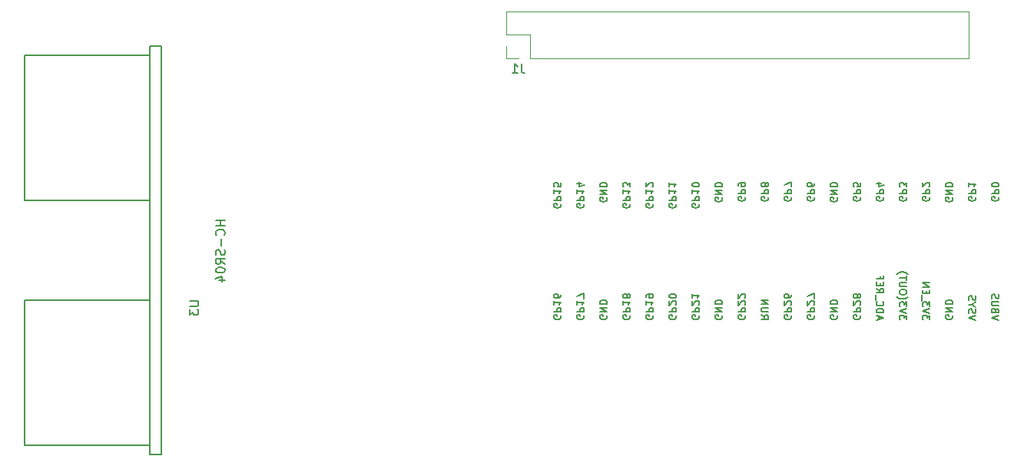
<source format=gbr>
G04 #@! TF.GenerationSoftware,KiCad,Pcbnew,9.0.2-1.fc42*
G04 #@! TF.CreationDate,2025-05-23T23:35:30-05:00*
G04 #@! TF.ProjectId,cerebellum,63657265-6265-46c6-9c75-6d2e6b696361,rev?*
G04 #@! TF.SameCoordinates,Original*
G04 #@! TF.FileFunction,Legend,Bot*
G04 #@! TF.FilePolarity,Positive*
%FSLAX46Y46*%
G04 Gerber Fmt 4.6, Leading zero omitted, Abs format (unit mm)*
G04 Created by KiCad (PCBNEW 9.0.2-1.fc42) date 2025-05-23 23:35:30*
%MOMM*%
%LPD*%
G01*
G04 APERTURE LIST*
%ADD10C,0.150000*%
%ADD11C,0.120000*%
%ADD12C,0.127000*%
G04 APERTURE END LIST*
D10*
X123189609Y-78421792D02*
X123227704Y-78497982D01*
X123227704Y-78497982D02*
X123227704Y-78612268D01*
X123227704Y-78612268D02*
X123189609Y-78726554D01*
X123189609Y-78726554D02*
X123113419Y-78802744D01*
X123113419Y-78802744D02*
X123037228Y-78840839D01*
X123037228Y-78840839D02*
X122884847Y-78878935D01*
X122884847Y-78878935D02*
X122770561Y-78878935D01*
X122770561Y-78878935D02*
X122618180Y-78840839D01*
X122618180Y-78840839D02*
X122541990Y-78802744D01*
X122541990Y-78802744D02*
X122465800Y-78726554D01*
X122465800Y-78726554D02*
X122427704Y-78612268D01*
X122427704Y-78612268D02*
X122427704Y-78536077D01*
X122427704Y-78536077D02*
X122465800Y-78421792D01*
X122465800Y-78421792D02*
X122503895Y-78383696D01*
X122503895Y-78383696D02*
X122770561Y-78383696D01*
X122770561Y-78383696D02*
X122770561Y-78536077D01*
X122427704Y-78040839D02*
X123227704Y-78040839D01*
X123227704Y-78040839D02*
X123227704Y-77736077D01*
X123227704Y-77736077D02*
X123189609Y-77659887D01*
X123189609Y-77659887D02*
X123151514Y-77621792D01*
X123151514Y-77621792D02*
X123075323Y-77583696D01*
X123075323Y-77583696D02*
X122961038Y-77583696D01*
X122961038Y-77583696D02*
X122884847Y-77621792D01*
X122884847Y-77621792D02*
X122846752Y-77659887D01*
X122846752Y-77659887D02*
X122808657Y-77736077D01*
X122808657Y-77736077D02*
X122808657Y-78040839D01*
X122427704Y-76821792D02*
X122427704Y-77278935D01*
X122427704Y-77050363D02*
X123227704Y-77050363D01*
X123227704Y-77050363D02*
X123113419Y-77126554D01*
X123113419Y-77126554D02*
X123037228Y-77202744D01*
X123037228Y-77202744D02*
X122999133Y-77278935D01*
X122427704Y-76440839D02*
X122427704Y-76288458D01*
X122427704Y-76288458D02*
X122465800Y-76212268D01*
X122465800Y-76212268D02*
X122503895Y-76174172D01*
X122503895Y-76174172D02*
X122618180Y-76097982D01*
X122618180Y-76097982D02*
X122770561Y-76059887D01*
X122770561Y-76059887D02*
X123075323Y-76059887D01*
X123075323Y-76059887D02*
X123151514Y-76097982D01*
X123151514Y-76097982D02*
X123189609Y-76136077D01*
X123189609Y-76136077D02*
X123227704Y-76212268D01*
X123227704Y-76212268D02*
X123227704Y-76364649D01*
X123227704Y-76364649D02*
X123189609Y-76440839D01*
X123189609Y-76440839D02*
X123151514Y-76478934D01*
X123151514Y-76478934D02*
X123075323Y-76517030D01*
X123075323Y-76517030D02*
X122884847Y-76517030D01*
X122884847Y-76517030D02*
X122808657Y-76478934D01*
X122808657Y-76478934D02*
X122770561Y-76440839D01*
X122770561Y-76440839D02*
X122732466Y-76364649D01*
X122732466Y-76364649D02*
X122732466Y-76212268D01*
X122732466Y-76212268D02*
X122770561Y-76136077D01*
X122770561Y-76136077D02*
X122808657Y-76097982D01*
X122808657Y-76097982D02*
X122884847Y-76059887D01*
X120649609Y-78421792D02*
X120687704Y-78497982D01*
X120687704Y-78497982D02*
X120687704Y-78612268D01*
X120687704Y-78612268D02*
X120649609Y-78726554D01*
X120649609Y-78726554D02*
X120573419Y-78802744D01*
X120573419Y-78802744D02*
X120497228Y-78840839D01*
X120497228Y-78840839D02*
X120344847Y-78878935D01*
X120344847Y-78878935D02*
X120230561Y-78878935D01*
X120230561Y-78878935D02*
X120078180Y-78840839D01*
X120078180Y-78840839D02*
X120001990Y-78802744D01*
X120001990Y-78802744D02*
X119925800Y-78726554D01*
X119925800Y-78726554D02*
X119887704Y-78612268D01*
X119887704Y-78612268D02*
X119887704Y-78536077D01*
X119887704Y-78536077D02*
X119925800Y-78421792D01*
X119925800Y-78421792D02*
X119963895Y-78383696D01*
X119963895Y-78383696D02*
X120230561Y-78383696D01*
X120230561Y-78383696D02*
X120230561Y-78536077D01*
X119887704Y-78040839D02*
X120687704Y-78040839D01*
X120687704Y-78040839D02*
X120687704Y-77736077D01*
X120687704Y-77736077D02*
X120649609Y-77659887D01*
X120649609Y-77659887D02*
X120611514Y-77621792D01*
X120611514Y-77621792D02*
X120535323Y-77583696D01*
X120535323Y-77583696D02*
X120421038Y-77583696D01*
X120421038Y-77583696D02*
X120344847Y-77621792D01*
X120344847Y-77621792D02*
X120306752Y-77659887D01*
X120306752Y-77659887D02*
X120268657Y-77736077D01*
X120268657Y-77736077D02*
X120268657Y-78040839D01*
X119887704Y-76821792D02*
X119887704Y-77278935D01*
X119887704Y-77050363D02*
X120687704Y-77050363D01*
X120687704Y-77050363D02*
X120573419Y-77126554D01*
X120573419Y-77126554D02*
X120497228Y-77202744D01*
X120497228Y-77202744D02*
X120459133Y-77278935D01*
X120344847Y-76364649D02*
X120382942Y-76440839D01*
X120382942Y-76440839D02*
X120421038Y-76478934D01*
X120421038Y-76478934D02*
X120497228Y-76517030D01*
X120497228Y-76517030D02*
X120535323Y-76517030D01*
X120535323Y-76517030D02*
X120611514Y-76478934D01*
X120611514Y-76478934D02*
X120649609Y-76440839D01*
X120649609Y-76440839D02*
X120687704Y-76364649D01*
X120687704Y-76364649D02*
X120687704Y-76212268D01*
X120687704Y-76212268D02*
X120649609Y-76136077D01*
X120649609Y-76136077D02*
X120611514Y-76097982D01*
X120611514Y-76097982D02*
X120535323Y-76059887D01*
X120535323Y-76059887D02*
X120497228Y-76059887D01*
X120497228Y-76059887D02*
X120421038Y-76097982D01*
X120421038Y-76097982D02*
X120382942Y-76136077D01*
X120382942Y-76136077D02*
X120344847Y-76212268D01*
X120344847Y-76212268D02*
X120344847Y-76364649D01*
X120344847Y-76364649D02*
X120306752Y-76440839D01*
X120306752Y-76440839D02*
X120268657Y-76478934D01*
X120268657Y-76478934D02*
X120192466Y-76517030D01*
X120192466Y-76517030D02*
X120040085Y-76517030D01*
X120040085Y-76517030D02*
X119963895Y-76478934D01*
X119963895Y-76478934D02*
X119925800Y-76440839D01*
X119925800Y-76440839D02*
X119887704Y-76364649D01*
X119887704Y-76364649D02*
X119887704Y-76212268D01*
X119887704Y-76212268D02*
X119925800Y-76136077D01*
X119925800Y-76136077D02*
X119963895Y-76097982D01*
X119963895Y-76097982D02*
X120040085Y-76059887D01*
X120040085Y-76059887D02*
X120192466Y-76059887D01*
X120192466Y-76059887D02*
X120268657Y-76097982D01*
X120268657Y-76097982D02*
X120306752Y-76136077D01*
X120306752Y-76136077D02*
X120344847Y-76212268D01*
X123189609Y-66142970D02*
X123227704Y-66219160D01*
X123227704Y-66219160D02*
X123227704Y-66333446D01*
X123227704Y-66333446D02*
X123189609Y-66447732D01*
X123189609Y-66447732D02*
X123113419Y-66523922D01*
X123113419Y-66523922D02*
X123037228Y-66562017D01*
X123037228Y-66562017D02*
X122884847Y-66600113D01*
X122884847Y-66600113D02*
X122770561Y-66600113D01*
X122770561Y-66600113D02*
X122618180Y-66562017D01*
X122618180Y-66562017D02*
X122541990Y-66523922D01*
X122541990Y-66523922D02*
X122465800Y-66447732D01*
X122465800Y-66447732D02*
X122427704Y-66333446D01*
X122427704Y-66333446D02*
X122427704Y-66257255D01*
X122427704Y-66257255D02*
X122465800Y-66142970D01*
X122465800Y-66142970D02*
X122503895Y-66104874D01*
X122503895Y-66104874D02*
X122770561Y-66104874D01*
X122770561Y-66104874D02*
X122770561Y-66257255D01*
X122427704Y-65762017D02*
X123227704Y-65762017D01*
X123227704Y-65762017D02*
X123227704Y-65457255D01*
X123227704Y-65457255D02*
X123189609Y-65381065D01*
X123189609Y-65381065D02*
X123151514Y-65342970D01*
X123151514Y-65342970D02*
X123075323Y-65304874D01*
X123075323Y-65304874D02*
X122961038Y-65304874D01*
X122961038Y-65304874D02*
X122884847Y-65342970D01*
X122884847Y-65342970D02*
X122846752Y-65381065D01*
X122846752Y-65381065D02*
X122808657Y-65457255D01*
X122808657Y-65457255D02*
X122808657Y-65762017D01*
X122427704Y-64542970D02*
X122427704Y-65000113D01*
X122427704Y-64771541D02*
X123227704Y-64771541D01*
X123227704Y-64771541D02*
X123113419Y-64847732D01*
X123113419Y-64847732D02*
X123037228Y-64923922D01*
X123037228Y-64923922D02*
X122999133Y-65000113D01*
X123151514Y-64238208D02*
X123189609Y-64200112D01*
X123189609Y-64200112D02*
X123227704Y-64123922D01*
X123227704Y-64123922D02*
X123227704Y-63933446D01*
X123227704Y-63933446D02*
X123189609Y-63857255D01*
X123189609Y-63857255D02*
X123151514Y-63819160D01*
X123151514Y-63819160D02*
X123075323Y-63781065D01*
X123075323Y-63781065D02*
X122999133Y-63781065D01*
X122999133Y-63781065D02*
X122884847Y-63819160D01*
X122884847Y-63819160D02*
X122427704Y-64276303D01*
X122427704Y-64276303D02*
X122427704Y-63781065D01*
X143509609Y-78421792D02*
X143547704Y-78497982D01*
X143547704Y-78497982D02*
X143547704Y-78612268D01*
X143547704Y-78612268D02*
X143509609Y-78726554D01*
X143509609Y-78726554D02*
X143433419Y-78802744D01*
X143433419Y-78802744D02*
X143357228Y-78840839D01*
X143357228Y-78840839D02*
X143204847Y-78878935D01*
X143204847Y-78878935D02*
X143090561Y-78878935D01*
X143090561Y-78878935D02*
X142938180Y-78840839D01*
X142938180Y-78840839D02*
X142861990Y-78802744D01*
X142861990Y-78802744D02*
X142785800Y-78726554D01*
X142785800Y-78726554D02*
X142747704Y-78612268D01*
X142747704Y-78612268D02*
X142747704Y-78536077D01*
X142747704Y-78536077D02*
X142785800Y-78421792D01*
X142785800Y-78421792D02*
X142823895Y-78383696D01*
X142823895Y-78383696D02*
X143090561Y-78383696D01*
X143090561Y-78383696D02*
X143090561Y-78536077D01*
X142747704Y-78040839D02*
X143547704Y-78040839D01*
X143547704Y-78040839D02*
X142747704Y-77583696D01*
X142747704Y-77583696D02*
X143547704Y-77583696D01*
X142747704Y-77202744D02*
X143547704Y-77202744D01*
X143547704Y-77202744D02*
X143547704Y-77012268D01*
X143547704Y-77012268D02*
X143509609Y-76897982D01*
X143509609Y-76897982D02*
X143433419Y-76821792D01*
X143433419Y-76821792D02*
X143357228Y-76783697D01*
X143357228Y-76783697D02*
X143204847Y-76745601D01*
X143204847Y-76745601D02*
X143090561Y-76745601D01*
X143090561Y-76745601D02*
X142938180Y-76783697D01*
X142938180Y-76783697D02*
X142861990Y-76821792D01*
X142861990Y-76821792D02*
X142785800Y-76897982D01*
X142785800Y-76897982D02*
X142747704Y-77012268D01*
X142747704Y-77012268D02*
X142747704Y-77202744D01*
X148056276Y-78878935D02*
X148056276Y-78497982D01*
X147827704Y-78955125D02*
X148627704Y-78688458D01*
X148627704Y-78688458D02*
X147827704Y-78421792D01*
X147827704Y-78155125D02*
X148627704Y-78155125D01*
X148627704Y-78155125D02*
X148627704Y-77964649D01*
X148627704Y-77964649D02*
X148589609Y-77850363D01*
X148589609Y-77850363D02*
X148513419Y-77774173D01*
X148513419Y-77774173D02*
X148437228Y-77736078D01*
X148437228Y-77736078D02*
X148284847Y-77697982D01*
X148284847Y-77697982D02*
X148170561Y-77697982D01*
X148170561Y-77697982D02*
X148018180Y-77736078D01*
X148018180Y-77736078D02*
X147941990Y-77774173D01*
X147941990Y-77774173D02*
X147865800Y-77850363D01*
X147865800Y-77850363D02*
X147827704Y-77964649D01*
X147827704Y-77964649D02*
X147827704Y-78155125D01*
X147903895Y-76897982D02*
X147865800Y-76936078D01*
X147865800Y-76936078D02*
X147827704Y-77050363D01*
X147827704Y-77050363D02*
X147827704Y-77126554D01*
X147827704Y-77126554D02*
X147865800Y-77240840D01*
X147865800Y-77240840D02*
X147941990Y-77317030D01*
X147941990Y-77317030D02*
X148018180Y-77355125D01*
X148018180Y-77355125D02*
X148170561Y-77393221D01*
X148170561Y-77393221D02*
X148284847Y-77393221D01*
X148284847Y-77393221D02*
X148437228Y-77355125D01*
X148437228Y-77355125D02*
X148513419Y-77317030D01*
X148513419Y-77317030D02*
X148589609Y-77240840D01*
X148589609Y-77240840D02*
X148627704Y-77126554D01*
X148627704Y-77126554D02*
X148627704Y-77050363D01*
X148627704Y-77050363D02*
X148589609Y-76936078D01*
X148589609Y-76936078D02*
X148551514Y-76897982D01*
X147751514Y-76745602D02*
X147751514Y-76136078D01*
X147827704Y-75488458D02*
X148208657Y-75755125D01*
X147827704Y-75945601D02*
X148627704Y-75945601D01*
X148627704Y-75945601D02*
X148627704Y-75640839D01*
X148627704Y-75640839D02*
X148589609Y-75564649D01*
X148589609Y-75564649D02*
X148551514Y-75526554D01*
X148551514Y-75526554D02*
X148475323Y-75488458D01*
X148475323Y-75488458D02*
X148361038Y-75488458D01*
X148361038Y-75488458D02*
X148284847Y-75526554D01*
X148284847Y-75526554D02*
X148246752Y-75564649D01*
X148246752Y-75564649D02*
X148208657Y-75640839D01*
X148208657Y-75640839D02*
X148208657Y-75945601D01*
X148246752Y-75145601D02*
X148246752Y-74878935D01*
X147827704Y-74764649D02*
X147827704Y-75145601D01*
X147827704Y-75145601D02*
X148627704Y-75145601D01*
X148627704Y-75145601D02*
X148627704Y-74764649D01*
X148246752Y-74155125D02*
X148246752Y-74421791D01*
X147827704Y-74421791D02*
X148627704Y-74421791D01*
X148627704Y-74421791D02*
X148627704Y-74040839D01*
X161327704Y-78955125D02*
X160527704Y-78688458D01*
X160527704Y-78688458D02*
X161327704Y-78421792D01*
X160946752Y-77888459D02*
X160908657Y-77774173D01*
X160908657Y-77774173D02*
X160870561Y-77736078D01*
X160870561Y-77736078D02*
X160794371Y-77697982D01*
X160794371Y-77697982D02*
X160680085Y-77697982D01*
X160680085Y-77697982D02*
X160603895Y-77736078D01*
X160603895Y-77736078D02*
X160565800Y-77774173D01*
X160565800Y-77774173D02*
X160527704Y-77850363D01*
X160527704Y-77850363D02*
X160527704Y-78155125D01*
X160527704Y-78155125D02*
X161327704Y-78155125D01*
X161327704Y-78155125D02*
X161327704Y-77888459D01*
X161327704Y-77888459D02*
X161289609Y-77812268D01*
X161289609Y-77812268D02*
X161251514Y-77774173D01*
X161251514Y-77774173D02*
X161175323Y-77736078D01*
X161175323Y-77736078D02*
X161099133Y-77736078D01*
X161099133Y-77736078D02*
X161022942Y-77774173D01*
X161022942Y-77774173D02*
X160984847Y-77812268D01*
X160984847Y-77812268D02*
X160946752Y-77888459D01*
X160946752Y-77888459D02*
X160946752Y-78155125D01*
X161327704Y-77355125D02*
X160680085Y-77355125D01*
X160680085Y-77355125D02*
X160603895Y-77317030D01*
X160603895Y-77317030D02*
X160565800Y-77278935D01*
X160565800Y-77278935D02*
X160527704Y-77202744D01*
X160527704Y-77202744D02*
X160527704Y-77050363D01*
X160527704Y-77050363D02*
X160565800Y-76974173D01*
X160565800Y-76974173D02*
X160603895Y-76936078D01*
X160603895Y-76936078D02*
X160680085Y-76897982D01*
X160680085Y-76897982D02*
X161327704Y-76897982D01*
X160565800Y-76555126D02*
X160527704Y-76440840D01*
X160527704Y-76440840D02*
X160527704Y-76250364D01*
X160527704Y-76250364D02*
X160565800Y-76174173D01*
X160565800Y-76174173D02*
X160603895Y-76136078D01*
X160603895Y-76136078D02*
X160680085Y-76097983D01*
X160680085Y-76097983D02*
X160756276Y-76097983D01*
X160756276Y-76097983D02*
X160832466Y-76136078D01*
X160832466Y-76136078D02*
X160870561Y-76174173D01*
X160870561Y-76174173D02*
X160908657Y-76250364D01*
X160908657Y-76250364D02*
X160946752Y-76402745D01*
X160946752Y-76402745D02*
X160984847Y-76478935D01*
X160984847Y-76478935D02*
X161022942Y-76517030D01*
X161022942Y-76517030D02*
X161099133Y-76555126D01*
X161099133Y-76555126D02*
X161175323Y-76555126D01*
X161175323Y-76555126D02*
X161251514Y-76517030D01*
X161251514Y-76517030D02*
X161289609Y-76478935D01*
X161289609Y-76478935D02*
X161327704Y-76402745D01*
X161327704Y-76402745D02*
X161327704Y-76212268D01*
X161327704Y-76212268D02*
X161289609Y-76097983D01*
X158749609Y-65381065D02*
X158787704Y-65457255D01*
X158787704Y-65457255D02*
X158787704Y-65571541D01*
X158787704Y-65571541D02*
X158749609Y-65685827D01*
X158749609Y-65685827D02*
X158673419Y-65762017D01*
X158673419Y-65762017D02*
X158597228Y-65800112D01*
X158597228Y-65800112D02*
X158444847Y-65838208D01*
X158444847Y-65838208D02*
X158330561Y-65838208D01*
X158330561Y-65838208D02*
X158178180Y-65800112D01*
X158178180Y-65800112D02*
X158101990Y-65762017D01*
X158101990Y-65762017D02*
X158025800Y-65685827D01*
X158025800Y-65685827D02*
X157987704Y-65571541D01*
X157987704Y-65571541D02*
X157987704Y-65495350D01*
X157987704Y-65495350D02*
X158025800Y-65381065D01*
X158025800Y-65381065D02*
X158063895Y-65342969D01*
X158063895Y-65342969D02*
X158330561Y-65342969D01*
X158330561Y-65342969D02*
X158330561Y-65495350D01*
X157987704Y-65000112D02*
X158787704Y-65000112D01*
X158787704Y-65000112D02*
X158787704Y-64695350D01*
X158787704Y-64695350D02*
X158749609Y-64619160D01*
X158749609Y-64619160D02*
X158711514Y-64581065D01*
X158711514Y-64581065D02*
X158635323Y-64542969D01*
X158635323Y-64542969D02*
X158521038Y-64542969D01*
X158521038Y-64542969D02*
X158444847Y-64581065D01*
X158444847Y-64581065D02*
X158406752Y-64619160D01*
X158406752Y-64619160D02*
X158368657Y-64695350D01*
X158368657Y-64695350D02*
X158368657Y-65000112D01*
X157987704Y-63781065D02*
X157987704Y-64238208D01*
X157987704Y-64009636D02*
X158787704Y-64009636D01*
X158787704Y-64009636D02*
X158673419Y-64085827D01*
X158673419Y-64085827D02*
X158597228Y-64162017D01*
X158597228Y-64162017D02*
X158559133Y-64238208D01*
X115569609Y-78421792D02*
X115607704Y-78497982D01*
X115607704Y-78497982D02*
X115607704Y-78612268D01*
X115607704Y-78612268D02*
X115569609Y-78726554D01*
X115569609Y-78726554D02*
X115493419Y-78802744D01*
X115493419Y-78802744D02*
X115417228Y-78840839D01*
X115417228Y-78840839D02*
X115264847Y-78878935D01*
X115264847Y-78878935D02*
X115150561Y-78878935D01*
X115150561Y-78878935D02*
X114998180Y-78840839D01*
X114998180Y-78840839D02*
X114921990Y-78802744D01*
X114921990Y-78802744D02*
X114845800Y-78726554D01*
X114845800Y-78726554D02*
X114807704Y-78612268D01*
X114807704Y-78612268D02*
X114807704Y-78536077D01*
X114807704Y-78536077D02*
X114845800Y-78421792D01*
X114845800Y-78421792D02*
X114883895Y-78383696D01*
X114883895Y-78383696D02*
X115150561Y-78383696D01*
X115150561Y-78383696D02*
X115150561Y-78536077D01*
X114807704Y-78040839D02*
X115607704Y-78040839D01*
X115607704Y-78040839D02*
X115607704Y-77736077D01*
X115607704Y-77736077D02*
X115569609Y-77659887D01*
X115569609Y-77659887D02*
X115531514Y-77621792D01*
X115531514Y-77621792D02*
X115455323Y-77583696D01*
X115455323Y-77583696D02*
X115341038Y-77583696D01*
X115341038Y-77583696D02*
X115264847Y-77621792D01*
X115264847Y-77621792D02*
X115226752Y-77659887D01*
X115226752Y-77659887D02*
X115188657Y-77736077D01*
X115188657Y-77736077D02*
X115188657Y-78040839D01*
X114807704Y-76821792D02*
X114807704Y-77278935D01*
X114807704Y-77050363D02*
X115607704Y-77050363D01*
X115607704Y-77050363D02*
X115493419Y-77126554D01*
X115493419Y-77126554D02*
X115417228Y-77202744D01*
X115417228Y-77202744D02*
X115379133Y-77278935D01*
X115607704Y-76555125D02*
X115607704Y-76021791D01*
X115607704Y-76021791D02*
X114807704Y-76364649D01*
X120649609Y-66142970D02*
X120687704Y-66219160D01*
X120687704Y-66219160D02*
X120687704Y-66333446D01*
X120687704Y-66333446D02*
X120649609Y-66447732D01*
X120649609Y-66447732D02*
X120573419Y-66523922D01*
X120573419Y-66523922D02*
X120497228Y-66562017D01*
X120497228Y-66562017D02*
X120344847Y-66600113D01*
X120344847Y-66600113D02*
X120230561Y-66600113D01*
X120230561Y-66600113D02*
X120078180Y-66562017D01*
X120078180Y-66562017D02*
X120001990Y-66523922D01*
X120001990Y-66523922D02*
X119925800Y-66447732D01*
X119925800Y-66447732D02*
X119887704Y-66333446D01*
X119887704Y-66333446D02*
X119887704Y-66257255D01*
X119887704Y-66257255D02*
X119925800Y-66142970D01*
X119925800Y-66142970D02*
X119963895Y-66104874D01*
X119963895Y-66104874D02*
X120230561Y-66104874D01*
X120230561Y-66104874D02*
X120230561Y-66257255D01*
X119887704Y-65762017D02*
X120687704Y-65762017D01*
X120687704Y-65762017D02*
X120687704Y-65457255D01*
X120687704Y-65457255D02*
X120649609Y-65381065D01*
X120649609Y-65381065D02*
X120611514Y-65342970D01*
X120611514Y-65342970D02*
X120535323Y-65304874D01*
X120535323Y-65304874D02*
X120421038Y-65304874D01*
X120421038Y-65304874D02*
X120344847Y-65342970D01*
X120344847Y-65342970D02*
X120306752Y-65381065D01*
X120306752Y-65381065D02*
X120268657Y-65457255D01*
X120268657Y-65457255D02*
X120268657Y-65762017D01*
X119887704Y-64542970D02*
X119887704Y-65000113D01*
X119887704Y-64771541D02*
X120687704Y-64771541D01*
X120687704Y-64771541D02*
X120573419Y-64847732D01*
X120573419Y-64847732D02*
X120497228Y-64923922D01*
X120497228Y-64923922D02*
X120459133Y-65000113D01*
X120687704Y-64276303D02*
X120687704Y-63781065D01*
X120687704Y-63781065D02*
X120382942Y-64047731D01*
X120382942Y-64047731D02*
X120382942Y-63933446D01*
X120382942Y-63933446D02*
X120344847Y-63857255D01*
X120344847Y-63857255D02*
X120306752Y-63819160D01*
X120306752Y-63819160D02*
X120230561Y-63781065D01*
X120230561Y-63781065D02*
X120040085Y-63781065D01*
X120040085Y-63781065D02*
X119963895Y-63819160D01*
X119963895Y-63819160D02*
X119925800Y-63857255D01*
X119925800Y-63857255D02*
X119887704Y-63933446D01*
X119887704Y-63933446D02*
X119887704Y-64162017D01*
X119887704Y-64162017D02*
X119925800Y-64238208D01*
X119925800Y-64238208D02*
X119963895Y-64276303D01*
X140969609Y-65381065D02*
X141007704Y-65457255D01*
X141007704Y-65457255D02*
X141007704Y-65571541D01*
X141007704Y-65571541D02*
X140969609Y-65685827D01*
X140969609Y-65685827D02*
X140893419Y-65762017D01*
X140893419Y-65762017D02*
X140817228Y-65800112D01*
X140817228Y-65800112D02*
X140664847Y-65838208D01*
X140664847Y-65838208D02*
X140550561Y-65838208D01*
X140550561Y-65838208D02*
X140398180Y-65800112D01*
X140398180Y-65800112D02*
X140321990Y-65762017D01*
X140321990Y-65762017D02*
X140245800Y-65685827D01*
X140245800Y-65685827D02*
X140207704Y-65571541D01*
X140207704Y-65571541D02*
X140207704Y-65495350D01*
X140207704Y-65495350D02*
X140245800Y-65381065D01*
X140245800Y-65381065D02*
X140283895Y-65342969D01*
X140283895Y-65342969D02*
X140550561Y-65342969D01*
X140550561Y-65342969D02*
X140550561Y-65495350D01*
X140207704Y-65000112D02*
X141007704Y-65000112D01*
X141007704Y-65000112D02*
X141007704Y-64695350D01*
X141007704Y-64695350D02*
X140969609Y-64619160D01*
X140969609Y-64619160D02*
X140931514Y-64581065D01*
X140931514Y-64581065D02*
X140855323Y-64542969D01*
X140855323Y-64542969D02*
X140741038Y-64542969D01*
X140741038Y-64542969D02*
X140664847Y-64581065D01*
X140664847Y-64581065D02*
X140626752Y-64619160D01*
X140626752Y-64619160D02*
X140588657Y-64695350D01*
X140588657Y-64695350D02*
X140588657Y-65000112D01*
X141007704Y-63857255D02*
X141007704Y-64009636D01*
X141007704Y-64009636D02*
X140969609Y-64085827D01*
X140969609Y-64085827D02*
X140931514Y-64123922D01*
X140931514Y-64123922D02*
X140817228Y-64200112D01*
X140817228Y-64200112D02*
X140664847Y-64238208D01*
X140664847Y-64238208D02*
X140360085Y-64238208D01*
X140360085Y-64238208D02*
X140283895Y-64200112D01*
X140283895Y-64200112D02*
X140245800Y-64162017D01*
X140245800Y-64162017D02*
X140207704Y-64085827D01*
X140207704Y-64085827D02*
X140207704Y-63933446D01*
X140207704Y-63933446D02*
X140245800Y-63857255D01*
X140245800Y-63857255D02*
X140283895Y-63819160D01*
X140283895Y-63819160D02*
X140360085Y-63781065D01*
X140360085Y-63781065D02*
X140550561Y-63781065D01*
X140550561Y-63781065D02*
X140626752Y-63819160D01*
X140626752Y-63819160D02*
X140664847Y-63857255D01*
X140664847Y-63857255D02*
X140702942Y-63933446D01*
X140702942Y-63933446D02*
X140702942Y-64085827D01*
X140702942Y-64085827D02*
X140664847Y-64162017D01*
X140664847Y-64162017D02*
X140626752Y-64200112D01*
X140626752Y-64200112D02*
X140550561Y-64238208D01*
X146049609Y-65381065D02*
X146087704Y-65457255D01*
X146087704Y-65457255D02*
X146087704Y-65571541D01*
X146087704Y-65571541D02*
X146049609Y-65685827D01*
X146049609Y-65685827D02*
X145973419Y-65762017D01*
X145973419Y-65762017D02*
X145897228Y-65800112D01*
X145897228Y-65800112D02*
X145744847Y-65838208D01*
X145744847Y-65838208D02*
X145630561Y-65838208D01*
X145630561Y-65838208D02*
X145478180Y-65800112D01*
X145478180Y-65800112D02*
X145401990Y-65762017D01*
X145401990Y-65762017D02*
X145325800Y-65685827D01*
X145325800Y-65685827D02*
X145287704Y-65571541D01*
X145287704Y-65571541D02*
X145287704Y-65495350D01*
X145287704Y-65495350D02*
X145325800Y-65381065D01*
X145325800Y-65381065D02*
X145363895Y-65342969D01*
X145363895Y-65342969D02*
X145630561Y-65342969D01*
X145630561Y-65342969D02*
X145630561Y-65495350D01*
X145287704Y-65000112D02*
X146087704Y-65000112D01*
X146087704Y-65000112D02*
X146087704Y-64695350D01*
X146087704Y-64695350D02*
X146049609Y-64619160D01*
X146049609Y-64619160D02*
X146011514Y-64581065D01*
X146011514Y-64581065D02*
X145935323Y-64542969D01*
X145935323Y-64542969D02*
X145821038Y-64542969D01*
X145821038Y-64542969D02*
X145744847Y-64581065D01*
X145744847Y-64581065D02*
X145706752Y-64619160D01*
X145706752Y-64619160D02*
X145668657Y-64695350D01*
X145668657Y-64695350D02*
X145668657Y-65000112D01*
X146087704Y-63819160D02*
X146087704Y-64200112D01*
X146087704Y-64200112D02*
X145706752Y-64238208D01*
X145706752Y-64238208D02*
X145744847Y-64200112D01*
X145744847Y-64200112D02*
X145782942Y-64123922D01*
X145782942Y-64123922D02*
X145782942Y-63933446D01*
X145782942Y-63933446D02*
X145744847Y-63857255D01*
X145744847Y-63857255D02*
X145706752Y-63819160D01*
X145706752Y-63819160D02*
X145630561Y-63781065D01*
X145630561Y-63781065D02*
X145440085Y-63781065D01*
X145440085Y-63781065D02*
X145363895Y-63819160D01*
X145363895Y-63819160D02*
X145325800Y-63857255D01*
X145325800Y-63857255D02*
X145287704Y-63933446D01*
X145287704Y-63933446D02*
X145287704Y-64123922D01*
X145287704Y-64123922D02*
X145325800Y-64200112D01*
X145325800Y-64200112D02*
X145363895Y-64238208D01*
X115569609Y-66142970D02*
X115607704Y-66219160D01*
X115607704Y-66219160D02*
X115607704Y-66333446D01*
X115607704Y-66333446D02*
X115569609Y-66447732D01*
X115569609Y-66447732D02*
X115493419Y-66523922D01*
X115493419Y-66523922D02*
X115417228Y-66562017D01*
X115417228Y-66562017D02*
X115264847Y-66600113D01*
X115264847Y-66600113D02*
X115150561Y-66600113D01*
X115150561Y-66600113D02*
X114998180Y-66562017D01*
X114998180Y-66562017D02*
X114921990Y-66523922D01*
X114921990Y-66523922D02*
X114845800Y-66447732D01*
X114845800Y-66447732D02*
X114807704Y-66333446D01*
X114807704Y-66333446D02*
X114807704Y-66257255D01*
X114807704Y-66257255D02*
X114845800Y-66142970D01*
X114845800Y-66142970D02*
X114883895Y-66104874D01*
X114883895Y-66104874D02*
X115150561Y-66104874D01*
X115150561Y-66104874D02*
X115150561Y-66257255D01*
X114807704Y-65762017D02*
X115607704Y-65762017D01*
X115607704Y-65762017D02*
X115607704Y-65457255D01*
X115607704Y-65457255D02*
X115569609Y-65381065D01*
X115569609Y-65381065D02*
X115531514Y-65342970D01*
X115531514Y-65342970D02*
X115455323Y-65304874D01*
X115455323Y-65304874D02*
X115341038Y-65304874D01*
X115341038Y-65304874D02*
X115264847Y-65342970D01*
X115264847Y-65342970D02*
X115226752Y-65381065D01*
X115226752Y-65381065D02*
X115188657Y-65457255D01*
X115188657Y-65457255D02*
X115188657Y-65762017D01*
X114807704Y-64542970D02*
X114807704Y-65000113D01*
X114807704Y-64771541D02*
X115607704Y-64771541D01*
X115607704Y-64771541D02*
X115493419Y-64847732D01*
X115493419Y-64847732D02*
X115417228Y-64923922D01*
X115417228Y-64923922D02*
X115379133Y-65000113D01*
X115341038Y-63857255D02*
X114807704Y-63857255D01*
X115645800Y-64047731D02*
X115074371Y-64238208D01*
X115074371Y-64238208D02*
X115074371Y-63742969D01*
X135889609Y-65381065D02*
X135927704Y-65457255D01*
X135927704Y-65457255D02*
X135927704Y-65571541D01*
X135927704Y-65571541D02*
X135889609Y-65685827D01*
X135889609Y-65685827D02*
X135813419Y-65762017D01*
X135813419Y-65762017D02*
X135737228Y-65800112D01*
X135737228Y-65800112D02*
X135584847Y-65838208D01*
X135584847Y-65838208D02*
X135470561Y-65838208D01*
X135470561Y-65838208D02*
X135318180Y-65800112D01*
X135318180Y-65800112D02*
X135241990Y-65762017D01*
X135241990Y-65762017D02*
X135165800Y-65685827D01*
X135165800Y-65685827D02*
X135127704Y-65571541D01*
X135127704Y-65571541D02*
X135127704Y-65495350D01*
X135127704Y-65495350D02*
X135165800Y-65381065D01*
X135165800Y-65381065D02*
X135203895Y-65342969D01*
X135203895Y-65342969D02*
X135470561Y-65342969D01*
X135470561Y-65342969D02*
X135470561Y-65495350D01*
X135127704Y-65000112D02*
X135927704Y-65000112D01*
X135927704Y-65000112D02*
X135927704Y-64695350D01*
X135927704Y-64695350D02*
X135889609Y-64619160D01*
X135889609Y-64619160D02*
X135851514Y-64581065D01*
X135851514Y-64581065D02*
X135775323Y-64542969D01*
X135775323Y-64542969D02*
X135661038Y-64542969D01*
X135661038Y-64542969D02*
X135584847Y-64581065D01*
X135584847Y-64581065D02*
X135546752Y-64619160D01*
X135546752Y-64619160D02*
X135508657Y-64695350D01*
X135508657Y-64695350D02*
X135508657Y-65000112D01*
X135584847Y-64085827D02*
X135622942Y-64162017D01*
X135622942Y-64162017D02*
X135661038Y-64200112D01*
X135661038Y-64200112D02*
X135737228Y-64238208D01*
X135737228Y-64238208D02*
X135775323Y-64238208D01*
X135775323Y-64238208D02*
X135851514Y-64200112D01*
X135851514Y-64200112D02*
X135889609Y-64162017D01*
X135889609Y-64162017D02*
X135927704Y-64085827D01*
X135927704Y-64085827D02*
X135927704Y-63933446D01*
X135927704Y-63933446D02*
X135889609Y-63857255D01*
X135889609Y-63857255D02*
X135851514Y-63819160D01*
X135851514Y-63819160D02*
X135775323Y-63781065D01*
X135775323Y-63781065D02*
X135737228Y-63781065D01*
X135737228Y-63781065D02*
X135661038Y-63819160D01*
X135661038Y-63819160D02*
X135622942Y-63857255D01*
X135622942Y-63857255D02*
X135584847Y-63933446D01*
X135584847Y-63933446D02*
X135584847Y-64085827D01*
X135584847Y-64085827D02*
X135546752Y-64162017D01*
X135546752Y-64162017D02*
X135508657Y-64200112D01*
X135508657Y-64200112D02*
X135432466Y-64238208D01*
X135432466Y-64238208D02*
X135280085Y-64238208D01*
X135280085Y-64238208D02*
X135203895Y-64200112D01*
X135203895Y-64200112D02*
X135165800Y-64162017D01*
X135165800Y-64162017D02*
X135127704Y-64085827D01*
X135127704Y-64085827D02*
X135127704Y-63933446D01*
X135127704Y-63933446D02*
X135165800Y-63857255D01*
X135165800Y-63857255D02*
X135203895Y-63819160D01*
X135203895Y-63819160D02*
X135280085Y-63781065D01*
X135280085Y-63781065D02*
X135432466Y-63781065D01*
X135432466Y-63781065D02*
X135508657Y-63819160D01*
X135508657Y-63819160D02*
X135546752Y-63857255D01*
X135546752Y-63857255D02*
X135584847Y-63933446D01*
X158787704Y-78955125D02*
X157987704Y-78688458D01*
X157987704Y-78688458D02*
X158787704Y-78421792D01*
X158025800Y-78193221D02*
X157987704Y-78078935D01*
X157987704Y-78078935D02*
X157987704Y-77888459D01*
X157987704Y-77888459D02*
X158025800Y-77812268D01*
X158025800Y-77812268D02*
X158063895Y-77774173D01*
X158063895Y-77774173D02*
X158140085Y-77736078D01*
X158140085Y-77736078D02*
X158216276Y-77736078D01*
X158216276Y-77736078D02*
X158292466Y-77774173D01*
X158292466Y-77774173D02*
X158330561Y-77812268D01*
X158330561Y-77812268D02*
X158368657Y-77888459D01*
X158368657Y-77888459D02*
X158406752Y-78040840D01*
X158406752Y-78040840D02*
X158444847Y-78117030D01*
X158444847Y-78117030D02*
X158482942Y-78155125D01*
X158482942Y-78155125D02*
X158559133Y-78193221D01*
X158559133Y-78193221D02*
X158635323Y-78193221D01*
X158635323Y-78193221D02*
X158711514Y-78155125D01*
X158711514Y-78155125D02*
X158749609Y-78117030D01*
X158749609Y-78117030D02*
X158787704Y-78040840D01*
X158787704Y-78040840D02*
X158787704Y-77850363D01*
X158787704Y-77850363D02*
X158749609Y-77736078D01*
X158368657Y-77240839D02*
X157987704Y-77240839D01*
X158787704Y-77507506D02*
X158368657Y-77240839D01*
X158368657Y-77240839D02*
X158787704Y-76974173D01*
X158025800Y-76745602D02*
X157987704Y-76631316D01*
X157987704Y-76631316D02*
X157987704Y-76440840D01*
X157987704Y-76440840D02*
X158025800Y-76364649D01*
X158025800Y-76364649D02*
X158063895Y-76326554D01*
X158063895Y-76326554D02*
X158140085Y-76288459D01*
X158140085Y-76288459D02*
X158216276Y-76288459D01*
X158216276Y-76288459D02*
X158292466Y-76326554D01*
X158292466Y-76326554D02*
X158330561Y-76364649D01*
X158330561Y-76364649D02*
X158368657Y-76440840D01*
X158368657Y-76440840D02*
X158406752Y-76593221D01*
X158406752Y-76593221D02*
X158444847Y-76669411D01*
X158444847Y-76669411D02*
X158482942Y-76707506D01*
X158482942Y-76707506D02*
X158559133Y-76745602D01*
X158559133Y-76745602D02*
X158635323Y-76745602D01*
X158635323Y-76745602D02*
X158711514Y-76707506D01*
X158711514Y-76707506D02*
X158749609Y-76669411D01*
X158749609Y-76669411D02*
X158787704Y-76593221D01*
X158787704Y-76593221D02*
X158787704Y-76402744D01*
X158787704Y-76402744D02*
X158749609Y-76288459D01*
X118109609Y-65457255D02*
X118147704Y-65533445D01*
X118147704Y-65533445D02*
X118147704Y-65647731D01*
X118147704Y-65647731D02*
X118109609Y-65762017D01*
X118109609Y-65762017D02*
X118033419Y-65838207D01*
X118033419Y-65838207D02*
X117957228Y-65876302D01*
X117957228Y-65876302D02*
X117804847Y-65914398D01*
X117804847Y-65914398D02*
X117690561Y-65914398D01*
X117690561Y-65914398D02*
X117538180Y-65876302D01*
X117538180Y-65876302D02*
X117461990Y-65838207D01*
X117461990Y-65838207D02*
X117385800Y-65762017D01*
X117385800Y-65762017D02*
X117347704Y-65647731D01*
X117347704Y-65647731D02*
X117347704Y-65571540D01*
X117347704Y-65571540D02*
X117385800Y-65457255D01*
X117385800Y-65457255D02*
X117423895Y-65419159D01*
X117423895Y-65419159D02*
X117690561Y-65419159D01*
X117690561Y-65419159D02*
X117690561Y-65571540D01*
X117347704Y-65076302D02*
X118147704Y-65076302D01*
X118147704Y-65076302D02*
X117347704Y-64619159D01*
X117347704Y-64619159D02*
X118147704Y-64619159D01*
X117347704Y-64238207D02*
X118147704Y-64238207D01*
X118147704Y-64238207D02*
X118147704Y-64047731D01*
X118147704Y-64047731D02*
X118109609Y-63933445D01*
X118109609Y-63933445D02*
X118033419Y-63857255D01*
X118033419Y-63857255D02*
X117957228Y-63819160D01*
X117957228Y-63819160D02*
X117804847Y-63781064D01*
X117804847Y-63781064D02*
X117690561Y-63781064D01*
X117690561Y-63781064D02*
X117538180Y-63819160D01*
X117538180Y-63819160D02*
X117461990Y-63857255D01*
X117461990Y-63857255D02*
X117385800Y-63933445D01*
X117385800Y-63933445D02*
X117347704Y-64047731D01*
X117347704Y-64047731D02*
X117347704Y-64238207D01*
X156209609Y-78421792D02*
X156247704Y-78497982D01*
X156247704Y-78497982D02*
X156247704Y-78612268D01*
X156247704Y-78612268D02*
X156209609Y-78726554D01*
X156209609Y-78726554D02*
X156133419Y-78802744D01*
X156133419Y-78802744D02*
X156057228Y-78840839D01*
X156057228Y-78840839D02*
X155904847Y-78878935D01*
X155904847Y-78878935D02*
X155790561Y-78878935D01*
X155790561Y-78878935D02*
X155638180Y-78840839D01*
X155638180Y-78840839D02*
X155561990Y-78802744D01*
X155561990Y-78802744D02*
X155485800Y-78726554D01*
X155485800Y-78726554D02*
X155447704Y-78612268D01*
X155447704Y-78612268D02*
X155447704Y-78536077D01*
X155447704Y-78536077D02*
X155485800Y-78421792D01*
X155485800Y-78421792D02*
X155523895Y-78383696D01*
X155523895Y-78383696D02*
X155790561Y-78383696D01*
X155790561Y-78383696D02*
X155790561Y-78536077D01*
X155447704Y-78040839D02*
X156247704Y-78040839D01*
X156247704Y-78040839D02*
X155447704Y-77583696D01*
X155447704Y-77583696D02*
X156247704Y-77583696D01*
X155447704Y-77202744D02*
X156247704Y-77202744D01*
X156247704Y-77202744D02*
X156247704Y-77012268D01*
X156247704Y-77012268D02*
X156209609Y-76897982D01*
X156209609Y-76897982D02*
X156133419Y-76821792D01*
X156133419Y-76821792D02*
X156057228Y-76783697D01*
X156057228Y-76783697D02*
X155904847Y-76745601D01*
X155904847Y-76745601D02*
X155790561Y-76745601D01*
X155790561Y-76745601D02*
X155638180Y-76783697D01*
X155638180Y-76783697D02*
X155561990Y-76821792D01*
X155561990Y-76821792D02*
X155485800Y-76897982D01*
X155485800Y-76897982D02*
X155447704Y-77012268D01*
X155447704Y-77012268D02*
X155447704Y-77202744D01*
X161289609Y-65381065D02*
X161327704Y-65457255D01*
X161327704Y-65457255D02*
X161327704Y-65571541D01*
X161327704Y-65571541D02*
X161289609Y-65685827D01*
X161289609Y-65685827D02*
X161213419Y-65762017D01*
X161213419Y-65762017D02*
X161137228Y-65800112D01*
X161137228Y-65800112D02*
X160984847Y-65838208D01*
X160984847Y-65838208D02*
X160870561Y-65838208D01*
X160870561Y-65838208D02*
X160718180Y-65800112D01*
X160718180Y-65800112D02*
X160641990Y-65762017D01*
X160641990Y-65762017D02*
X160565800Y-65685827D01*
X160565800Y-65685827D02*
X160527704Y-65571541D01*
X160527704Y-65571541D02*
X160527704Y-65495350D01*
X160527704Y-65495350D02*
X160565800Y-65381065D01*
X160565800Y-65381065D02*
X160603895Y-65342969D01*
X160603895Y-65342969D02*
X160870561Y-65342969D01*
X160870561Y-65342969D02*
X160870561Y-65495350D01*
X160527704Y-65000112D02*
X161327704Y-65000112D01*
X161327704Y-65000112D02*
X161327704Y-64695350D01*
X161327704Y-64695350D02*
X161289609Y-64619160D01*
X161289609Y-64619160D02*
X161251514Y-64581065D01*
X161251514Y-64581065D02*
X161175323Y-64542969D01*
X161175323Y-64542969D02*
X161061038Y-64542969D01*
X161061038Y-64542969D02*
X160984847Y-64581065D01*
X160984847Y-64581065D02*
X160946752Y-64619160D01*
X160946752Y-64619160D02*
X160908657Y-64695350D01*
X160908657Y-64695350D02*
X160908657Y-65000112D01*
X161327704Y-64047731D02*
X161327704Y-63971541D01*
X161327704Y-63971541D02*
X161289609Y-63895350D01*
X161289609Y-63895350D02*
X161251514Y-63857255D01*
X161251514Y-63857255D02*
X161175323Y-63819160D01*
X161175323Y-63819160D02*
X161022942Y-63781065D01*
X161022942Y-63781065D02*
X160832466Y-63781065D01*
X160832466Y-63781065D02*
X160680085Y-63819160D01*
X160680085Y-63819160D02*
X160603895Y-63857255D01*
X160603895Y-63857255D02*
X160565800Y-63895350D01*
X160565800Y-63895350D02*
X160527704Y-63971541D01*
X160527704Y-63971541D02*
X160527704Y-64047731D01*
X160527704Y-64047731D02*
X160565800Y-64123922D01*
X160565800Y-64123922D02*
X160603895Y-64162017D01*
X160603895Y-64162017D02*
X160680085Y-64200112D01*
X160680085Y-64200112D02*
X160832466Y-64238208D01*
X160832466Y-64238208D02*
X161022942Y-64238208D01*
X161022942Y-64238208D02*
X161175323Y-64200112D01*
X161175323Y-64200112D02*
X161251514Y-64162017D01*
X161251514Y-64162017D02*
X161289609Y-64123922D01*
X161289609Y-64123922D02*
X161327704Y-64047731D01*
X135127704Y-78383696D02*
X135508657Y-78650363D01*
X135127704Y-78840839D02*
X135927704Y-78840839D01*
X135927704Y-78840839D02*
X135927704Y-78536077D01*
X135927704Y-78536077D02*
X135889609Y-78459887D01*
X135889609Y-78459887D02*
X135851514Y-78421792D01*
X135851514Y-78421792D02*
X135775323Y-78383696D01*
X135775323Y-78383696D02*
X135661038Y-78383696D01*
X135661038Y-78383696D02*
X135584847Y-78421792D01*
X135584847Y-78421792D02*
X135546752Y-78459887D01*
X135546752Y-78459887D02*
X135508657Y-78536077D01*
X135508657Y-78536077D02*
X135508657Y-78840839D01*
X135927704Y-78040839D02*
X135280085Y-78040839D01*
X135280085Y-78040839D02*
X135203895Y-78002744D01*
X135203895Y-78002744D02*
X135165800Y-77964649D01*
X135165800Y-77964649D02*
X135127704Y-77888458D01*
X135127704Y-77888458D02*
X135127704Y-77736077D01*
X135127704Y-77736077D02*
X135165800Y-77659887D01*
X135165800Y-77659887D02*
X135203895Y-77621792D01*
X135203895Y-77621792D02*
X135280085Y-77583696D01*
X135280085Y-77583696D02*
X135927704Y-77583696D01*
X135127704Y-77202744D02*
X135927704Y-77202744D01*
X135927704Y-77202744D02*
X135127704Y-76745601D01*
X135127704Y-76745601D02*
X135927704Y-76745601D01*
X128269609Y-78421792D02*
X128307704Y-78497982D01*
X128307704Y-78497982D02*
X128307704Y-78612268D01*
X128307704Y-78612268D02*
X128269609Y-78726554D01*
X128269609Y-78726554D02*
X128193419Y-78802744D01*
X128193419Y-78802744D02*
X128117228Y-78840839D01*
X128117228Y-78840839D02*
X127964847Y-78878935D01*
X127964847Y-78878935D02*
X127850561Y-78878935D01*
X127850561Y-78878935D02*
X127698180Y-78840839D01*
X127698180Y-78840839D02*
X127621990Y-78802744D01*
X127621990Y-78802744D02*
X127545800Y-78726554D01*
X127545800Y-78726554D02*
X127507704Y-78612268D01*
X127507704Y-78612268D02*
X127507704Y-78536077D01*
X127507704Y-78536077D02*
X127545800Y-78421792D01*
X127545800Y-78421792D02*
X127583895Y-78383696D01*
X127583895Y-78383696D02*
X127850561Y-78383696D01*
X127850561Y-78383696D02*
X127850561Y-78536077D01*
X127507704Y-78040839D02*
X128307704Y-78040839D01*
X128307704Y-78040839D02*
X128307704Y-77736077D01*
X128307704Y-77736077D02*
X128269609Y-77659887D01*
X128269609Y-77659887D02*
X128231514Y-77621792D01*
X128231514Y-77621792D02*
X128155323Y-77583696D01*
X128155323Y-77583696D02*
X128041038Y-77583696D01*
X128041038Y-77583696D02*
X127964847Y-77621792D01*
X127964847Y-77621792D02*
X127926752Y-77659887D01*
X127926752Y-77659887D02*
X127888657Y-77736077D01*
X127888657Y-77736077D02*
X127888657Y-78040839D01*
X128231514Y-77278935D02*
X128269609Y-77240839D01*
X128269609Y-77240839D02*
X128307704Y-77164649D01*
X128307704Y-77164649D02*
X128307704Y-76974173D01*
X128307704Y-76974173D02*
X128269609Y-76897982D01*
X128269609Y-76897982D02*
X128231514Y-76859887D01*
X128231514Y-76859887D02*
X128155323Y-76821792D01*
X128155323Y-76821792D02*
X128079133Y-76821792D01*
X128079133Y-76821792D02*
X127964847Y-76859887D01*
X127964847Y-76859887D02*
X127507704Y-77317030D01*
X127507704Y-77317030D02*
X127507704Y-76821792D01*
X127507704Y-76059887D02*
X127507704Y-76517030D01*
X127507704Y-76288458D02*
X128307704Y-76288458D01*
X128307704Y-76288458D02*
X128193419Y-76364649D01*
X128193419Y-76364649D02*
X128117228Y-76440839D01*
X128117228Y-76440839D02*
X128079133Y-76517030D01*
X148589609Y-65381065D02*
X148627704Y-65457255D01*
X148627704Y-65457255D02*
X148627704Y-65571541D01*
X148627704Y-65571541D02*
X148589609Y-65685827D01*
X148589609Y-65685827D02*
X148513419Y-65762017D01*
X148513419Y-65762017D02*
X148437228Y-65800112D01*
X148437228Y-65800112D02*
X148284847Y-65838208D01*
X148284847Y-65838208D02*
X148170561Y-65838208D01*
X148170561Y-65838208D02*
X148018180Y-65800112D01*
X148018180Y-65800112D02*
X147941990Y-65762017D01*
X147941990Y-65762017D02*
X147865800Y-65685827D01*
X147865800Y-65685827D02*
X147827704Y-65571541D01*
X147827704Y-65571541D02*
X147827704Y-65495350D01*
X147827704Y-65495350D02*
X147865800Y-65381065D01*
X147865800Y-65381065D02*
X147903895Y-65342969D01*
X147903895Y-65342969D02*
X148170561Y-65342969D01*
X148170561Y-65342969D02*
X148170561Y-65495350D01*
X147827704Y-65000112D02*
X148627704Y-65000112D01*
X148627704Y-65000112D02*
X148627704Y-64695350D01*
X148627704Y-64695350D02*
X148589609Y-64619160D01*
X148589609Y-64619160D02*
X148551514Y-64581065D01*
X148551514Y-64581065D02*
X148475323Y-64542969D01*
X148475323Y-64542969D02*
X148361038Y-64542969D01*
X148361038Y-64542969D02*
X148284847Y-64581065D01*
X148284847Y-64581065D02*
X148246752Y-64619160D01*
X148246752Y-64619160D02*
X148208657Y-64695350D01*
X148208657Y-64695350D02*
X148208657Y-65000112D01*
X148361038Y-63857255D02*
X147827704Y-63857255D01*
X148665800Y-64047731D02*
X148094371Y-64238208D01*
X148094371Y-64238208D02*
X148094371Y-63742969D01*
X156209609Y-65457255D02*
X156247704Y-65533445D01*
X156247704Y-65533445D02*
X156247704Y-65647731D01*
X156247704Y-65647731D02*
X156209609Y-65762017D01*
X156209609Y-65762017D02*
X156133419Y-65838207D01*
X156133419Y-65838207D02*
X156057228Y-65876302D01*
X156057228Y-65876302D02*
X155904847Y-65914398D01*
X155904847Y-65914398D02*
X155790561Y-65914398D01*
X155790561Y-65914398D02*
X155638180Y-65876302D01*
X155638180Y-65876302D02*
X155561990Y-65838207D01*
X155561990Y-65838207D02*
X155485800Y-65762017D01*
X155485800Y-65762017D02*
X155447704Y-65647731D01*
X155447704Y-65647731D02*
X155447704Y-65571540D01*
X155447704Y-65571540D02*
X155485800Y-65457255D01*
X155485800Y-65457255D02*
X155523895Y-65419159D01*
X155523895Y-65419159D02*
X155790561Y-65419159D01*
X155790561Y-65419159D02*
X155790561Y-65571540D01*
X155447704Y-65076302D02*
X156247704Y-65076302D01*
X156247704Y-65076302D02*
X155447704Y-64619159D01*
X155447704Y-64619159D02*
X156247704Y-64619159D01*
X155447704Y-64238207D02*
X156247704Y-64238207D01*
X156247704Y-64238207D02*
X156247704Y-64047731D01*
X156247704Y-64047731D02*
X156209609Y-63933445D01*
X156209609Y-63933445D02*
X156133419Y-63857255D01*
X156133419Y-63857255D02*
X156057228Y-63819160D01*
X156057228Y-63819160D02*
X155904847Y-63781064D01*
X155904847Y-63781064D02*
X155790561Y-63781064D01*
X155790561Y-63781064D02*
X155638180Y-63819160D01*
X155638180Y-63819160D02*
X155561990Y-63857255D01*
X155561990Y-63857255D02*
X155485800Y-63933445D01*
X155485800Y-63933445D02*
X155447704Y-64047731D01*
X155447704Y-64047731D02*
X155447704Y-64238207D01*
X151129609Y-65381065D02*
X151167704Y-65457255D01*
X151167704Y-65457255D02*
X151167704Y-65571541D01*
X151167704Y-65571541D02*
X151129609Y-65685827D01*
X151129609Y-65685827D02*
X151053419Y-65762017D01*
X151053419Y-65762017D02*
X150977228Y-65800112D01*
X150977228Y-65800112D02*
X150824847Y-65838208D01*
X150824847Y-65838208D02*
X150710561Y-65838208D01*
X150710561Y-65838208D02*
X150558180Y-65800112D01*
X150558180Y-65800112D02*
X150481990Y-65762017D01*
X150481990Y-65762017D02*
X150405800Y-65685827D01*
X150405800Y-65685827D02*
X150367704Y-65571541D01*
X150367704Y-65571541D02*
X150367704Y-65495350D01*
X150367704Y-65495350D02*
X150405800Y-65381065D01*
X150405800Y-65381065D02*
X150443895Y-65342969D01*
X150443895Y-65342969D02*
X150710561Y-65342969D01*
X150710561Y-65342969D02*
X150710561Y-65495350D01*
X150367704Y-65000112D02*
X151167704Y-65000112D01*
X151167704Y-65000112D02*
X151167704Y-64695350D01*
X151167704Y-64695350D02*
X151129609Y-64619160D01*
X151129609Y-64619160D02*
X151091514Y-64581065D01*
X151091514Y-64581065D02*
X151015323Y-64542969D01*
X151015323Y-64542969D02*
X150901038Y-64542969D01*
X150901038Y-64542969D02*
X150824847Y-64581065D01*
X150824847Y-64581065D02*
X150786752Y-64619160D01*
X150786752Y-64619160D02*
X150748657Y-64695350D01*
X150748657Y-64695350D02*
X150748657Y-65000112D01*
X151167704Y-64276303D02*
X151167704Y-63781065D01*
X151167704Y-63781065D02*
X150862942Y-64047731D01*
X150862942Y-64047731D02*
X150862942Y-63933446D01*
X150862942Y-63933446D02*
X150824847Y-63857255D01*
X150824847Y-63857255D02*
X150786752Y-63819160D01*
X150786752Y-63819160D02*
X150710561Y-63781065D01*
X150710561Y-63781065D02*
X150520085Y-63781065D01*
X150520085Y-63781065D02*
X150443895Y-63819160D01*
X150443895Y-63819160D02*
X150405800Y-63857255D01*
X150405800Y-63857255D02*
X150367704Y-63933446D01*
X150367704Y-63933446D02*
X150367704Y-64162017D01*
X150367704Y-64162017D02*
X150405800Y-64238208D01*
X150405800Y-64238208D02*
X150443895Y-64276303D01*
X125729609Y-78421792D02*
X125767704Y-78497982D01*
X125767704Y-78497982D02*
X125767704Y-78612268D01*
X125767704Y-78612268D02*
X125729609Y-78726554D01*
X125729609Y-78726554D02*
X125653419Y-78802744D01*
X125653419Y-78802744D02*
X125577228Y-78840839D01*
X125577228Y-78840839D02*
X125424847Y-78878935D01*
X125424847Y-78878935D02*
X125310561Y-78878935D01*
X125310561Y-78878935D02*
X125158180Y-78840839D01*
X125158180Y-78840839D02*
X125081990Y-78802744D01*
X125081990Y-78802744D02*
X125005800Y-78726554D01*
X125005800Y-78726554D02*
X124967704Y-78612268D01*
X124967704Y-78612268D02*
X124967704Y-78536077D01*
X124967704Y-78536077D02*
X125005800Y-78421792D01*
X125005800Y-78421792D02*
X125043895Y-78383696D01*
X125043895Y-78383696D02*
X125310561Y-78383696D01*
X125310561Y-78383696D02*
X125310561Y-78536077D01*
X124967704Y-78040839D02*
X125767704Y-78040839D01*
X125767704Y-78040839D02*
X125767704Y-77736077D01*
X125767704Y-77736077D02*
X125729609Y-77659887D01*
X125729609Y-77659887D02*
X125691514Y-77621792D01*
X125691514Y-77621792D02*
X125615323Y-77583696D01*
X125615323Y-77583696D02*
X125501038Y-77583696D01*
X125501038Y-77583696D02*
X125424847Y-77621792D01*
X125424847Y-77621792D02*
X125386752Y-77659887D01*
X125386752Y-77659887D02*
X125348657Y-77736077D01*
X125348657Y-77736077D02*
X125348657Y-78040839D01*
X125691514Y-77278935D02*
X125729609Y-77240839D01*
X125729609Y-77240839D02*
X125767704Y-77164649D01*
X125767704Y-77164649D02*
X125767704Y-76974173D01*
X125767704Y-76974173D02*
X125729609Y-76897982D01*
X125729609Y-76897982D02*
X125691514Y-76859887D01*
X125691514Y-76859887D02*
X125615323Y-76821792D01*
X125615323Y-76821792D02*
X125539133Y-76821792D01*
X125539133Y-76821792D02*
X125424847Y-76859887D01*
X125424847Y-76859887D02*
X124967704Y-77317030D01*
X124967704Y-77317030D02*
X124967704Y-76821792D01*
X125767704Y-76326553D02*
X125767704Y-76250363D01*
X125767704Y-76250363D02*
X125729609Y-76174172D01*
X125729609Y-76174172D02*
X125691514Y-76136077D01*
X125691514Y-76136077D02*
X125615323Y-76097982D01*
X125615323Y-76097982D02*
X125462942Y-76059887D01*
X125462942Y-76059887D02*
X125272466Y-76059887D01*
X125272466Y-76059887D02*
X125120085Y-76097982D01*
X125120085Y-76097982D02*
X125043895Y-76136077D01*
X125043895Y-76136077D02*
X125005800Y-76174172D01*
X125005800Y-76174172D02*
X124967704Y-76250363D01*
X124967704Y-76250363D02*
X124967704Y-76326553D01*
X124967704Y-76326553D02*
X125005800Y-76402744D01*
X125005800Y-76402744D02*
X125043895Y-76440839D01*
X125043895Y-76440839D02*
X125120085Y-76478934D01*
X125120085Y-76478934D02*
X125272466Y-76517030D01*
X125272466Y-76517030D02*
X125462942Y-76517030D01*
X125462942Y-76517030D02*
X125615323Y-76478934D01*
X125615323Y-76478934D02*
X125691514Y-76440839D01*
X125691514Y-76440839D02*
X125729609Y-76402744D01*
X125729609Y-76402744D02*
X125767704Y-76326553D01*
X138429609Y-78421792D02*
X138467704Y-78497982D01*
X138467704Y-78497982D02*
X138467704Y-78612268D01*
X138467704Y-78612268D02*
X138429609Y-78726554D01*
X138429609Y-78726554D02*
X138353419Y-78802744D01*
X138353419Y-78802744D02*
X138277228Y-78840839D01*
X138277228Y-78840839D02*
X138124847Y-78878935D01*
X138124847Y-78878935D02*
X138010561Y-78878935D01*
X138010561Y-78878935D02*
X137858180Y-78840839D01*
X137858180Y-78840839D02*
X137781990Y-78802744D01*
X137781990Y-78802744D02*
X137705800Y-78726554D01*
X137705800Y-78726554D02*
X137667704Y-78612268D01*
X137667704Y-78612268D02*
X137667704Y-78536077D01*
X137667704Y-78536077D02*
X137705800Y-78421792D01*
X137705800Y-78421792D02*
X137743895Y-78383696D01*
X137743895Y-78383696D02*
X138010561Y-78383696D01*
X138010561Y-78383696D02*
X138010561Y-78536077D01*
X137667704Y-78040839D02*
X138467704Y-78040839D01*
X138467704Y-78040839D02*
X138467704Y-77736077D01*
X138467704Y-77736077D02*
X138429609Y-77659887D01*
X138429609Y-77659887D02*
X138391514Y-77621792D01*
X138391514Y-77621792D02*
X138315323Y-77583696D01*
X138315323Y-77583696D02*
X138201038Y-77583696D01*
X138201038Y-77583696D02*
X138124847Y-77621792D01*
X138124847Y-77621792D02*
X138086752Y-77659887D01*
X138086752Y-77659887D02*
X138048657Y-77736077D01*
X138048657Y-77736077D02*
X138048657Y-78040839D01*
X138391514Y-77278935D02*
X138429609Y-77240839D01*
X138429609Y-77240839D02*
X138467704Y-77164649D01*
X138467704Y-77164649D02*
X138467704Y-76974173D01*
X138467704Y-76974173D02*
X138429609Y-76897982D01*
X138429609Y-76897982D02*
X138391514Y-76859887D01*
X138391514Y-76859887D02*
X138315323Y-76821792D01*
X138315323Y-76821792D02*
X138239133Y-76821792D01*
X138239133Y-76821792D02*
X138124847Y-76859887D01*
X138124847Y-76859887D02*
X137667704Y-77317030D01*
X137667704Y-77317030D02*
X137667704Y-76821792D01*
X138467704Y-76136077D02*
X138467704Y-76288458D01*
X138467704Y-76288458D02*
X138429609Y-76364649D01*
X138429609Y-76364649D02*
X138391514Y-76402744D01*
X138391514Y-76402744D02*
X138277228Y-76478934D01*
X138277228Y-76478934D02*
X138124847Y-76517030D01*
X138124847Y-76517030D02*
X137820085Y-76517030D01*
X137820085Y-76517030D02*
X137743895Y-76478934D01*
X137743895Y-76478934D02*
X137705800Y-76440839D01*
X137705800Y-76440839D02*
X137667704Y-76364649D01*
X137667704Y-76364649D02*
X137667704Y-76212268D01*
X137667704Y-76212268D02*
X137705800Y-76136077D01*
X137705800Y-76136077D02*
X137743895Y-76097982D01*
X137743895Y-76097982D02*
X137820085Y-76059887D01*
X137820085Y-76059887D02*
X138010561Y-76059887D01*
X138010561Y-76059887D02*
X138086752Y-76097982D01*
X138086752Y-76097982D02*
X138124847Y-76136077D01*
X138124847Y-76136077D02*
X138162942Y-76212268D01*
X138162942Y-76212268D02*
X138162942Y-76364649D01*
X138162942Y-76364649D02*
X138124847Y-76440839D01*
X138124847Y-76440839D02*
X138086752Y-76478934D01*
X138086752Y-76478934D02*
X138010561Y-76517030D01*
X133349609Y-78421792D02*
X133387704Y-78497982D01*
X133387704Y-78497982D02*
X133387704Y-78612268D01*
X133387704Y-78612268D02*
X133349609Y-78726554D01*
X133349609Y-78726554D02*
X133273419Y-78802744D01*
X133273419Y-78802744D02*
X133197228Y-78840839D01*
X133197228Y-78840839D02*
X133044847Y-78878935D01*
X133044847Y-78878935D02*
X132930561Y-78878935D01*
X132930561Y-78878935D02*
X132778180Y-78840839D01*
X132778180Y-78840839D02*
X132701990Y-78802744D01*
X132701990Y-78802744D02*
X132625800Y-78726554D01*
X132625800Y-78726554D02*
X132587704Y-78612268D01*
X132587704Y-78612268D02*
X132587704Y-78536077D01*
X132587704Y-78536077D02*
X132625800Y-78421792D01*
X132625800Y-78421792D02*
X132663895Y-78383696D01*
X132663895Y-78383696D02*
X132930561Y-78383696D01*
X132930561Y-78383696D02*
X132930561Y-78536077D01*
X132587704Y-78040839D02*
X133387704Y-78040839D01*
X133387704Y-78040839D02*
X133387704Y-77736077D01*
X133387704Y-77736077D02*
X133349609Y-77659887D01*
X133349609Y-77659887D02*
X133311514Y-77621792D01*
X133311514Y-77621792D02*
X133235323Y-77583696D01*
X133235323Y-77583696D02*
X133121038Y-77583696D01*
X133121038Y-77583696D02*
X133044847Y-77621792D01*
X133044847Y-77621792D02*
X133006752Y-77659887D01*
X133006752Y-77659887D02*
X132968657Y-77736077D01*
X132968657Y-77736077D02*
X132968657Y-78040839D01*
X133311514Y-77278935D02*
X133349609Y-77240839D01*
X133349609Y-77240839D02*
X133387704Y-77164649D01*
X133387704Y-77164649D02*
X133387704Y-76974173D01*
X133387704Y-76974173D02*
X133349609Y-76897982D01*
X133349609Y-76897982D02*
X133311514Y-76859887D01*
X133311514Y-76859887D02*
X133235323Y-76821792D01*
X133235323Y-76821792D02*
X133159133Y-76821792D01*
X133159133Y-76821792D02*
X133044847Y-76859887D01*
X133044847Y-76859887D02*
X132587704Y-77317030D01*
X132587704Y-77317030D02*
X132587704Y-76821792D01*
X133311514Y-76517030D02*
X133349609Y-76478934D01*
X133349609Y-76478934D02*
X133387704Y-76402744D01*
X133387704Y-76402744D02*
X133387704Y-76212268D01*
X133387704Y-76212268D02*
X133349609Y-76136077D01*
X133349609Y-76136077D02*
X133311514Y-76097982D01*
X133311514Y-76097982D02*
X133235323Y-76059887D01*
X133235323Y-76059887D02*
X133159133Y-76059887D01*
X133159133Y-76059887D02*
X133044847Y-76097982D01*
X133044847Y-76097982D02*
X132587704Y-76555125D01*
X132587704Y-76555125D02*
X132587704Y-76059887D01*
X125729609Y-66142970D02*
X125767704Y-66219160D01*
X125767704Y-66219160D02*
X125767704Y-66333446D01*
X125767704Y-66333446D02*
X125729609Y-66447732D01*
X125729609Y-66447732D02*
X125653419Y-66523922D01*
X125653419Y-66523922D02*
X125577228Y-66562017D01*
X125577228Y-66562017D02*
X125424847Y-66600113D01*
X125424847Y-66600113D02*
X125310561Y-66600113D01*
X125310561Y-66600113D02*
X125158180Y-66562017D01*
X125158180Y-66562017D02*
X125081990Y-66523922D01*
X125081990Y-66523922D02*
X125005800Y-66447732D01*
X125005800Y-66447732D02*
X124967704Y-66333446D01*
X124967704Y-66333446D02*
X124967704Y-66257255D01*
X124967704Y-66257255D02*
X125005800Y-66142970D01*
X125005800Y-66142970D02*
X125043895Y-66104874D01*
X125043895Y-66104874D02*
X125310561Y-66104874D01*
X125310561Y-66104874D02*
X125310561Y-66257255D01*
X124967704Y-65762017D02*
X125767704Y-65762017D01*
X125767704Y-65762017D02*
X125767704Y-65457255D01*
X125767704Y-65457255D02*
X125729609Y-65381065D01*
X125729609Y-65381065D02*
X125691514Y-65342970D01*
X125691514Y-65342970D02*
X125615323Y-65304874D01*
X125615323Y-65304874D02*
X125501038Y-65304874D01*
X125501038Y-65304874D02*
X125424847Y-65342970D01*
X125424847Y-65342970D02*
X125386752Y-65381065D01*
X125386752Y-65381065D02*
X125348657Y-65457255D01*
X125348657Y-65457255D02*
X125348657Y-65762017D01*
X124967704Y-64542970D02*
X124967704Y-65000113D01*
X124967704Y-64771541D02*
X125767704Y-64771541D01*
X125767704Y-64771541D02*
X125653419Y-64847732D01*
X125653419Y-64847732D02*
X125577228Y-64923922D01*
X125577228Y-64923922D02*
X125539133Y-65000113D01*
X124967704Y-63781065D02*
X124967704Y-64238208D01*
X124967704Y-64009636D02*
X125767704Y-64009636D01*
X125767704Y-64009636D02*
X125653419Y-64085827D01*
X125653419Y-64085827D02*
X125577228Y-64162017D01*
X125577228Y-64162017D02*
X125539133Y-64238208D01*
X143509609Y-65457255D02*
X143547704Y-65533445D01*
X143547704Y-65533445D02*
X143547704Y-65647731D01*
X143547704Y-65647731D02*
X143509609Y-65762017D01*
X143509609Y-65762017D02*
X143433419Y-65838207D01*
X143433419Y-65838207D02*
X143357228Y-65876302D01*
X143357228Y-65876302D02*
X143204847Y-65914398D01*
X143204847Y-65914398D02*
X143090561Y-65914398D01*
X143090561Y-65914398D02*
X142938180Y-65876302D01*
X142938180Y-65876302D02*
X142861990Y-65838207D01*
X142861990Y-65838207D02*
X142785800Y-65762017D01*
X142785800Y-65762017D02*
X142747704Y-65647731D01*
X142747704Y-65647731D02*
X142747704Y-65571540D01*
X142747704Y-65571540D02*
X142785800Y-65457255D01*
X142785800Y-65457255D02*
X142823895Y-65419159D01*
X142823895Y-65419159D02*
X143090561Y-65419159D01*
X143090561Y-65419159D02*
X143090561Y-65571540D01*
X142747704Y-65076302D02*
X143547704Y-65076302D01*
X143547704Y-65076302D02*
X142747704Y-64619159D01*
X142747704Y-64619159D02*
X143547704Y-64619159D01*
X142747704Y-64238207D02*
X143547704Y-64238207D01*
X143547704Y-64238207D02*
X143547704Y-64047731D01*
X143547704Y-64047731D02*
X143509609Y-63933445D01*
X143509609Y-63933445D02*
X143433419Y-63857255D01*
X143433419Y-63857255D02*
X143357228Y-63819160D01*
X143357228Y-63819160D02*
X143204847Y-63781064D01*
X143204847Y-63781064D02*
X143090561Y-63781064D01*
X143090561Y-63781064D02*
X142938180Y-63819160D01*
X142938180Y-63819160D02*
X142861990Y-63857255D01*
X142861990Y-63857255D02*
X142785800Y-63933445D01*
X142785800Y-63933445D02*
X142747704Y-64047731D01*
X142747704Y-64047731D02*
X142747704Y-64238207D01*
X128269609Y-66142970D02*
X128307704Y-66219160D01*
X128307704Y-66219160D02*
X128307704Y-66333446D01*
X128307704Y-66333446D02*
X128269609Y-66447732D01*
X128269609Y-66447732D02*
X128193419Y-66523922D01*
X128193419Y-66523922D02*
X128117228Y-66562017D01*
X128117228Y-66562017D02*
X127964847Y-66600113D01*
X127964847Y-66600113D02*
X127850561Y-66600113D01*
X127850561Y-66600113D02*
X127698180Y-66562017D01*
X127698180Y-66562017D02*
X127621990Y-66523922D01*
X127621990Y-66523922D02*
X127545800Y-66447732D01*
X127545800Y-66447732D02*
X127507704Y-66333446D01*
X127507704Y-66333446D02*
X127507704Y-66257255D01*
X127507704Y-66257255D02*
X127545800Y-66142970D01*
X127545800Y-66142970D02*
X127583895Y-66104874D01*
X127583895Y-66104874D02*
X127850561Y-66104874D01*
X127850561Y-66104874D02*
X127850561Y-66257255D01*
X127507704Y-65762017D02*
X128307704Y-65762017D01*
X128307704Y-65762017D02*
X128307704Y-65457255D01*
X128307704Y-65457255D02*
X128269609Y-65381065D01*
X128269609Y-65381065D02*
X128231514Y-65342970D01*
X128231514Y-65342970D02*
X128155323Y-65304874D01*
X128155323Y-65304874D02*
X128041038Y-65304874D01*
X128041038Y-65304874D02*
X127964847Y-65342970D01*
X127964847Y-65342970D02*
X127926752Y-65381065D01*
X127926752Y-65381065D02*
X127888657Y-65457255D01*
X127888657Y-65457255D02*
X127888657Y-65762017D01*
X127507704Y-64542970D02*
X127507704Y-65000113D01*
X127507704Y-64771541D02*
X128307704Y-64771541D01*
X128307704Y-64771541D02*
X128193419Y-64847732D01*
X128193419Y-64847732D02*
X128117228Y-64923922D01*
X128117228Y-64923922D02*
X128079133Y-65000113D01*
X128307704Y-64047731D02*
X128307704Y-63971541D01*
X128307704Y-63971541D02*
X128269609Y-63895350D01*
X128269609Y-63895350D02*
X128231514Y-63857255D01*
X128231514Y-63857255D02*
X128155323Y-63819160D01*
X128155323Y-63819160D02*
X128002942Y-63781065D01*
X128002942Y-63781065D02*
X127812466Y-63781065D01*
X127812466Y-63781065D02*
X127660085Y-63819160D01*
X127660085Y-63819160D02*
X127583895Y-63857255D01*
X127583895Y-63857255D02*
X127545800Y-63895350D01*
X127545800Y-63895350D02*
X127507704Y-63971541D01*
X127507704Y-63971541D02*
X127507704Y-64047731D01*
X127507704Y-64047731D02*
X127545800Y-64123922D01*
X127545800Y-64123922D02*
X127583895Y-64162017D01*
X127583895Y-64162017D02*
X127660085Y-64200112D01*
X127660085Y-64200112D02*
X127812466Y-64238208D01*
X127812466Y-64238208D02*
X128002942Y-64238208D01*
X128002942Y-64238208D02*
X128155323Y-64200112D01*
X128155323Y-64200112D02*
X128231514Y-64162017D01*
X128231514Y-64162017D02*
X128269609Y-64123922D01*
X128269609Y-64123922D02*
X128307704Y-64047731D01*
X138429609Y-65381065D02*
X138467704Y-65457255D01*
X138467704Y-65457255D02*
X138467704Y-65571541D01*
X138467704Y-65571541D02*
X138429609Y-65685827D01*
X138429609Y-65685827D02*
X138353419Y-65762017D01*
X138353419Y-65762017D02*
X138277228Y-65800112D01*
X138277228Y-65800112D02*
X138124847Y-65838208D01*
X138124847Y-65838208D02*
X138010561Y-65838208D01*
X138010561Y-65838208D02*
X137858180Y-65800112D01*
X137858180Y-65800112D02*
X137781990Y-65762017D01*
X137781990Y-65762017D02*
X137705800Y-65685827D01*
X137705800Y-65685827D02*
X137667704Y-65571541D01*
X137667704Y-65571541D02*
X137667704Y-65495350D01*
X137667704Y-65495350D02*
X137705800Y-65381065D01*
X137705800Y-65381065D02*
X137743895Y-65342969D01*
X137743895Y-65342969D02*
X138010561Y-65342969D01*
X138010561Y-65342969D02*
X138010561Y-65495350D01*
X137667704Y-65000112D02*
X138467704Y-65000112D01*
X138467704Y-65000112D02*
X138467704Y-64695350D01*
X138467704Y-64695350D02*
X138429609Y-64619160D01*
X138429609Y-64619160D02*
X138391514Y-64581065D01*
X138391514Y-64581065D02*
X138315323Y-64542969D01*
X138315323Y-64542969D02*
X138201038Y-64542969D01*
X138201038Y-64542969D02*
X138124847Y-64581065D01*
X138124847Y-64581065D02*
X138086752Y-64619160D01*
X138086752Y-64619160D02*
X138048657Y-64695350D01*
X138048657Y-64695350D02*
X138048657Y-65000112D01*
X138467704Y-64276303D02*
X138467704Y-63742969D01*
X138467704Y-63742969D02*
X137667704Y-64085827D01*
X153669609Y-65381065D02*
X153707704Y-65457255D01*
X153707704Y-65457255D02*
X153707704Y-65571541D01*
X153707704Y-65571541D02*
X153669609Y-65685827D01*
X153669609Y-65685827D02*
X153593419Y-65762017D01*
X153593419Y-65762017D02*
X153517228Y-65800112D01*
X153517228Y-65800112D02*
X153364847Y-65838208D01*
X153364847Y-65838208D02*
X153250561Y-65838208D01*
X153250561Y-65838208D02*
X153098180Y-65800112D01*
X153098180Y-65800112D02*
X153021990Y-65762017D01*
X153021990Y-65762017D02*
X152945800Y-65685827D01*
X152945800Y-65685827D02*
X152907704Y-65571541D01*
X152907704Y-65571541D02*
X152907704Y-65495350D01*
X152907704Y-65495350D02*
X152945800Y-65381065D01*
X152945800Y-65381065D02*
X152983895Y-65342969D01*
X152983895Y-65342969D02*
X153250561Y-65342969D01*
X153250561Y-65342969D02*
X153250561Y-65495350D01*
X152907704Y-65000112D02*
X153707704Y-65000112D01*
X153707704Y-65000112D02*
X153707704Y-64695350D01*
X153707704Y-64695350D02*
X153669609Y-64619160D01*
X153669609Y-64619160D02*
X153631514Y-64581065D01*
X153631514Y-64581065D02*
X153555323Y-64542969D01*
X153555323Y-64542969D02*
X153441038Y-64542969D01*
X153441038Y-64542969D02*
X153364847Y-64581065D01*
X153364847Y-64581065D02*
X153326752Y-64619160D01*
X153326752Y-64619160D02*
X153288657Y-64695350D01*
X153288657Y-64695350D02*
X153288657Y-65000112D01*
X153631514Y-64238208D02*
X153669609Y-64200112D01*
X153669609Y-64200112D02*
X153707704Y-64123922D01*
X153707704Y-64123922D02*
X153707704Y-63933446D01*
X153707704Y-63933446D02*
X153669609Y-63857255D01*
X153669609Y-63857255D02*
X153631514Y-63819160D01*
X153631514Y-63819160D02*
X153555323Y-63781065D01*
X153555323Y-63781065D02*
X153479133Y-63781065D01*
X153479133Y-63781065D02*
X153364847Y-63819160D01*
X153364847Y-63819160D02*
X152907704Y-64276303D01*
X152907704Y-64276303D02*
X152907704Y-63781065D01*
X130809609Y-78421792D02*
X130847704Y-78497982D01*
X130847704Y-78497982D02*
X130847704Y-78612268D01*
X130847704Y-78612268D02*
X130809609Y-78726554D01*
X130809609Y-78726554D02*
X130733419Y-78802744D01*
X130733419Y-78802744D02*
X130657228Y-78840839D01*
X130657228Y-78840839D02*
X130504847Y-78878935D01*
X130504847Y-78878935D02*
X130390561Y-78878935D01*
X130390561Y-78878935D02*
X130238180Y-78840839D01*
X130238180Y-78840839D02*
X130161990Y-78802744D01*
X130161990Y-78802744D02*
X130085800Y-78726554D01*
X130085800Y-78726554D02*
X130047704Y-78612268D01*
X130047704Y-78612268D02*
X130047704Y-78536077D01*
X130047704Y-78536077D02*
X130085800Y-78421792D01*
X130085800Y-78421792D02*
X130123895Y-78383696D01*
X130123895Y-78383696D02*
X130390561Y-78383696D01*
X130390561Y-78383696D02*
X130390561Y-78536077D01*
X130047704Y-78040839D02*
X130847704Y-78040839D01*
X130847704Y-78040839D02*
X130047704Y-77583696D01*
X130047704Y-77583696D02*
X130847704Y-77583696D01*
X130047704Y-77202744D02*
X130847704Y-77202744D01*
X130847704Y-77202744D02*
X130847704Y-77012268D01*
X130847704Y-77012268D02*
X130809609Y-76897982D01*
X130809609Y-76897982D02*
X130733419Y-76821792D01*
X130733419Y-76821792D02*
X130657228Y-76783697D01*
X130657228Y-76783697D02*
X130504847Y-76745601D01*
X130504847Y-76745601D02*
X130390561Y-76745601D01*
X130390561Y-76745601D02*
X130238180Y-76783697D01*
X130238180Y-76783697D02*
X130161990Y-76821792D01*
X130161990Y-76821792D02*
X130085800Y-76897982D01*
X130085800Y-76897982D02*
X130047704Y-77012268D01*
X130047704Y-77012268D02*
X130047704Y-77202744D01*
X113029609Y-66142970D02*
X113067704Y-66219160D01*
X113067704Y-66219160D02*
X113067704Y-66333446D01*
X113067704Y-66333446D02*
X113029609Y-66447732D01*
X113029609Y-66447732D02*
X112953419Y-66523922D01*
X112953419Y-66523922D02*
X112877228Y-66562017D01*
X112877228Y-66562017D02*
X112724847Y-66600113D01*
X112724847Y-66600113D02*
X112610561Y-66600113D01*
X112610561Y-66600113D02*
X112458180Y-66562017D01*
X112458180Y-66562017D02*
X112381990Y-66523922D01*
X112381990Y-66523922D02*
X112305800Y-66447732D01*
X112305800Y-66447732D02*
X112267704Y-66333446D01*
X112267704Y-66333446D02*
X112267704Y-66257255D01*
X112267704Y-66257255D02*
X112305800Y-66142970D01*
X112305800Y-66142970D02*
X112343895Y-66104874D01*
X112343895Y-66104874D02*
X112610561Y-66104874D01*
X112610561Y-66104874D02*
X112610561Y-66257255D01*
X112267704Y-65762017D02*
X113067704Y-65762017D01*
X113067704Y-65762017D02*
X113067704Y-65457255D01*
X113067704Y-65457255D02*
X113029609Y-65381065D01*
X113029609Y-65381065D02*
X112991514Y-65342970D01*
X112991514Y-65342970D02*
X112915323Y-65304874D01*
X112915323Y-65304874D02*
X112801038Y-65304874D01*
X112801038Y-65304874D02*
X112724847Y-65342970D01*
X112724847Y-65342970D02*
X112686752Y-65381065D01*
X112686752Y-65381065D02*
X112648657Y-65457255D01*
X112648657Y-65457255D02*
X112648657Y-65762017D01*
X112267704Y-64542970D02*
X112267704Y-65000113D01*
X112267704Y-64771541D02*
X113067704Y-64771541D01*
X113067704Y-64771541D02*
X112953419Y-64847732D01*
X112953419Y-64847732D02*
X112877228Y-64923922D01*
X112877228Y-64923922D02*
X112839133Y-65000113D01*
X113067704Y-63819160D02*
X113067704Y-64200112D01*
X113067704Y-64200112D02*
X112686752Y-64238208D01*
X112686752Y-64238208D02*
X112724847Y-64200112D01*
X112724847Y-64200112D02*
X112762942Y-64123922D01*
X112762942Y-64123922D02*
X112762942Y-63933446D01*
X112762942Y-63933446D02*
X112724847Y-63857255D01*
X112724847Y-63857255D02*
X112686752Y-63819160D01*
X112686752Y-63819160D02*
X112610561Y-63781065D01*
X112610561Y-63781065D02*
X112420085Y-63781065D01*
X112420085Y-63781065D02*
X112343895Y-63819160D01*
X112343895Y-63819160D02*
X112305800Y-63857255D01*
X112305800Y-63857255D02*
X112267704Y-63933446D01*
X112267704Y-63933446D02*
X112267704Y-64123922D01*
X112267704Y-64123922D02*
X112305800Y-64200112D01*
X112305800Y-64200112D02*
X112343895Y-64238208D01*
X151167704Y-78917030D02*
X151167704Y-78421792D01*
X151167704Y-78421792D02*
X150862942Y-78688458D01*
X150862942Y-78688458D02*
X150862942Y-78574173D01*
X150862942Y-78574173D02*
X150824847Y-78497982D01*
X150824847Y-78497982D02*
X150786752Y-78459887D01*
X150786752Y-78459887D02*
X150710561Y-78421792D01*
X150710561Y-78421792D02*
X150520085Y-78421792D01*
X150520085Y-78421792D02*
X150443895Y-78459887D01*
X150443895Y-78459887D02*
X150405800Y-78497982D01*
X150405800Y-78497982D02*
X150367704Y-78574173D01*
X150367704Y-78574173D02*
X150367704Y-78802744D01*
X150367704Y-78802744D02*
X150405800Y-78878935D01*
X150405800Y-78878935D02*
X150443895Y-78917030D01*
X151167704Y-78193220D02*
X150367704Y-77926553D01*
X150367704Y-77926553D02*
X151167704Y-77659887D01*
X151167704Y-77469411D02*
X151167704Y-76974173D01*
X151167704Y-76974173D02*
X150862942Y-77240839D01*
X150862942Y-77240839D02*
X150862942Y-77126554D01*
X150862942Y-77126554D02*
X150824847Y-77050363D01*
X150824847Y-77050363D02*
X150786752Y-77012268D01*
X150786752Y-77012268D02*
X150710561Y-76974173D01*
X150710561Y-76974173D02*
X150520085Y-76974173D01*
X150520085Y-76974173D02*
X150443895Y-77012268D01*
X150443895Y-77012268D02*
X150405800Y-77050363D01*
X150405800Y-77050363D02*
X150367704Y-77126554D01*
X150367704Y-77126554D02*
X150367704Y-77355125D01*
X150367704Y-77355125D02*
X150405800Y-77431316D01*
X150405800Y-77431316D02*
X150443895Y-77469411D01*
X150062942Y-76402744D02*
X150101038Y-76440839D01*
X150101038Y-76440839D02*
X150215323Y-76517030D01*
X150215323Y-76517030D02*
X150291514Y-76555125D01*
X150291514Y-76555125D02*
X150405800Y-76593220D01*
X150405800Y-76593220D02*
X150596276Y-76631315D01*
X150596276Y-76631315D02*
X150748657Y-76631315D01*
X150748657Y-76631315D02*
X150939133Y-76593220D01*
X150939133Y-76593220D02*
X151053419Y-76555125D01*
X151053419Y-76555125D02*
X151129609Y-76517030D01*
X151129609Y-76517030D02*
X151243895Y-76440839D01*
X151243895Y-76440839D02*
X151281990Y-76402744D01*
X151167704Y-75945601D02*
X151167704Y-75793220D01*
X151167704Y-75793220D02*
X151129609Y-75717030D01*
X151129609Y-75717030D02*
X151053419Y-75640839D01*
X151053419Y-75640839D02*
X150901038Y-75602744D01*
X150901038Y-75602744D02*
X150634371Y-75602744D01*
X150634371Y-75602744D02*
X150481990Y-75640839D01*
X150481990Y-75640839D02*
X150405800Y-75717030D01*
X150405800Y-75717030D02*
X150367704Y-75793220D01*
X150367704Y-75793220D02*
X150367704Y-75945601D01*
X150367704Y-75945601D02*
X150405800Y-76021792D01*
X150405800Y-76021792D02*
X150481990Y-76097982D01*
X150481990Y-76097982D02*
X150634371Y-76136078D01*
X150634371Y-76136078D02*
X150901038Y-76136078D01*
X150901038Y-76136078D02*
X151053419Y-76097982D01*
X151053419Y-76097982D02*
X151129609Y-76021792D01*
X151129609Y-76021792D02*
X151167704Y-75945601D01*
X151167704Y-75259887D02*
X150520085Y-75259887D01*
X150520085Y-75259887D02*
X150443895Y-75221792D01*
X150443895Y-75221792D02*
X150405800Y-75183697D01*
X150405800Y-75183697D02*
X150367704Y-75107506D01*
X150367704Y-75107506D02*
X150367704Y-74955125D01*
X150367704Y-74955125D02*
X150405800Y-74878935D01*
X150405800Y-74878935D02*
X150443895Y-74840840D01*
X150443895Y-74840840D02*
X150520085Y-74802744D01*
X150520085Y-74802744D02*
X151167704Y-74802744D01*
X151167704Y-74536078D02*
X151167704Y-74078935D01*
X150367704Y-74307507D02*
X151167704Y-74307507D01*
X150062942Y-73888459D02*
X150101038Y-73850364D01*
X150101038Y-73850364D02*
X150215323Y-73774173D01*
X150215323Y-73774173D02*
X150291514Y-73736078D01*
X150291514Y-73736078D02*
X150405800Y-73697983D01*
X150405800Y-73697983D02*
X150596276Y-73659887D01*
X150596276Y-73659887D02*
X150748657Y-73659887D01*
X150748657Y-73659887D02*
X150939133Y-73697983D01*
X150939133Y-73697983D02*
X151053419Y-73736078D01*
X151053419Y-73736078D02*
X151129609Y-73774173D01*
X151129609Y-73774173D02*
X151243895Y-73850364D01*
X151243895Y-73850364D02*
X151281990Y-73888459D01*
X118109609Y-78421792D02*
X118147704Y-78497982D01*
X118147704Y-78497982D02*
X118147704Y-78612268D01*
X118147704Y-78612268D02*
X118109609Y-78726554D01*
X118109609Y-78726554D02*
X118033419Y-78802744D01*
X118033419Y-78802744D02*
X117957228Y-78840839D01*
X117957228Y-78840839D02*
X117804847Y-78878935D01*
X117804847Y-78878935D02*
X117690561Y-78878935D01*
X117690561Y-78878935D02*
X117538180Y-78840839D01*
X117538180Y-78840839D02*
X117461990Y-78802744D01*
X117461990Y-78802744D02*
X117385800Y-78726554D01*
X117385800Y-78726554D02*
X117347704Y-78612268D01*
X117347704Y-78612268D02*
X117347704Y-78536077D01*
X117347704Y-78536077D02*
X117385800Y-78421792D01*
X117385800Y-78421792D02*
X117423895Y-78383696D01*
X117423895Y-78383696D02*
X117690561Y-78383696D01*
X117690561Y-78383696D02*
X117690561Y-78536077D01*
X117347704Y-78040839D02*
X118147704Y-78040839D01*
X118147704Y-78040839D02*
X117347704Y-77583696D01*
X117347704Y-77583696D02*
X118147704Y-77583696D01*
X117347704Y-77202744D02*
X118147704Y-77202744D01*
X118147704Y-77202744D02*
X118147704Y-77012268D01*
X118147704Y-77012268D02*
X118109609Y-76897982D01*
X118109609Y-76897982D02*
X118033419Y-76821792D01*
X118033419Y-76821792D02*
X117957228Y-76783697D01*
X117957228Y-76783697D02*
X117804847Y-76745601D01*
X117804847Y-76745601D02*
X117690561Y-76745601D01*
X117690561Y-76745601D02*
X117538180Y-76783697D01*
X117538180Y-76783697D02*
X117461990Y-76821792D01*
X117461990Y-76821792D02*
X117385800Y-76897982D01*
X117385800Y-76897982D02*
X117347704Y-77012268D01*
X117347704Y-77012268D02*
X117347704Y-77202744D01*
X133349609Y-65381065D02*
X133387704Y-65457255D01*
X133387704Y-65457255D02*
X133387704Y-65571541D01*
X133387704Y-65571541D02*
X133349609Y-65685827D01*
X133349609Y-65685827D02*
X133273419Y-65762017D01*
X133273419Y-65762017D02*
X133197228Y-65800112D01*
X133197228Y-65800112D02*
X133044847Y-65838208D01*
X133044847Y-65838208D02*
X132930561Y-65838208D01*
X132930561Y-65838208D02*
X132778180Y-65800112D01*
X132778180Y-65800112D02*
X132701990Y-65762017D01*
X132701990Y-65762017D02*
X132625800Y-65685827D01*
X132625800Y-65685827D02*
X132587704Y-65571541D01*
X132587704Y-65571541D02*
X132587704Y-65495350D01*
X132587704Y-65495350D02*
X132625800Y-65381065D01*
X132625800Y-65381065D02*
X132663895Y-65342969D01*
X132663895Y-65342969D02*
X132930561Y-65342969D01*
X132930561Y-65342969D02*
X132930561Y-65495350D01*
X132587704Y-65000112D02*
X133387704Y-65000112D01*
X133387704Y-65000112D02*
X133387704Y-64695350D01*
X133387704Y-64695350D02*
X133349609Y-64619160D01*
X133349609Y-64619160D02*
X133311514Y-64581065D01*
X133311514Y-64581065D02*
X133235323Y-64542969D01*
X133235323Y-64542969D02*
X133121038Y-64542969D01*
X133121038Y-64542969D02*
X133044847Y-64581065D01*
X133044847Y-64581065D02*
X133006752Y-64619160D01*
X133006752Y-64619160D02*
X132968657Y-64695350D01*
X132968657Y-64695350D02*
X132968657Y-65000112D01*
X132587704Y-64162017D02*
X132587704Y-64009636D01*
X132587704Y-64009636D02*
X132625800Y-63933446D01*
X132625800Y-63933446D02*
X132663895Y-63895350D01*
X132663895Y-63895350D02*
X132778180Y-63819160D01*
X132778180Y-63819160D02*
X132930561Y-63781065D01*
X132930561Y-63781065D02*
X133235323Y-63781065D01*
X133235323Y-63781065D02*
X133311514Y-63819160D01*
X133311514Y-63819160D02*
X133349609Y-63857255D01*
X133349609Y-63857255D02*
X133387704Y-63933446D01*
X133387704Y-63933446D02*
X133387704Y-64085827D01*
X133387704Y-64085827D02*
X133349609Y-64162017D01*
X133349609Y-64162017D02*
X133311514Y-64200112D01*
X133311514Y-64200112D02*
X133235323Y-64238208D01*
X133235323Y-64238208D02*
X133044847Y-64238208D01*
X133044847Y-64238208D02*
X132968657Y-64200112D01*
X132968657Y-64200112D02*
X132930561Y-64162017D01*
X132930561Y-64162017D02*
X132892466Y-64085827D01*
X132892466Y-64085827D02*
X132892466Y-63933446D01*
X132892466Y-63933446D02*
X132930561Y-63857255D01*
X132930561Y-63857255D02*
X132968657Y-63819160D01*
X132968657Y-63819160D02*
X133044847Y-63781065D01*
X153707704Y-78917030D02*
X153707704Y-78421792D01*
X153707704Y-78421792D02*
X153402942Y-78688458D01*
X153402942Y-78688458D02*
X153402942Y-78574173D01*
X153402942Y-78574173D02*
X153364847Y-78497982D01*
X153364847Y-78497982D02*
X153326752Y-78459887D01*
X153326752Y-78459887D02*
X153250561Y-78421792D01*
X153250561Y-78421792D02*
X153060085Y-78421792D01*
X153060085Y-78421792D02*
X152983895Y-78459887D01*
X152983895Y-78459887D02*
X152945800Y-78497982D01*
X152945800Y-78497982D02*
X152907704Y-78574173D01*
X152907704Y-78574173D02*
X152907704Y-78802744D01*
X152907704Y-78802744D02*
X152945800Y-78878935D01*
X152945800Y-78878935D02*
X152983895Y-78917030D01*
X153707704Y-78193220D02*
X152907704Y-77926553D01*
X152907704Y-77926553D02*
X153707704Y-77659887D01*
X153707704Y-77469411D02*
X153707704Y-76974173D01*
X153707704Y-76974173D02*
X153402942Y-77240839D01*
X153402942Y-77240839D02*
X153402942Y-77126554D01*
X153402942Y-77126554D02*
X153364847Y-77050363D01*
X153364847Y-77050363D02*
X153326752Y-77012268D01*
X153326752Y-77012268D02*
X153250561Y-76974173D01*
X153250561Y-76974173D02*
X153060085Y-76974173D01*
X153060085Y-76974173D02*
X152983895Y-77012268D01*
X152983895Y-77012268D02*
X152945800Y-77050363D01*
X152945800Y-77050363D02*
X152907704Y-77126554D01*
X152907704Y-77126554D02*
X152907704Y-77355125D01*
X152907704Y-77355125D02*
X152945800Y-77431316D01*
X152945800Y-77431316D02*
X152983895Y-77469411D01*
X152831514Y-76821792D02*
X152831514Y-76212268D01*
X153326752Y-76021791D02*
X153326752Y-75755125D01*
X152907704Y-75640839D02*
X152907704Y-76021791D01*
X152907704Y-76021791D02*
X153707704Y-76021791D01*
X153707704Y-76021791D02*
X153707704Y-75640839D01*
X152907704Y-75297981D02*
X153707704Y-75297981D01*
X153707704Y-75297981D02*
X152907704Y-74840838D01*
X152907704Y-74840838D02*
X153707704Y-74840838D01*
X140969609Y-78421792D02*
X141007704Y-78497982D01*
X141007704Y-78497982D02*
X141007704Y-78612268D01*
X141007704Y-78612268D02*
X140969609Y-78726554D01*
X140969609Y-78726554D02*
X140893419Y-78802744D01*
X140893419Y-78802744D02*
X140817228Y-78840839D01*
X140817228Y-78840839D02*
X140664847Y-78878935D01*
X140664847Y-78878935D02*
X140550561Y-78878935D01*
X140550561Y-78878935D02*
X140398180Y-78840839D01*
X140398180Y-78840839D02*
X140321990Y-78802744D01*
X140321990Y-78802744D02*
X140245800Y-78726554D01*
X140245800Y-78726554D02*
X140207704Y-78612268D01*
X140207704Y-78612268D02*
X140207704Y-78536077D01*
X140207704Y-78536077D02*
X140245800Y-78421792D01*
X140245800Y-78421792D02*
X140283895Y-78383696D01*
X140283895Y-78383696D02*
X140550561Y-78383696D01*
X140550561Y-78383696D02*
X140550561Y-78536077D01*
X140207704Y-78040839D02*
X141007704Y-78040839D01*
X141007704Y-78040839D02*
X141007704Y-77736077D01*
X141007704Y-77736077D02*
X140969609Y-77659887D01*
X140969609Y-77659887D02*
X140931514Y-77621792D01*
X140931514Y-77621792D02*
X140855323Y-77583696D01*
X140855323Y-77583696D02*
X140741038Y-77583696D01*
X140741038Y-77583696D02*
X140664847Y-77621792D01*
X140664847Y-77621792D02*
X140626752Y-77659887D01*
X140626752Y-77659887D02*
X140588657Y-77736077D01*
X140588657Y-77736077D02*
X140588657Y-78040839D01*
X140931514Y-77278935D02*
X140969609Y-77240839D01*
X140969609Y-77240839D02*
X141007704Y-77164649D01*
X141007704Y-77164649D02*
X141007704Y-76974173D01*
X141007704Y-76974173D02*
X140969609Y-76897982D01*
X140969609Y-76897982D02*
X140931514Y-76859887D01*
X140931514Y-76859887D02*
X140855323Y-76821792D01*
X140855323Y-76821792D02*
X140779133Y-76821792D01*
X140779133Y-76821792D02*
X140664847Y-76859887D01*
X140664847Y-76859887D02*
X140207704Y-77317030D01*
X140207704Y-77317030D02*
X140207704Y-76821792D01*
X141007704Y-76555125D02*
X141007704Y-76021791D01*
X141007704Y-76021791D02*
X140207704Y-76364649D01*
X130809609Y-65457255D02*
X130847704Y-65533445D01*
X130847704Y-65533445D02*
X130847704Y-65647731D01*
X130847704Y-65647731D02*
X130809609Y-65762017D01*
X130809609Y-65762017D02*
X130733419Y-65838207D01*
X130733419Y-65838207D02*
X130657228Y-65876302D01*
X130657228Y-65876302D02*
X130504847Y-65914398D01*
X130504847Y-65914398D02*
X130390561Y-65914398D01*
X130390561Y-65914398D02*
X130238180Y-65876302D01*
X130238180Y-65876302D02*
X130161990Y-65838207D01*
X130161990Y-65838207D02*
X130085800Y-65762017D01*
X130085800Y-65762017D02*
X130047704Y-65647731D01*
X130047704Y-65647731D02*
X130047704Y-65571540D01*
X130047704Y-65571540D02*
X130085800Y-65457255D01*
X130085800Y-65457255D02*
X130123895Y-65419159D01*
X130123895Y-65419159D02*
X130390561Y-65419159D01*
X130390561Y-65419159D02*
X130390561Y-65571540D01*
X130047704Y-65076302D02*
X130847704Y-65076302D01*
X130847704Y-65076302D02*
X130047704Y-64619159D01*
X130047704Y-64619159D02*
X130847704Y-64619159D01*
X130047704Y-64238207D02*
X130847704Y-64238207D01*
X130847704Y-64238207D02*
X130847704Y-64047731D01*
X130847704Y-64047731D02*
X130809609Y-63933445D01*
X130809609Y-63933445D02*
X130733419Y-63857255D01*
X130733419Y-63857255D02*
X130657228Y-63819160D01*
X130657228Y-63819160D02*
X130504847Y-63781064D01*
X130504847Y-63781064D02*
X130390561Y-63781064D01*
X130390561Y-63781064D02*
X130238180Y-63819160D01*
X130238180Y-63819160D02*
X130161990Y-63857255D01*
X130161990Y-63857255D02*
X130085800Y-63933445D01*
X130085800Y-63933445D02*
X130047704Y-64047731D01*
X130047704Y-64047731D02*
X130047704Y-64238207D01*
X146049609Y-78421792D02*
X146087704Y-78497982D01*
X146087704Y-78497982D02*
X146087704Y-78612268D01*
X146087704Y-78612268D02*
X146049609Y-78726554D01*
X146049609Y-78726554D02*
X145973419Y-78802744D01*
X145973419Y-78802744D02*
X145897228Y-78840839D01*
X145897228Y-78840839D02*
X145744847Y-78878935D01*
X145744847Y-78878935D02*
X145630561Y-78878935D01*
X145630561Y-78878935D02*
X145478180Y-78840839D01*
X145478180Y-78840839D02*
X145401990Y-78802744D01*
X145401990Y-78802744D02*
X145325800Y-78726554D01*
X145325800Y-78726554D02*
X145287704Y-78612268D01*
X145287704Y-78612268D02*
X145287704Y-78536077D01*
X145287704Y-78536077D02*
X145325800Y-78421792D01*
X145325800Y-78421792D02*
X145363895Y-78383696D01*
X145363895Y-78383696D02*
X145630561Y-78383696D01*
X145630561Y-78383696D02*
X145630561Y-78536077D01*
X145287704Y-78040839D02*
X146087704Y-78040839D01*
X146087704Y-78040839D02*
X146087704Y-77736077D01*
X146087704Y-77736077D02*
X146049609Y-77659887D01*
X146049609Y-77659887D02*
X146011514Y-77621792D01*
X146011514Y-77621792D02*
X145935323Y-77583696D01*
X145935323Y-77583696D02*
X145821038Y-77583696D01*
X145821038Y-77583696D02*
X145744847Y-77621792D01*
X145744847Y-77621792D02*
X145706752Y-77659887D01*
X145706752Y-77659887D02*
X145668657Y-77736077D01*
X145668657Y-77736077D02*
X145668657Y-78040839D01*
X146011514Y-77278935D02*
X146049609Y-77240839D01*
X146049609Y-77240839D02*
X146087704Y-77164649D01*
X146087704Y-77164649D02*
X146087704Y-76974173D01*
X146087704Y-76974173D02*
X146049609Y-76897982D01*
X146049609Y-76897982D02*
X146011514Y-76859887D01*
X146011514Y-76859887D02*
X145935323Y-76821792D01*
X145935323Y-76821792D02*
X145859133Y-76821792D01*
X145859133Y-76821792D02*
X145744847Y-76859887D01*
X145744847Y-76859887D02*
X145287704Y-77317030D01*
X145287704Y-77317030D02*
X145287704Y-76821792D01*
X145744847Y-76364649D02*
X145782942Y-76440839D01*
X145782942Y-76440839D02*
X145821038Y-76478934D01*
X145821038Y-76478934D02*
X145897228Y-76517030D01*
X145897228Y-76517030D02*
X145935323Y-76517030D01*
X145935323Y-76517030D02*
X146011514Y-76478934D01*
X146011514Y-76478934D02*
X146049609Y-76440839D01*
X146049609Y-76440839D02*
X146087704Y-76364649D01*
X146087704Y-76364649D02*
X146087704Y-76212268D01*
X146087704Y-76212268D02*
X146049609Y-76136077D01*
X146049609Y-76136077D02*
X146011514Y-76097982D01*
X146011514Y-76097982D02*
X145935323Y-76059887D01*
X145935323Y-76059887D02*
X145897228Y-76059887D01*
X145897228Y-76059887D02*
X145821038Y-76097982D01*
X145821038Y-76097982D02*
X145782942Y-76136077D01*
X145782942Y-76136077D02*
X145744847Y-76212268D01*
X145744847Y-76212268D02*
X145744847Y-76364649D01*
X145744847Y-76364649D02*
X145706752Y-76440839D01*
X145706752Y-76440839D02*
X145668657Y-76478934D01*
X145668657Y-76478934D02*
X145592466Y-76517030D01*
X145592466Y-76517030D02*
X145440085Y-76517030D01*
X145440085Y-76517030D02*
X145363895Y-76478934D01*
X145363895Y-76478934D02*
X145325800Y-76440839D01*
X145325800Y-76440839D02*
X145287704Y-76364649D01*
X145287704Y-76364649D02*
X145287704Y-76212268D01*
X145287704Y-76212268D02*
X145325800Y-76136077D01*
X145325800Y-76136077D02*
X145363895Y-76097982D01*
X145363895Y-76097982D02*
X145440085Y-76059887D01*
X145440085Y-76059887D02*
X145592466Y-76059887D01*
X145592466Y-76059887D02*
X145668657Y-76097982D01*
X145668657Y-76097982D02*
X145706752Y-76136077D01*
X145706752Y-76136077D02*
X145744847Y-76212268D01*
X113029609Y-78421792D02*
X113067704Y-78497982D01*
X113067704Y-78497982D02*
X113067704Y-78612268D01*
X113067704Y-78612268D02*
X113029609Y-78726554D01*
X113029609Y-78726554D02*
X112953419Y-78802744D01*
X112953419Y-78802744D02*
X112877228Y-78840839D01*
X112877228Y-78840839D02*
X112724847Y-78878935D01*
X112724847Y-78878935D02*
X112610561Y-78878935D01*
X112610561Y-78878935D02*
X112458180Y-78840839D01*
X112458180Y-78840839D02*
X112381990Y-78802744D01*
X112381990Y-78802744D02*
X112305800Y-78726554D01*
X112305800Y-78726554D02*
X112267704Y-78612268D01*
X112267704Y-78612268D02*
X112267704Y-78536077D01*
X112267704Y-78536077D02*
X112305800Y-78421792D01*
X112305800Y-78421792D02*
X112343895Y-78383696D01*
X112343895Y-78383696D02*
X112610561Y-78383696D01*
X112610561Y-78383696D02*
X112610561Y-78536077D01*
X112267704Y-78040839D02*
X113067704Y-78040839D01*
X113067704Y-78040839D02*
X113067704Y-77736077D01*
X113067704Y-77736077D02*
X113029609Y-77659887D01*
X113029609Y-77659887D02*
X112991514Y-77621792D01*
X112991514Y-77621792D02*
X112915323Y-77583696D01*
X112915323Y-77583696D02*
X112801038Y-77583696D01*
X112801038Y-77583696D02*
X112724847Y-77621792D01*
X112724847Y-77621792D02*
X112686752Y-77659887D01*
X112686752Y-77659887D02*
X112648657Y-77736077D01*
X112648657Y-77736077D02*
X112648657Y-78040839D01*
X112267704Y-76821792D02*
X112267704Y-77278935D01*
X112267704Y-77050363D02*
X113067704Y-77050363D01*
X113067704Y-77050363D02*
X112953419Y-77126554D01*
X112953419Y-77126554D02*
X112877228Y-77202744D01*
X112877228Y-77202744D02*
X112839133Y-77278935D01*
X113067704Y-76136077D02*
X113067704Y-76288458D01*
X113067704Y-76288458D02*
X113029609Y-76364649D01*
X113029609Y-76364649D02*
X112991514Y-76402744D01*
X112991514Y-76402744D02*
X112877228Y-76478934D01*
X112877228Y-76478934D02*
X112724847Y-76517030D01*
X112724847Y-76517030D02*
X112420085Y-76517030D01*
X112420085Y-76517030D02*
X112343895Y-76478934D01*
X112343895Y-76478934D02*
X112305800Y-76440839D01*
X112305800Y-76440839D02*
X112267704Y-76364649D01*
X112267704Y-76364649D02*
X112267704Y-76212268D01*
X112267704Y-76212268D02*
X112305800Y-76136077D01*
X112305800Y-76136077D02*
X112343895Y-76097982D01*
X112343895Y-76097982D02*
X112420085Y-76059887D01*
X112420085Y-76059887D02*
X112610561Y-76059887D01*
X112610561Y-76059887D02*
X112686752Y-76097982D01*
X112686752Y-76097982D02*
X112724847Y-76136077D01*
X112724847Y-76136077D02*
X112762942Y-76212268D01*
X112762942Y-76212268D02*
X112762942Y-76364649D01*
X112762942Y-76364649D02*
X112724847Y-76440839D01*
X112724847Y-76440839D02*
X112686752Y-76478934D01*
X112686752Y-76478934D02*
X112610561Y-76517030D01*
X108703333Y-50724819D02*
X108703333Y-51439104D01*
X108703333Y-51439104D02*
X108750952Y-51581961D01*
X108750952Y-51581961D02*
X108846190Y-51677200D01*
X108846190Y-51677200D02*
X108989047Y-51724819D01*
X108989047Y-51724819D02*
X109084285Y-51724819D01*
X107703333Y-51724819D02*
X108274761Y-51724819D01*
X107989047Y-51724819D02*
X107989047Y-50724819D01*
X107989047Y-50724819D02*
X108084285Y-50867676D01*
X108084285Y-50867676D02*
X108179523Y-50962914D01*
X108179523Y-50962914D02*
X108274761Y-51010533D01*
X72109539Y-76842699D02*
X72919484Y-76842699D01*
X72919484Y-76842699D02*
X73014772Y-76890342D01*
X73014772Y-76890342D02*
X73062416Y-76937986D01*
X73062416Y-76937986D02*
X73110059Y-77033274D01*
X73110059Y-77033274D02*
X73110059Y-77223849D01*
X73110059Y-77223849D02*
X73062416Y-77319137D01*
X73062416Y-77319137D02*
X73014772Y-77366780D01*
X73014772Y-77366780D02*
X72919484Y-77414424D01*
X72919484Y-77414424D02*
X72109539Y-77414424D01*
X72109539Y-77795575D02*
X72109539Y-78414944D01*
X72109539Y-78414944D02*
X72490690Y-78081438D01*
X72490690Y-78081438D02*
X72490690Y-78224369D01*
X72490690Y-78224369D02*
X72538334Y-78319657D01*
X72538334Y-78319657D02*
X72585977Y-78367301D01*
X72585977Y-78367301D02*
X72681265Y-78414944D01*
X72681265Y-78414944D02*
X72919484Y-78414944D01*
X72919484Y-78414944D02*
X73014772Y-78367301D01*
X73014772Y-78367301D02*
X73062416Y-78319657D01*
X73062416Y-78319657D02*
X73110059Y-78224369D01*
X73110059Y-78224369D02*
X73110059Y-77938506D01*
X73110059Y-77938506D02*
X73062416Y-77843219D01*
X73062416Y-77843219D02*
X73014772Y-77795575D01*
X76010602Y-67966024D02*
X75008909Y-67966024D01*
X75485906Y-67966024D02*
X75485906Y-68538420D01*
X76010602Y-68538420D02*
X75008909Y-68538420D01*
X75915203Y-69587813D02*
X75962903Y-69540113D01*
X75962903Y-69540113D02*
X76010602Y-69397014D01*
X76010602Y-69397014D02*
X76010602Y-69301615D01*
X76010602Y-69301615D02*
X75962903Y-69158516D01*
X75962903Y-69158516D02*
X75867503Y-69063117D01*
X75867503Y-69063117D02*
X75772104Y-69015417D01*
X75772104Y-69015417D02*
X75581305Y-68967717D01*
X75581305Y-68967717D02*
X75438206Y-68967717D01*
X75438206Y-68967717D02*
X75247408Y-69015417D01*
X75247408Y-69015417D02*
X75152008Y-69063117D01*
X75152008Y-69063117D02*
X75056609Y-69158516D01*
X75056609Y-69158516D02*
X75008909Y-69301615D01*
X75008909Y-69301615D02*
X75008909Y-69397014D01*
X75008909Y-69397014D02*
X75056609Y-69540113D01*
X75056609Y-69540113D02*
X75104309Y-69587813D01*
X75629005Y-70017110D02*
X75629005Y-70780305D01*
X75962903Y-71209601D02*
X76010602Y-71352700D01*
X76010602Y-71352700D02*
X76010602Y-71591199D01*
X76010602Y-71591199D02*
X75962903Y-71686598D01*
X75962903Y-71686598D02*
X75915203Y-71734298D01*
X75915203Y-71734298D02*
X75819804Y-71781997D01*
X75819804Y-71781997D02*
X75724404Y-71781997D01*
X75724404Y-71781997D02*
X75629005Y-71734298D01*
X75629005Y-71734298D02*
X75581305Y-71686598D01*
X75581305Y-71686598D02*
X75533606Y-71591199D01*
X75533606Y-71591199D02*
X75485906Y-71400400D01*
X75485906Y-71400400D02*
X75438206Y-71305001D01*
X75438206Y-71305001D02*
X75390507Y-71257301D01*
X75390507Y-71257301D02*
X75295107Y-71209601D01*
X75295107Y-71209601D02*
X75199708Y-71209601D01*
X75199708Y-71209601D02*
X75104309Y-71257301D01*
X75104309Y-71257301D02*
X75056609Y-71305001D01*
X75056609Y-71305001D02*
X75008909Y-71400400D01*
X75008909Y-71400400D02*
X75008909Y-71638898D01*
X75008909Y-71638898D02*
X75056609Y-71781997D01*
X76010602Y-72783690D02*
X75533606Y-72449792D01*
X76010602Y-72211294D02*
X75008909Y-72211294D01*
X75008909Y-72211294D02*
X75008909Y-72592891D01*
X75008909Y-72592891D02*
X75056609Y-72688291D01*
X75056609Y-72688291D02*
X75104309Y-72735990D01*
X75104309Y-72735990D02*
X75199708Y-72783690D01*
X75199708Y-72783690D02*
X75342807Y-72783690D01*
X75342807Y-72783690D02*
X75438206Y-72735990D01*
X75438206Y-72735990D02*
X75485906Y-72688291D01*
X75485906Y-72688291D02*
X75533606Y-72592891D01*
X75533606Y-72592891D02*
X75533606Y-72211294D01*
X75008909Y-73403786D02*
X75008909Y-73499185D01*
X75008909Y-73499185D02*
X75056609Y-73594584D01*
X75056609Y-73594584D02*
X75104309Y-73642284D01*
X75104309Y-73642284D02*
X75199708Y-73689984D01*
X75199708Y-73689984D02*
X75390507Y-73737683D01*
X75390507Y-73737683D02*
X75629005Y-73737683D01*
X75629005Y-73737683D02*
X75819804Y-73689984D01*
X75819804Y-73689984D02*
X75915203Y-73642284D01*
X75915203Y-73642284D02*
X75962903Y-73594584D01*
X75962903Y-73594584D02*
X76010602Y-73499185D01*
X76010602Y-73499185D02*
X76010602Y-73403786D01*
X76010602Y-73403786D02*
X75962903Y-73308386D01*
X75962903Y-73308386D02*
X75915203Y-73260687D01*
X75915203Y-73260687D02*
X75819804Y-73212987D01*
X75819804Y-73212987D02*
X75629005Y-73165287D01*
X75629005Y-73165287D02*
X75390507Y-73165287D01*
X75390507Y-73165287D02*
X75199708Y-73212987D01*
X75199708Y-73212987D02*
X75104309Y-73260687D01*
X75104309Y-73260687D02*
X75056609Y-73308386D01*
X75056609Y-73308386D02*
X75008909Y-73403786D01*
X75342807Y-74596277D02*
X76010602Y-74596277D01*
X74961210Y-74357779D02*
X75676705Y-74119280D01*
X75676705Y-74119280D02*
X75676705Y-74739376D01*
D11*
X107040000Y-44900000D02*
X107040000Y-47500000D01*
X107040000Y-44900000D02*
X157960000Y-44900000D01*
X107040000Y-47500000D02*
X109640000Y-47500000D01*
X107040000Y-48770000D02*
X107040000Y-50100000D01*
X107040000Y-50100000D02*
X108370000Y-50100000D01*
X109640000Y-47500000D02*
X109640000Y-50100000D01*
X109640000Y-50100000D02*
X157960000Y-50100000D01*
X157960000Y-44900000D02*
X157960000Y-50100000D01*
D12*
X53980000Y-65765000D02*
X53980000Y-49765000D01*
X53980000Y-92765000D02*
X53980000Y-76765000D01*
X67780000Y-48765000D02*
X67780000Y-49765000D01*
X67780000Y-49765000D02*
X53980000Y-49765000D01*
X67780000Y-49765000D02*
X67780000Y-65765000D01*
X67780000Y-65765000D02*
X53980000Y-65765000D01*
X67780000Y-65765000D02*
X67780000Y-76765000D01*
X67780000Y-76765000D02*
X53980000Y-76765000D01*
X67780000Y-76765000D02*
X67780000Y-92765000D01*
X67780000Y-92765000D02*
X53980000Y-92765000D01*
X67780000Y-92765000D02*
X67780000Y-93765000D01*
X67780000Y-93765000D02*
X68980000Y-93765000D01*
X68980000Y-48765000D02*
X67780000Y-48765000D01*
X68980000Y-93765000D02*
X68980000Y-48765000D01*
%LPC*%
G36*
X120665285Y-97293060D02*
G01*
X120846397Y-97368079D01*
X121009393Y-97476990D01*
X121148010Y-97615607D01*
X121256921Y-97778603D01*
X121331940Y-97959715D01*
X121370185Y-98151983D01*
X121370185Y-98348017D01*
X121331940Y-98540285D01*
X121256921Y-98721397D01*
X121148010Y-98884393D01*
X121009393Y-99023010D01*
X120846397Y-99131921D01*
X120665285Y-99206940D01*
X120473017Y-99245185D01*
X120276983Y-99245185D01*
X120084715Y-99206940D01*
X119903603Y-99131921D01*
X119740607Y-99023010D01*
X119601990Y-98884393D01*
X119493079Y-98721397D01*
X119418060Y-98540285D01*
X119379815Y-98348017D01*
X119379815Y-98151983D01*
X119418060Y-97959715D01*
X119493079Y-97778603D01*
X119601990Y-97615607D01*
X119740607Y-97476990D01*
X119903603Y-97368079D01*
X120084715Y-97293060D01*
X120276983Y-97254815D01*
X120473017Y-97254815D01*
X120665285Y-97293060D01*
G37*
G36*
X127165285Y-97293060D02*
G01*
X127346397Y-97368079D01*
X127509393Y-97476990D01*
X127648010Y-97615607D01*
X127756921Y-97778603D01*
X127831940Y-97959715D01*
X127870185Y-98151983D01*
X127870185Y-98348017D01*
X127831940Y-98540285D01*
X127756921Y-98721397D01*
X127648010Y-98884393D01*
X127509393Y-99023010D01*
X127346397Y-99131921D01*
X127165285Y-99206940D01*
X126973017Y-99245185D01*
X126776983Y-99245185D01*
X126584715Y-99206940D01*
X126403603Y-99131921D01*
X126240607Y-99023010D01*
X126101990Y-98884393D01*
X125993079Y-98721397D01*
X125918060Y-98540285D01*
X125879815Y-98348017D01*
X125879815Y-98151983D01*
X125918060Y-97959715D01*
X125993079Y-97778603D01*
X126101990Y-97615607D01*
X126240607Y-97476990D01*
X126403603Y-97368079D01*
X126584715Y-97293060D01*
X126776983Y-97254815D01*
X126973017Y-97254815D01*
X127165285Y-97293060D01*
G37*
G36*
X132070285Y-97293060D02*
G01*
X132251397Y-97368079D01*
X132414393Y-97476990D01*
X132553010Y-97615607D01*
X132661921Y-97778603D01*
X132736940Y-97959715D01*
X132775185Y-98151983D01*
X132775185Y-98348017D01*
X132736940Y-98540285D01*
X132661921Y-98721397D01*
X132553010Y-98884393D01*
X132414393Y-99023010D01*
X132251397Y-99131921D01*
X132070285Y-99206940D01*
X131878017Y-99245185D01*
X131681983Y-99245185D01*
X131489715Y-99206940D01*
X131308603Y-99131921D01*
X131145607Y-99023010D01*
X131006990Y-98884393D01*
X130898079Y-98721397D01*
X130823060Y-98540285D01*
X130784815Y-98348017D01*
X130784815Y-98151983D01*
X130823060Y-97959715D01*
X130898079Y-97778603D01*
X131006990Y-97615607D01*
X131145607Y-97476990D01*
X131308603Y-97368079D01*
X131489715Y-97293060D01*
X131681983Y-97254815D01*
X131878017Y-97254815D01*
X132070285Y-97293060D01*
G37*
G36*
X138570285Y-97293060D02*
G01*
X138751397Y-97368079D01*
X138914393Y-97476990D01*
X139053010Y-97615607D01*
X139161921Y-97778603D01*
X139236940Y-97959715D01*
X139275185Y-98151983D01*
X139275185Y-98348017D01*
X139236940Y-98540285D01*
X139161921Y-98721397D01*
X139053010Y-98884393D01*
X138914393Y-99023010D01*
X138751397Y-99131921D01*
X138570285Y-99206940D01*
X138378017Y-99245185D01*
X138181983Y-99245185D01*
X137989715Y-99206940D01*
X137808603Y-99131921D01*
X137645607Y-99023010D01*
X137506990Y-98884393D01*
X137398079Y-98721397D01*
X137323060Y-98540285D01*
X137284815Y-98348017D01*
X137284815Y-98151983D01*
X137323060Y-97959715D01*
X137398079Y-97778603D01*
X137506990Y-97615607D01*
X137645607Y-97476990D01*
X137808603Y-97368079D01*
X137989715Y-97293060D01*
X138181983Y-97254815D01*
X138378017Y-97254815D01*
X138570285Y-97293060D01*
G37*
G36*
X84180000Y-98780000D02*
G01*
X82480000Y-98780000D01*
X82480000Y-97080000D01*
X84180000Y-97080000D01*
X84180000Y-98780000D01*
G37*
G36*
X86116742Y-97116601D02*
G01*
X86270687Y-97180367D01*
X86409234Y-97272941D01*
X86527059Y-97390766D01*
X86619633Y-97529313D01*
X86683399Y-97683258D01*
X86715907Y-97846685D01*
X86715907Y-98013315D01*
X86683399Y-98176742D01*
X86619633Y-98330687D01*
X86527059Y-98469234D01*
X86409234Y-98587059D01*
X86270687Y-98679633D01*
X86116742Y-98743399D01*
X85953315Y-98775907D01*
X85786685Y-98775907D01*
X85623258Y-98743399D01*
X85469313Y-98679633D01*
X85330766Y-98587059D01*
X85212941Y-98469234D01*
X85120367Y-98330687D01*
X85056601Y-98176742D01*
X85024093Y-98013315D01*
X85024093Y-97846685D01*
X85056601Y-97683258D01*
X85120367Y-97529313D01*
X85212941Y-97390766D01*
X85330766Y-97272941D01*
X85469313Y-97180367D01*
X85623258Y-97116601D01*
X85786685Y-97084093D01*
X85953315Y-97084093D01*
X86116742Y-97116601D01*
G37*
G36*
X88656742Y-97116601D02*
G01*
X88810687Y-97180367D01*
X88949234Y-97272941D01*
X89067059Y-97390766D01*
X89159633Y-97529313D01*
X89223399Y-97683258D01*
X89255907Y-97846685D01*
X89255907Y-98013315D01*
X89223399Y-98176742D01*
X89159633Y-98330687D01*
X89067059Y-98469234D01*
X88949234Y-98587059D01*
X88810687Y-98679633D01*
X88656742Y-98743399D01*
X88493315Y-98775907D01*
X88326685Y-98775907D01*
X88163258Y-98743399D01*
X88009313Y-98679633D01*
X87870766Y-98587059D01*
X87752941Y-98469234D01*
X87660367Y-98330687D01*
X87596601Y-98176742D01*
X87564093Y-98013315D01*
X87564093Y-97846685D01*
X87596601Y-97683258D01*
X87660367Y-97529313D01*
X87752941Y-97390766D01*
X87870766Y-97272941D01*
X88009313Y-97180367D01*
X88163258Y-97116601D01*
X88326685Y-97084093D01*
X88493315Y-97084093D01*
X88656742Y-97116601D01*
G37*
G36*
X91196742Y-97116601D02*
G01*
X91350687Y-97180367D01*
X91489234Y-97272941D01*
X91607059Y-97390766D01*
X91699633Y-97529313D01*
X91763399Y-97683258D01*
X91795907Y-97846685D01*
X91795907Y-98013315D01*
X91763399Y-98176742D01*
X91699633Y-98330687D01*
X91607059Y-98469234D01*
X91489234Y-98587059D01*
X91350687Y-98679633D01*
X91196742Y-98743399D01*
X91033315Y-98775907D01*
X90866685Y-98775907D01*
X90703258Y-98743399D01*
X90549313Y-98679633D01*
X90410766Y-98587059D01*
X90292941Y-98469234D01*
X90200367Y-98330687D01*
X90136601Y-98176742D01*
X90104093Y-98013315D01*
X90104093Y-97846685D01*
X90136601Y-97683258D01*
X90200367Y-97529313D01*
X90292941Y-97390766D01*
X90410766Y-97272941D01*
X90549313Y-97180367D01*
X90703258Y-97116601D01*
X90866685Y-97084093D01*
X91033315Y-97084093D01*
X91196742Y-97116601D01*
G37*
G36*
X93736742Y-97116601D02*
G01*
X93890687Y-97180367D01*
X94029234Y-97272941D01*
X94147059Y-97390766D01*
X94239633Y-97529313D01*
X94303399Y-97683258D01*
X94335907Y-97846685D01*
X94335907Y-98013315D01*
X94303399Y-98176742D01*
X94239633Y-98330687D01*
X94147059Y-98469234D01*
X94029234Y-98587059D01*
X93890687Y-98679633D01*
X93736742Y-98743399D01*
X93573315Y-98775907D01*
X93406685Y-98775907D01*
X93243258Y-98743399D01*
X93089313Y-98679633D01*
X92950766Y-98587059D01*
X92832941Y-98469234D01*
X92740367Y-98330687D01*
X92676601Y-98176742D01*
X92644093Y-98013315D01*
X92644093Y-97846685D01*
X92676601Y-97683258D01*
X92740367Y-97529313D01*
X92832941Y-97390766D01*
X92950766Y-97272941D01*
X93089313Y-97180367D01*
X93243258Y-97116601D01*
X93406685Y-97084093D01*
X93573315Y-97084093D01*
X93736742Y-97116601D01*
G37*
G36*
X96276742Y-97116601D02*
G01*
X96430687Y-97180367D01*
X96569234Y-97272941D01*
X96687059Y-97390766D01*
X96779633Y-97529313D01*
X96843399Y-97683258D01*
X96875907Y-97846685D01*
X96875907Y-98013315D01*
X96843399Y-98176742D01*
X96779633Y-98330687D01*
X96687059Y-98469234D01*
X96569234Y-98587059D01*
X96430687Y-98679633D01*
X96276742Y-98743399D01*
X96113315Y-98775907D01*
X95946685Y-98775907D01*
X95783258Y-98743399D01*
X95629313Y-98679633D01*
X95490766Y-98587059D01*
X95372941Y-98469234D01*
X95280367Y-98330687D01*
X95216601Y-98176742D01*
X95184093Y-98013315D01*
X95184093Y-97846685D01*
X95216601Y-97683258D01*
X95280367Y-97529313D01*
X95372941Y-97390766D01*
X95490766Y-97272941D01*
X95629313Y-97180367D01*
X95783258Y-97116601D01*
X95946685Y-97084093D01*
X96113315Y-97084093D01*
X96276742Y-97116601D01*
G37*
G36*
X103815151Y-95187301D02*
G01*
X104016623Y-95252763D01*
X104205373Y-95348936D01*
X104376755Y-95473452D01*
X104526548Y-95623245D01*
X104651064Y-95794627D01*
X104747237Y-95983377D01*
X104812699Y-96184849D01*
X104845838Y-96394080D01*
X104845838Y-96605920D01*
X104812699Y-96815151D01*
X104747237Y-97016623D01*
X104651064Y-97205373D01*
X104526548Y-97376755D01*
X104376755Y-97526548D01*
X104205373Y-97651064D01*
X104016623Y-97747237D01*
X103815151Y-97812699D01*
X103605920Y-97845838D01*
X103394080Y-97845838D01*
X103184849Y-97812699D01*
X102983377Y-97747237D01*
X102794627Y-97651064D01*
X102623245Y-97526548D01*
X102473452Y-97376755D01*
X102348936Y-97205373D01*
X102252763Y-97016623D01*
X102187301Y-96815151D01*
X102154162Y-96605920D01*
X102154162Y-96394080D01*
X102187301Y-96184849D01*
X102252763Y-95983377D01*
X102348936Y-95794627D01*
X102473452Y-95623245D01*
X102623245Y-95473452D01*
X102794627Y-95348936D01*
X102983377Y-95252763D01*
X103184849Y-95187301D01*
X103394080Y-95154162D01*
X103605920Y-95154162D01*
X103815151Y-95187301D01*
G37*
G36*
X161815151Y-95187301D02*
G01*
X162016623Y-95252763D01*
X162205373Y-95348936D01*
X162376755Y-95473452D01*
X162526548Y-95623245D01*
X162651064Y-95794627D01*
X162747237Y-95983377D01*
X162812699Y-96184849D01*
X162845838Y-96394080D01*
X162845838Y-96605920D01*
X162812699Y-96815151D01*
X162747237Y-97016623D01*
X162651064Y-97205373D01*
X162526548Y-97376755D01*
X162376755Y-97526548D01*
X162205373Y-97651064D01*
X162016623Y-97747237D01*
X161815151Y-97812699D01*
X161605920Y-97845838D01*
X161394080Y-97845838D01*
X161184849Y-97812699D01*
X160983377Y-97747237D01*
X160794627Y-97651064D01*
X160623245Y-97526548D01*
X160473452Y-97376755D01*
X160348936Y-97205373D01*
X160252763Y-97016623D01*
X160187301Y-96815151D01*
X160154162Y-96605920D01*
X160154162Y-96394080D01*
X160187301Y-96184849D01*
X160252763Y-95983377D01*
X160348936Y-95794627D01*
X160473452Y-95623245D01*
X160623245Y-95473452D01*
X160794627Y-95348936D01*
X160983377Y-95252763D01*
X161184849Y-95187301D01*
X161394080Y-95154162D01*
X161605920Y-95154162D01*
X161815151Y-95187301D01*
G37*
G36*
X116625000Y-97350000D02*
G01*
X114825000Y-97350000D01*
X114825000Y-95550000D01*
X116625000Y-95550000D01*
X116625000Y-97350000D01*
G37*
G36*
X109509256Y-95588754D02*
G01*
X109672257Y-95656271D01*
X109818954Y-95754291D01*
X109943709Y-95879046D01*
X110041729Y-96025743D01*
X110109246Y-96188744D01*
X110143666Y-96361785D01*
X110143666Y-96538215D01*
X110109246Y-96711256D01*
X110041729Y-96874257D01*
X109943709Y-97020954D01*
X109818954Y-97145709D01*
X109672257Y-97243729D01*
X109509256Y-97311246D01*
X109336215Y-97345666D01*
X109159785Y-97345666D01*
X108986744Y-97311246D01*
X108823743Y-97243729D01*
X108677046Y-97145709D01*
X108552291Y-97020954D01*
X108454271Y-96874257D01*
X108386754Y-96711256D01*
X108352334Y-96538215D01*
X108352334Y-96361785D01*
X108386754Y-96188744D01*
X108454271Y-96025743D01*
X108552291Y-95879046D01*
X108677046Y-95754291D01*
X108823743Y-95656271D01*
X108986744Y-95588754D01*
X109159785Y-95554334D01*
X109336215Y-95554334D01*
X109509256Y-95588754D01*
G37*
G36*
X111668256Y-95588754D02*
G01*
X111831257Y-95656271D01*
X111977954Y-95754291D01*
X112102709Y-95879046D01*
X112200729Y-96025743D01*
X112268246Y-96188744D01*
X112302666Y-96361785D01*
X112302666Y-96538215D01*
X112268246Y-96711256D01*
X112200729Y-96874257D01*
X112102709Y-97020954D01*
X111977954Y-97145709D01*
X111831257Y-97243729D01*
X111668256Y-97311246D01*
X111495215Y-97345666D01*
X111318785Y-97345666D01*
X111145744Y-97311246D01*
X110982743Y-97243729D01*
X110836046Y-97145709D01*
X110711291Y-97020954D01*
X110613271Y-96874257D01*
X110545754Y-96711256D01*
X110511334Y-96538215D01*
X110511334Y-96361785D01*
X110545754Y-96188744D01*
X110613271Y-96025743D01*
X110711291Y-95879046D01*
X110836046Y-95754291D01*
X110982743Y-95656271D01*
X111145744Y-95588754D01*
X111318785Y-95554334D01*
X111495215Y-95554334D01*
X111668256Y-95588754D01*
G37*
G36*
X113827256Y-95588754D02*
G01*
X113990257Y-95656271D01*
X114136954Y-95754291D01*
X114261709Y-95879046D01*
X114359729Y-96025743D01*
X114427246Y-96188744D01*
X114461666Y-96361785D01*
X114461666Y-96538215D01*
X114427246Y-96711256D01*
X114359729Y-96874257D01*
X114261709Y-97020954D01*
X114136954Y-97145709D01*
X113990257Y-97243729D01*
X113827256Y-97311246D01*
X113654215Y-97345666D01*
X113477785Y-97345666D01*
X113304744Y-97311246D01*
X113141743Y-97243729D01*
X112995046Y-97145709D01*
X112870291Y-97020954D01*
X112772271Y-96874257D01*
X112704754Y-96711256D01*
X112670334Y-96538215D01*
X112670334Y-96361785D01*
X112704754Y-96188744D01*
X112772271Y-96025743D01*
X112870291Y-95879046D01*
X112995046Y-95754291D01*
X113141743Y-95656271D01*
X113304744Y-95588754D01*
X113477785Y-95554334D01*
X113654215Y-95554334D01*
X113827256Y-95588754D01*
G37*
G36*
X120665285Y-92793060D02*
G01*
X120846397Y-92868079D01*
X121009393Y-92976990D01*
X121148010Y-93115607D01*
X121256921Y-93278603D01*
X121331940Y-93459715D01*
X121370185Y-93651983D01*
X121370185Y-93848017D01*
X121331940Y-94040285D01*
X121256921Y-94221397D01*
X121148010Y-94384393D01*
X121009393Y-94523010D01*
X120846397Y-94631921D01*
X120665285Y-94706940D01*
X120473017Y-94745185D01*
X120276983Y-94745185D01*
X120084715Y-94706940D01*
X119903603Y-94631921D01*
X119740607Y-94523010D01*
X119601990Y-94384393D01*
X119493079Y-94221397D01*
X119418060Y-94040285D01*
X119379815Y-93848017D01*
X119379815Y-93651983D01*
X119418060Y-93459715D01*
X119493079Y-93278603D01*
X119601990Y-93115607D01*
X119740607Y-92976990D01*
X119903603Y-92868079D01*
X120084715Y-92793060D01*
X120276983Y-92754815D01*
X120473017Y-92754815D01*
X120665285Y-92793060D01*
G37*
G36*
X127165285Y-92793060D02*
G01*
X127346397Y-92868079D01*
X127509393Y-92976990D01*
X127648010Y-93115607D01*
X127756921Y-93278603D01*
X127831940Y-93459715D01*
X127870185Y-93651983D01*
X127870185Y-93848017D01*
X127831940Y-94040285D01*
X127756921Y-94221397D01*
X127648010Y-94384393D01*
X127509393Y-94523010D01*
X127346397Y-94631921D01*
X127165285Y-94706940D01*
X126973017Y-94745185D01*
X126776983Y-94745185D01*
X126584715Y-94706940D01*
X126403603Y-94631921D01*
X126240607Y-94523010D01*
X126101990Y-94384393D01*
X125993079Y-94221397D01*
X125918060Y-94040285D01*
X125879815Y-93848017D01*
X125879815Y-93651983D01*
X125918060Y-93459715D01*
X125993079Y-93278603D01*
X126101990Y-93115607D01*
X126240607Y-92976990D01*
X126403603Y-92868079D01*
X126584715Y-92793060D01*
X126776983Y-92754815D01*
X126973017Y-92754815D01*
X127165285Y-92793060D01*
G37*
G36*
X132070285Y-92793060D02*
G01*
X132251397Y-92868079D01*
X132414393Y-92976990D01*
X132553010Y-93115607D01*
X132661921Y-93278603D01*
X132736940Y-93459715D01*
X132775185Y-93651983D01*
X132775185Y-93848017D01*
X132736940Y-94040285D01*
X132661921Y-94221397D01*
X132553010Y-94384393D01*
X132414393Y-94523010D01*
X132251397Y-94631921D01*
X132070285Y-94706940D01*
X131878017Y-94745185D01*
X131681983Y-94745185D01*
X131489715Y-94706940D01*
X131308603Y-94631921D01*
X131145607Y-94523010D01*
X131006990Y-94384393D01*
X130898079Y-94221397D01*
X130823060Y-94040285D01*
X130784815Y-93848017D01*
X130784815Y-93651983D01*
X130823060Y-93459715D01*
X130898079Y-93278603D01*
X131006990Y-93115607D01*
X131145607Y-92976990D01*
X131308603Y-92868079D01*
X131489715Y-92793060D01*
X131681983Y-92754815D01*
X131878017Y-92754815D01*
X132070285Y-92793060D01*
G37*
G36*
X138570285Y-92793060D02*
G01*
X138751397Y-92868079D01*
X138914393Y-92976990D01*
X139053010Y-93115607D01*
X139161921Y-93278603D01*
X139236940Y-93459715D01*
X139275185Y-93651983D01*
X139275185Y-93848017D01*
X139236940Y-94040285D01*
X139161921Y-94221397D01*
X139053010Y-94384393D01*
X138914393Y-94523010D01*
X138751397Y-94631921D01*
X138570285Y-94706940D01*
X138378017Y-94745185D01*
X138181983Y-94745185D01*
X137989715Y-94706940D01*
X137808603Y-94631921D01*
X137645607Y-94523010D01*
X137506990Y-94384393D01*
X137398079Y-94221397D01*
X137323060Y-94040285D01*
X137284815Y-93848017D01*
X137284815Y-93651983D01*
X137323060Y-93459715D01*
X137398079Y-93278603D01*
X137506990Y-93115607D01*
X137645607Y-92976990D01*
X137808603Y-92868079D01*
X137989715Y-92793060D01*
X138181983Y-92754815D01*
X138378017Y-92754815D01*
X138570285Y-92793060D01*
G37*
G36*
X145666742Y-91016601D02*
G01*
X145820687Y-91080367D01*
X145959234Y-91172941D01*
X146077059Y-91290766D01*
X146169633Y-91429313D01*
X146233399Y-91583258D01*
X146265907Y-91746685D01*
X146265907Y-91913315D01*
X146233399Y-92076742D01*
X146169633Y-92230687D01*
X146077059Y-92369234D01*
X145959234Y-92487059D01*
X145820687Y-92579633D01*
X145666742Y-92643399D01*
X145503315Y-92675907D01*
X145336685Y-92675907D01*
X145173258Y-92643399D01*
X145019313Y-92579633D01*
X144880766Y-92487059D01*
X144762941Y-92369234D01*
X144670367Y-92230687D01*
X144606601Y-92076742D01*
X144574093Y-91913315D01*
X144574093Y-91746685D01*
X144606601Y-91583258D01*
X144670367Y-91429313D01*
X144762941Y-91290766D01*
X144880766Y-91172941D01*
X145019313Y-91080367D01*
X145173258Y-91016601D01*
X145336685Y-90984093D01*
X145503315Y-90984093D01*
X145666742Y-91016601D01*
G37*
G36*
X76925000Y-92065000D02*
G01*
X75225000Y-92065000D01*
X75225000Y-90365000D01*
X76925000Y-90365000D01*
X76925000Y-92065000D01*
G37*
G36*
X73781742Y-90401601D02*
G01*
X73935687Y-90465367D01*
X74074234Y-90557941D01*
X74192059Y-90675766D01*
X74284633Y-90814313D01*
X74348399Y-90968258D01*
X74380907Y-91131685D01*
X74380907Y-91298315D01*
X74348399Y-91461742D01*
X74284633Y-91615687D01*
X74192059Y-91754234D01*
X74074234Y-91872059D01*
X73935687Y-91964633D01*
X73781742Y-92028399D01*
X73618315Y-92060907D01*
X73451685Y-92060907D01*
X73288258Y-92028399D01*
X73134313Y-91964633D01*
X72995766Y-91872059D01*
X72877941Y-91754234D01*
X72785367Y-91615687D01*
X72721601Y-91461742D01*
X72689093Y-91298315D01*
X72689093Y-91131685D01*
X72721601Y-90968258D01*
X72785367Y-90814313D01*
X72877941Y-90675766D01*
X72995766Y-90557941D01*
X73134313Y-90465367D01*
X73288258Y-90401601D01*
X73451685Y-90369093D01*
X73618315Y-90369093D01*
X73781742Y-90401601D01*
G37*
G36*
X105827228Y-90284448D02*
G01*
X105972117Y-90344463D01*
X106102515Y-90431592D01*
X106213408Y-90542485D01*
X106300537Y-90672883D01*
X106360552Y-90817772D01*
X106391148Y-90971586D01*
X106391148Y-91128414D01*
X106360552Y-91282228D01*
X106300537Y-91427117D01*
X106213408Y-91557515D01*
X106102515Y-91668408D01*
X105972117Y-91755537D01*
X105827228Y-91815552D01*
X105673414Y-91846148D01*
X105516586Y-91846148D01*
X105362772Y-91815552D01*
X105217883Y-91755537D01*
X105087485Y-91668408D01*
X104976592Y-91557515D01*
X104889463Y-91427117D01*
X104829448Y-91282228D01*
X104798852Y-91128414D01*
X104798852Y-90971586D01*
X104829448Y-90817772D01*
X104889463Y-90672883D01*
X104976592Y-90542485D01*
X105087485Y-90431592D01*
X105217883Y-90344463D01*
X105362772Y-90284448D01*
X105516586Y-90253852D01*
X105673414Y-90253852D01*
X105827228Y-90284448D01*
G37*
G36*
X115987228Y-90284448D02*
G01*
X116132117Y-90344463D01*
X116262515Y-90431592D01*
X116373408Y-90542485D01*
X116460537Y-90672883D01*
X116520552Y-90817772D01*
X116551148Y-90971586D01*
X116551148Y-91128414D01*
X116520552Y-91282228D01*
X116460537Y-91427117D01*
X116373408Y-91557515D01*
X116262515Y-91668408D01*
X116132117Y-91755537D01*
X115987228Y-91815552D01*
X115833414Y-91846148D01*
X115676586Y-91846148D01*
X115522772Y-91815552D01*
X115377883Y-91755537D01*
X115247485Y-91668408D01*
X115136592Y-91557515D01*
X115049463Y-91427117D01*
X114989448Y-91282228D01*
X114958852Y-91128414D01*
X114958852Y-90971586D01*
X114989448Y-90817772D01*
X115049463Y-90672883D01*
X115136592Y-90542485D01*
X115247485Y-90431592D01*
X115377883Y-90344463D01*
X115522772Y-90284448D01*
X115676586Y-90253852D01*
X115833414Y-90253852D01*
X115987228Y-90284448D01*
G37*
G36*
X119182228Y-88859448D02*
G01*
X119327117Y-88919463D01*
X119457515Y-89006592D01*
X119568408Y-89117485D01*
X119655537Y-89247883D01*
X119715552Y-89392772D01*
X119746148Y-89546586D01*
X119746148Y-89703414D01*
X119715552Y-89857228D01*
X119655537Y-90002117D01*
X119568408Y-90132515D01*
X119457515Y-90243408D01*
X119327117Y-90330537D01*
X119182228Y-90390552D01*
X119028414Y-90421148D01*
X118871586Y-90421148D01*
X118717772Y-90390552D01*
X118572883Y-90330537D01*
X118442485Y-90243408D01*
X118331592Y-90132515D01*
X118244463Y-90002117D01*
X118184448Y-89857228D01*
X118153852Y-89703414D01*
X118153852Y-89546586D01*
X118184448Y-89392772D01*
X118244463Y-89247883D01*
X118331592Y-89117485D01*
X118442485Y-89006592D01*
X118572883Y-88919463D01*
X118717772Y-88859448D01*
X118871586Y-88828852D01*
X119028414Y-88828852D01*
X119182228Y-88859448D01*
G37*
G36*
X129342228Y-88859448D02*
G01*
X129487117Y-88919463D01*
X129617515Y-89006592D01*
X129728408Y-89117485D01*
X129815537Y-89247883D01*
X129875552Y-89392772D01*
X129906148Y-89546586D01*
X129906148Y-89703414D01*
X129875552Y-89857228D01*
X129815537Y-90002117D01*
X129728408Y-90132515D01*
X129617515Y-90243408D01*
X129487117Y-90330537D01*
X129342228Y-90390552D01*
X129188414Y-90421148D01*
X129031586Y-90421148D01*
X128877772Y-90390552D01*
X128732883Y-90330537D01*
X128602485Y-90243408D01*
X128491592Y-90132515D01*
X128404463Y-90002117D01*
X128344448Y-89857228D01*
X128313852Y-89703414D01*
X128313852Y-89546586D01*
X128344448Y-89392772D01*
X128404463Y-89247883D01*
X128491592Y-89117485D01*
X128602485Y-89006592D01*
X128732883Y-88919463D01*
X128877772Y-88859448D01*
X129031586Y-88828852D01*
X129188414Y-88828852D01*
X129342228Y-88859448D01*
G37*
G36*
X131647228Y-88859448D02*
G01*
X131792117Y-88919463D01*
X131922515Y-89006592D01*
X132033408Y-89117485D01*
X132120537Y-89247883D01*
X132180552Y-89392772D01*
X132211148Y-89546586D01*
X132211148Y-89703414D01*
X132180552Y-89857228D01*
X132120537Y-90002117D01*
X132033408Y-90132515D01*
X131922515Y-90243408D01*
X131792117Y-90330537D01*
X131647228Y-90390552D01*
X131493414Y-90421148D01*
X131336586Y-90421148D01*
X131182772Y-90390552D01*
X131037883Y-90330537D01*
X130907485Y-90243408D01*
X130796592Y-90132515D01*
X130709463Y-90002117D01*
X130649448Y-89857228D01*
X130618852Y-89703414D01*
X130618852Y-89546586D01*
X130649448Y-89392772D01*
X130709463Y-89247883D01*
X130796592Y-89117485D01*
X130907485Y-89006592D01*
X131037883Y-88919463D01*
X131182772Y-88859448D01*
X131336586Y-88828852D01*
X131493414Y-88828852D01*
X131647228Y-88859448D01*
G37*
G36*
X141807228Y-88859448D02*
G01*
X141952117Y-88919463D01*
X142082515Y-89006592D01*
X142193408Y-89117485D01*
X142280537Y-89247883D01*
X142340552Y-89392772D01*
X142371148Y-89546586D01*
X142371148Y-89703414D01*
X142340552Y-89857228D01*
X142280537Y-90002117D01*
X142193408Y-90132515D01*
X142082515Y-90243408D01*
X141952117Y-90330537D01*
X141807228Y-90390552D01*
X141653414Y-90421148D01*
X141496586Y-90421148D01*
X141342772Y-90390552D01*
X141197883Y-90330537D01*
X141067485Y-90243408D01*
X140956592Y-90132515D01*
X140869463Y-90002117D01*
X140809448Y-89857228D01*
X140778852Y-89703414D01*
X140778852Y-89546586D01*
X140809448Y-89392772D01*
X140869463Y-89247883D01*
X140956592Y-89117485D01*
X141067485Y-89006592D01*
X141197883Y-88919463D01*
X141342772Y-88859448D01*
X141496586Y-88828852D01*
X141653414Y-88828852D01*
X141807228Y-88859448D01*
G37*
G36*
X145666742Y-88476601D02*
G01*
X145820687Y-88540367D01*
X145959234Y-88632941D01*
X146077059Y-88750766D01*
X146169633Y-88889313D01*
X146233399Y-89043258D01*
X146265907Y-89206685D01*
X146265907Y-89373315D01*
X146233399Y-89536742D01*
X146169633Y-89690687D01*
X146077059Y-89829234D01*
X145959234Y-89947059D01*
X145820687Y-90039633D01*
X145666742Y-90103399D01*
X145503315Y-90135907D01*
X145336685Y-90135907D01*
X145173258Y-90103399D01*
X145019313Y-90039633D01*
X144880766Y-89947059D01*
X144762941Y-89829234D01*
X144670367Y-89690687D01*
X144606601Y-89536742D01*
X144574093Y-89373315D01*
X144574093Y-89206685D01*
X144606601Y-89043258D01*
X144670367Y-88889313D01*
X144762941Y-88750766D01*
X144880766Y-88632941D01*
X145019313Y-88540367D01*
X145173258Y-88476601D01*
X145336685Y-88444093D01*
X145503315Y-88444093D01*
X145666742Y-88476601D01*
G37*
G36*
X160231742Y-87686601D02*
G01*
X160385687Y-87750367D01*
X160524234Y-87842941D01*
X160642059Y-87960766D01*
X160734633Y-88099313D01*
X160798399Y-88253258D01*
X160830907Y-88416685D01*
X160830907Y-88583315D01*
X160798399Y-88746742D01*
X160734633Y-88900687D01*
X160642059Y-89039234D01*
X160524234Y-89157059D01*
X160385687Y-89249633D01*
X160231742Y-89313399D01*
X160068315Y-89345907D01*
X159901685Y-89345907D01*
X159738258Y-89313399D01*
X159584313Y-89249633D01*
X159445766Y-89157059D01*
X159327941Y-89039234D01*
X159235367Y-88900687D01*
X159171601Y-88746742D01*
X159139093Y-88583315D01*
X159139093Y-88416685D01*
X159171601Y-88253258D01*
X159235367Y-88099313D01*
X159327941Y-87960766D01*
X159445766Y-87842941D01*
X159584313Y-87750367D01*
X159738258Y-87686601D01*
X159901685Y-87654093D01*
X160068315Y-87654093D01*
X160231742Y-87686601D01*
G37*
G36*
X162771742Y-87686601D02*
G01*
X162925687Y-87750367D01*
X163064234Y-87842941D01*
X163182059Y-87960766D01*
X163274633Y-88099313D01*
X163338399Y-88253258D01*
X163370907Y-88416685D01*
X163370907Y-88583315D01*
X163338399Y-88746742D01*
X163274633Y-88900687D01*
X163182059Y-89039234D01*
X163064234Y-89157059D01*
X162925687Y-89249633D01*
X162771742Y-89313399D01*
X162608315Y-89345907D01*
X162441685Y-89345907D01*
X162278258Y-89313399D01*
X162124313Y-89249633D01*
X161985766Y-89157059D01*
X161867941Y-89039234D01*
X161775367Y-88900687D01*
X161711601Y-88746742D01*
X161679093Y-88583315D01*
X161679093Y-88416685D01*
X161711601Y-88253258D01*
X161775367Y-88099313D01*
X161867941Y-87960766D01*
X161985766Y-87842941D01*
X162124313Y-87750367D01*
X162278258Y-87686601D01*
X162441685Y-87654093D01*
X162608315Y-87654093D01*
X162771742Y-87686601D01*
G37*
G36*
X105827228Y-87084448D02*
G01*
X105972117Y-87144463D01*
X106102515Y-87231592D01*
X106213408Y-87342485D01*
X106300537Y-87472883D01*
X106360552Y-87617772D01*
X106391148Y-87771586D01*
X106391148Y-87928414D01*
X106360552Y-88082228D01*
X106300537Y-88227117D01*
X106213408Y-88357515D01*
X106102515Y-88468408D01*
X105972117Y-88555537D01*
X105827228Y-88615552D01*
X105673414Y-88646148D01*
X105516586Y-88646148D01*
X105362772Y-88615552D01*
X105217883Y-88555537D01*
X105087485Y-88468408D01*
X104976592Y-88357515D01*
X104889463Y-88227117D01*
X104829448Y-88082228D01*
X104798852Y-87928414D01*
X104798852Y-87771586D01*
X104829448Y-87617772D01*
X104889463Y-87472883D01*
X104976592Y-87342485D01*
X105087485Y-87231592D01*
X105217883Y-87144463D01*
X105362772Y-87084448D01*
X105516586Y-87053852D01*
X105673414Y-87053852D01*
X105827228Y-87084448D01*
G37*
G36*
X115987228Y-87084448D02*
G01*
X116132117Y-87144463D01*
X116262515Y-87231592D01*
X116373408Y-87342485D01*
X116460537Y-87472883D01*
X116520552Y-87617772D01*
X116551148Y-87771586D01*
X116551148Y-87928414D01*
X116520552Y-88082228D01*
X116460537Y-88227117D01*
X116373408Y-88357515D01*
X116262515Y-88468408D01*
X116132117Y-88555537D01*
X115987228Y-88615552D01*
X115833414Y-88646148D01*
X115676586Y-88646148D01*
X115522772Y-88615552D01*
X115377883Y-88555537D01*
X115247485Y-88468408D01*
X115136592Y-88357515D01*
X115049463Y-88227117D01*
X114989448Y-88082228D01*
X114958852Y-87928414D01*
X114958852Y-87771586D01*
X114989448Y-87617772D01*
X115049463Y-87472883D01*
X115136592Y-87342485D01*
X115247485Y-87231592D01*
X115377883Y-87144463D01*
X115522772Y-87084448D01*
X115676586Y-87053852D01*
X115833414Y-87053852D01*
X115987228Y-87084448D01*
G37*
G36*
X146270000Y-87600000D02*
G01*
X144570000Y-87600000D01*
X144570000Y-85900000D01*
X146270000Y-85900000D01*
X146270000Y-87600000D01*
G37*
G36*
X160835000Y-86810000D02*
G01*
X159135000Y-86810000D01*
X159135000Y-85110000D01*
X160835000Y-85110000D01*
X160835000Y-86810000D01*
G37*
G36*
X162771742Y-85146601D02*
G01*
X162925687Y-85210367D01*
X163064234Y-85302941D01*
X163182059Y-85420766D01*
X163274633Y-85559313D01*
X163338399Y-85713258D01*
X163370907Y-85876685D01*
X163370907Y-86043315D01*
X163338399Y-86206742D01*
X163274633Y-86360687D01*
X163182059Y-86499234D01*
X163064234Y-86617059D01*
X162925687Y-86709633D01*
X162771742Y-86773399D01*
X162608315Y-86805907D01*
X162441685Y-86805907D01*
X162278258Y-86773399D01*
X162124313Y-86709633D01*
X161985766Y-86617059D01*
X161867941Y-86499234D01*
X161775367Y-86360687D01*
X161711601Y-86206742D01*
X161679093Y-86043315D01*
X161679093Y-85876685D01*
X161711601Y-85713258D01*
X161775367Y-85559313D01*
X161867941Y-85420766D01*
X161985766Y-85302941D01*
X162124313Y-85210367D01*
X162278258Y-85146601D01*
X162441685Y-85114093D01*
X162608315Y-85114093D01*
X162771742Y-85146601D01*
G37*
G36*
X105827228Y-83854448D02*
G01*
X105972117Y-83914463D01*
X106102515Y-84001592D01*
X106213408Y-84112485D01*
X106300537Y-84242883D01*
X106360552Y-84387772D01*
X106391148Y-84541586D01*
X106391148Y-84698414D01*
X106360552Y-84852228D01*
X106300537Y-84997117D01*
X106213408Y-85127515D01*
X106102515Y-85238408D01*
X105972117Y-85325537D01*
X105827228Y-85385552D01*
X105673414Y-85416148D01*
X105516586Y-85416148D01*
X105362772Y-85385552D01*
X105217883Y-85325537D01*
X105087485Y-85238408D01*
X104976592Y-85127515D01*
X104889463Y-84997117D01*
X104829448Y-84852228D01*
X104798852Y-84698414D01*
X104798852Y-84541586D01*
X104829448Y-84387772D01*
X104889463Y-84242883D01*
X104976592Y-84112485D01*
X105087485Y-84001592D01*
X105217883Y-83914463D01*
X105362772Y-83854448D01*
X105516586Y-83823852D01*
X105673414Y-83823852D01*
X105827228Y-83854448D01*
G37*
G36*
X115987228Y-83854448D02*
G01*
X116132117Y-83914463D01*
X116262515Y-84001592D01*
X116373408Y-84112485D01*
X116460537Y-84242883D01*
X116520552Y-84387772D01*
X116551148Y-84541586D01*
X116551148Y-84698414D01*
X116520552Y-84852228D01*
X116460537Y-84997117D01*
X116373408Y-85127515D01*
X116262515Y-85238408D01*
X116132117Y-85325537D01*
X115987228Y-85385552D01*
X115833414Y-85416148D01*
X115676586Y-85416148D01*
X115522772Y-85385552D01*
X115377883Y-85325537D01*
X115247485Y-85238408D01*
X115136592Y-85127515D01*
X115049463Y-84997117D01*
X114989448Y-84852228D01*
X114958852Y-84698414D01*
X114958852Y-84541586D01*
X114989448Y-84387772D01*
X115049463Y-84242883D01*
X115136592Y-84112485D01*
X115247485Y-84001592D01*
X115377883Y-83914463D01*
X115522772Y-83854448D01*
X115676586Y-83823852D01*
X115833414Y-83823852D01*
X115987228Y-83854448D01*
G37*
G36*
X123107228Y-83694448D02*
G01*
X123252117Y-83754463D01*
X123382515Y-83841592D01*
X123493408Y-83952485D01*
X123580537Y-84082883D01*
X123640552Y-84227772D01*
X123671148Y-84381586D01*
X123671148Y-84538414D01*
X123640552Y-84692228D01*
X123580537Y-84837117D01*
X123493408Y-84967515D01*
X123382515Y-85078408D01*
X123252117Y-85165537D01*
X123107228Y-85225552D01*
X122953414Y-85256148D01*
X122796586Y-85256148D01*
X122642772Y-85225552D01*
X122497883Y-85165537D01*
X122367485Y-85078408D01*
X122256592Y-84967515D01*
X122169463Y-84837117D01*
X122109448Y-84692228D01*
X122078852Y-84538414D01*
X122078852Y-84381586D01*
X122109448Y-84227772D01*
X122169463Y-84082883D01*
X122256592Y-83952485D01*
X122367485Y-83841592D01*
X122497883Y-83754463D01*
X122642772Y-83694448D01*
X122796586Y-83663852D01*
X122953414Y-83663852D01*
X123107228Y-83694448D01*
G37*
G36*
X128107228Y-83694448D02*
G01*
X128252117Y-83754463D01*
X128382515Y-83841592D01*
X128493408Y-83952485D01*
X128580537Y-84082883D01*
X128640552Y-84227772D01*
X128671148Y-84381586D01*
X128671148Y-84538414D01*
X128640552Y-84692228D01*
X128580537Y-84837117D01*
X128493408Y-84967515D01*
X128382515Y-85078408D01*
X128252117Y-85165537D01*
X128107228Y-85225552D01*
X127953414Y-85256148D01*
X127796586Y-85256148D01*
X127642772Y-85225552D01*
X127497883Y-85165537D01*
X127367485Y-85078408D01*
X127256592Y-84967515D01*
X127169463Y-84837117D01*
X127109448Y-84692228D01*
X127078852Y-84538414D01*
X127078852Y-84381586D01*
X127109448Y-84227772D01*
X127169463Y-84082883D01*
X127256592Y-83952485D01*
X127367485Y-83841592D01*
X127497883Y-83754463D01*
X127642772Y-83694448D01*
X127796586Y-83663852D01*
X127953414Y-83663852D01*
X128107228Y-83694448D01*
G37*
G36*
X133172228Y-83694448D02*
G01*
X133317117Y-83754463D01*
X133447515Y-83841592D01*
X133558408Y-83952485D01*
X133645537Y-84082883D01*
X133705552Y-84227772D01*
X133736148Y-84381586D01*
X133736148Y-84538414D01*
X133705552Y-84692228D01*
X133645537Y-84837117D01*
X133558408Y-84967515D01*
X133447515Y-85078408D01*
X133317117Y-85165537D01*
X133172228Y-85225552D01*
X133018414Y-85256148D01*
X132861586Y-85256148D01*
X132707772Y-85225552D01*
X132562883Y-85165537D01*
X132432485Y-85078408D01*
X132321592Y-84967515D01*
X132234463Y-84837117D01*
X132174448Y-84692228D01*
X132143852Y-84538414D01*
X132143852Y-84381586D01*
X132174448Y-84227772D01*
X132234463Y-84082883D01*
X132321592Y-83952485D01*
X132432485Y-83841592D01*
X132562883Y-83754463D01*
X132707772Y-83694448D01*
X132861586Y-83663852D01*
X133018414Y-83663852D01*
X133172228Y-83694448D01*
G37*
G36*
X138172228Y-83694448D02*
G01*
X138317117Y-83754463D01*
X138447515Y-83841592D01*
X138558408Y-83952485D01*
X138645537Y-84082883D01*
X138705552Y-84227772D01*
X138736148Y-84381586D01*
X138736148Y-84538414D01*
X138705552Y-84692228D01*
X138645537Y-84837117D01*
X138558408Y-84967515D01*
X138447515Y-85078408D01*
X138317117Y-85165537D01*
X138172228Y-85225552D01*
X138018414Y-85256148D01*
X137861586Y-85256148D01*
X137707772Y-85225552D01*
X137562883Y-85165537D01*
X137432485Y-85078408D01*
X137321592Y-84967515D01*
X137234463Y-84837117D01*
X137174448Y-84692228D01*
X137143852Y-84538414D01*
X137143852Y-84381586D01*
X137174448Y-84227772D01*
X137234463Y-84082883D01*
X137321592Y-83952485D01*
X137432485Y-83841592D01*
X137562883Y-83754463D01*
X137707772Y-83694448D01*
X137861586Y-83663852D01*
X138018414Y-83663852D01*
X138172228Y-83694448D01*
G37*
G36*
X81519034Y-79165764D02*
G01*
X81552125Y-79187875D01*
X81574236Y-79220966D01*
X81582000Y-79260000D01*
X81582000Y-80820000D01*
X81574236Y-80859034D01*
X81552125Y-80892125D01*
X81519034Y-80914236D01*
X81480000Y-80922000D01*
X79920000Y-80922000D01*
X79880966Y-80914236D01*
X79847875Y-80892125D01*
X79825764Y-80859034D01*
X79818000Y-80820000D01*
X79818000Y-79260000D01*
X79825764Y-79220966D01*
X79847875Y-79187875D01*
X79880966Y-79165764D01*
X79920000Y-79158000D01*
X81480000Y-79158000D01*
X81519034Y-79165764D01*
G37*
G36*
X94219034Y-79165764D02*
G01*
X94252125Y-79187875D01*
X94274236Y-79220966D01*
X94282000Y-79260000D01*
X94282000Y-80820000D01*
X94274236Y-80859034D01*
X94252125Y-80892125D01*
X94219034Y-80914236D01*
X94180000Y-80922000D01*
X92620000Y-80922000D01*
X92580966Y-80914236D01*
X92547875Y-80892125D01*
X92525764Y-80859034D01*
X92518000Y-80820000D01*
X92518000Y-79260000D01*
X92525764Y-79220966D01*
X92547875Y-79187875D01*
X92580966Y-79165764D01*
X92620000Y-79158000D01*
X94180000Y-79158000D01*
X94219034Y-79165764D01*
G37*
G36*
X118313536Y-79306464D02*
G01*
X118315915Y-79308843D01*
X118344015Y-79308843D01*
X118349018Y-79308843D01*
X118350931Y-79309224D01*
X118355549Y-79311137D01*
X118355554Y-79311138D01*
X118418404Y-79337171D01*
X118418408Y-79337173D01*
X118423027Y-79339087D01*
X118424650Y-79340170D01*
X118479830Y-79395350D01*
X118480913Y-79396973D01*
X118482826Y-79401592D01*
X118482828Y-79401595D01*
X118484105Y-79404679D01*
X118510776Y-79469069D01*
X118511157Y-79470982D01*
X118511157Y-79504085D01*
X118513536Y-79506464D01*
X118515000Y-79510000D01*
X118515000Y-80110000D01*
X118513536Y-80113536D01*
X118511148Y-80114524D01*
X118511148Y-80188414D01*
X118511052Y-80189389D01*
X118480456Y-80343203D01*
X118480171Y-80344141D01*
X118479217Y-80346443D01*
X118479215Y-80346451D01*
X118421115Y-80486717D01*
X118421110Y-80486724D01*
X118420156Y-80489030D01*
X118419694Y-80489895D01*
X118332565Y-80620293D01*
X118331944Y-80621051D01*
X118221051Y-80731944D01*
X118220293Y-80732565D01*
X118089895Y-80819694D01*
X118089030Y-80820156D01*
X118086724Y-80821110D01*
X118086717Y-80821115D01*
X117946451Y-80879215D01*
X117946443Y-80879217D01*
X117944141Y-80880171D01*
X117943203Y-80880456D01*
X117789389Y-80911052D01*
X117788414Y-80911148D01*
X117785924Y-80911148D01*
X117634076Y-80911148D01*
X117631586Y-80911148D01*
X117630611Y-80911052D01*
X117476797Y-80880456D01*
X117475859Y-80880171D01*
X117473559Y-80879218D01*
X117473548Y-80879215D01*
X117333282Y-80821115D01*
X117333270Y-80821109D01*
X117330970Y-80820156D01*
X117330105Y-80819694D01*
X117294463Y-80795879D01*
X117201785Y-80733954D01*
X117201781Y-80733951D01*
X117199707Y-80732565D01*
X117198949Y-80731944D01*
X117088056Y-80621051D01*
X117087435Y-80620293D01*
X117086049Y-80618219D01*
X117086045Y-80618214D01*
X117001695Y-80491974D01*
X117001694Y-80491972D01*
X117000306Y-80489895D01*
X116999844Y-80489030D01*
X116998892Y-80486732D01*
X116998884Y-80486717D01*
X116940784Y-80346451D01*
X116940778Y-80346434D01*
X116939829Y-80344141D01*
X116939544Y-80343203D01*
X116932927Y-80309942D01*
X116909433Y-80191830D01*
X116909432Y-80191824D01*
X116908948Y-80189389D01*
X116908852Y-80188414D01*
X116908852Y-80114524D01*
X116906464Y-80113536D01*
X116905000Y-80110000D01*
X116905000Y-79510000D01*
X116906464Y-79506464D01*
X116908843Y-79504085D01*
X116908843Y-79470982D01*
X116909224Y-79469069D01*
X116911136Y-79464451D01*
X116911138Y-79464445D01*
X116937171Y-79401595D01*
X116937174Y-79401589D01*
X116939087Y-79396973D01*
X116940170Y-79395350D01*
X116943706Y-79391813D01*
X116943709Y-79391810D01*
X116991810Y-79343709D01*
X116991813Y-79343706D01*
X116995350Y-79340170D01*
X116996973Y-79339087D01*
X117001589Y-79337174D01*
X117001595Y-79337171D01*
X117064445Y-79311138D01*
X117064451Y-79311136D01*
X117069069Y-79309224D01*
X117070982Y-79308843D01*
X117104085Y-79308843D01*
X117106464Y-79306464D01*
X117110000Y-79305000D01*
X118310000Y-79305000D01*
X118313536Y-79306464D01*
G37*
G36*
X131013536Y-79306464D02*
G01*
X131015915Y-79308843D01*
X131044015Y-79308843D01*
X131049018Y-79308843D01*
X131050931Y-79309224D01*
X131055549Y-79311137D01*
X131055554Y-79311138D01*
X131118404Y-79337171D01*
X131118408Y-79337173D01*
X131123027Y-79339087D01*
X131124650Y-79340170D01*
X131179830Y-79395350D01*
X131180913Y-79396973D01*
X131182826Y-79401592D01*
X131182828Y-79401595D01*
X131184105Y-79404679D01*
X131210776Y-79469069D01*
X131211157Y-79470982D01*
X131211157Y-79504085D01*
X131213536Y-79506464D01*
X131215000Y-79510000D01*
X131215000Y-80110000D01*
X131213536Y-80113536D01*
X131211148Y-80114524D01*
X131211148Y-80188414D01*
X131211052Y-80189389D01*
X131180456Y-80343203D01*
X131180171Y-80344141D01*
X131179217Y-80346443D01*
X131179215Y-80346451D01*
X131121115Y-80486717D01*
X131121110Y-80486724D01*
X131120156Y-80489030D01*
X131119694Y-80489895D01*
X131032565Y-80620293D01*
X131031944Y-80621051D01*
X130921051Y-80731944D01*
X130920293Y-80732565D01*
X130789895Y-80819694D01*
X130789030Y-80820156D01*
X130786724Y-80821110D01*
X130786717Y-80821115D01*
X130646451Y-80879215D01*
X130646443Y-80879217D01*
X130644141Y-80880171D01*
X130643203Y-80880456D01*
X130489389Y-80911052D01*
X130488414Y-80911148D01*
X130485924Y-80911148D01*
X130334076Y-80911148D01*
X130331586Y-80911148D01*
X130330611Y-80911052D01*
X130176797Y-80880456D01*
X130175859Y-80880171D01*
X130173559Y-80879218D01*
X130173548Y-80879215D01*
X130033282Y-80821115D01*
X130033270Y-80821109D01*
X130030970Y-80820156D01*
X130030105Y-80819694D01*
X129994463Y-80795879D01*
X129901785Y-80733954D01*
X129901781Y-80733951D01*
X129899707Y-80732565D01*
X129898949Y-80731944D01*
X129788056Y-80621051D01*
X129787435Y-80620293D01*
X129786049Y-80618219D01*
X129786045Y-80618214D01*
X129701695Y-80491974D01*
X129701694Y-80491972D01*
X129700306Y-80489895D01*
X129699844Y-80489030D01*
X129698892Y-80486732D01*
X129698884Y-80486717D01*
X129640784Y-80346451D01*
X129640778Y-80346434D01*
X129639829Y-80344141D01*
X129639544Y-80343203D01*
X129632927Y-80309942D01*
X129609433Y-80191830D01*
X129609432Y-80191824D01*
X129608948Y-80189389D01*
X129608852Y-80188414D01*
X129608852Y-80114524D01*
X129606464Y-80113536D01*
X129605000Y-80110000D01*
X129605000Y-79510000D01*
X129606464Y-79506464D01*
X129608843Y-79504085D01*
X129608843Y-79470982D01*
X129609224Y-79469069D01*
X129611136Y-79464451D01*
X129611138Y-79464445D01*
X129637171Y-79401595D01*
X129637174Y-79401589D01*
X129639087Y-79396973D01*
X129640170Y-79395350D01*
X129643706Y-79391813D01*
X129643709Y-79391810D01*
X129691810Y-79343709D01*
X129691813Y-79343706D01*
X129695350Y-79340170D01*
X129696973Y-79339087D01*
X129701589Y-79337174D01*
X129701595Y-79337171D01*
X129764445Y-79311138D01*
X129764451Y-79311136D01*
X129769069Y-79309224D01*
X129770982Y-79308843D01*
X129804085Y-79308843D01*
X129806464Y-79306464D01*
X129810000Y-79305000D01*
X131010000Y-79305000D01*
X131013536Y-79306464D01*
G37*
G36*
X143713536Y-79306464D02*
G01*
X143715915Y-79308843D01*
X143744015Y-79308843D01*
X143749018Y-79308843D01*
X143750931Y-79309224D01*
X143755549Y-79311137D01*
X143755554Y-79311138D01*
X143818404Y-79337171D01*
X143818408Y-79337173D01*
X143823027Y-79339087D01*
X143824650Y-79340170D01*
X143879830Y-79395350D01*
X143880913Y-79396973D01*
X143882826Y-79401592D01*
X143882828Y-79401595D01*
X143884105Y-79404679D01*
X143910776Y-79469069D01*
X143911157Y-79470982D01*
X143911157Y-79504085D01*
X143913536Y-79506464D01*
X143915000Y-79510000D01*
X143915000Y-80110000D01*
X143913536Y-80113536D01*
X143911148Y-80114524D01*
X143911148Y-80188414D01*
X143911052Y-80189389D01*
X143880456Y-80343203D01*
X143880171Y-80344141D01*
X143879217Y-80346443D01*
X143879215Y-80346451D01*
X143821115Y-80486717D01*
X143821110Y-80486724D01*
X143820156Y-80489030D01*
X143819694Y-80489895D01*
X143732565Y-80620293D01*
X143731944Y-80621051D01*
X143621051Y-80731944D01*
X143620293Y-80732565D01*
X143489895Y-80819694D01*
X143489030Y-80820156D01*
X143486724Y-80821110D01*
X143486717Y-80821115D01*
X143346451Y-80879215D01*
X143346443Y-80879217D01*
X143344141Y-80880171D01*
X143343203Y-80880456D01*
X143189389Y-80911052D01*
X143188414Y-80911148D01*
X143185924Y-80911148D01*
X143034076Y-80911148D01*
X143031586Y-80911148D01*
X143030611Y-80911052D01*
X142876797Y-80880456D01*
X142875859Y-80880171D01*
X142873559Y-80879218D01*
X142873548Y-80879215D01*
X142733282Y-80821115D01*
X142733270Y-80821109D01*
X142730970Y-80820156D01*
X142730105Y-80819694D01*
X142694463Y-80795879D01*
X142601785Y-80733954D01*
X142601781Y-80733951D01*
X142599707Y-80732565D01*
X142598949Y-80731944D01*
X142488056Y-80621051D01*
X142487435Y-80620293D01*
X142486049Y-80618219D01*
X142486045Y-80618214D01*
X142401695Y-80491974D01*
X142401694Y-80491972D01*
X142400306Y-80489895D01*
X142399844Y-80489030D01*
X142398892Y-80486732D01*
X142398884Y-80486717D01*
X142340784Y-80346451D01*
X142340778Y-80346434D01*
X142339829Y-80344141D01*
X142339544Y-80343203D01*
X142332927Y-80309942D01*
X142309433Y-80191830D01*
X142309432Y-80191824D01*
X142308948Y-80189389D01*
X142308852Y-80188414D01*
X142308852Y-80114524D01*
X142306464Y-80113536D01*
X142305000Y-80110000D01*
X142305000Y-79510000D01*
X142306464Y-79506464D01*
X142308843Y-79504085D01*
X142308843Y-79470982D01*
X142309224Y-79469069D01*
X142311136Y-79464451D01*
X142311138Y-79464445D01*
X142337171Y-79401595D01*
X142337174Y-79401589D01*
X142339087Y-79396973D01*
X142340170Y-79395350D01*
X142343706Y-79391813D01*
X142343709Y-79391810D01*
X142391810Y-79343709D01*
X142391813Y-79343706D01*
X142395350Y-79340170D01*
X142396973Y-79339087D01*
X142401589Y-79337174D01*
X142401595Y-79337171D01*
X142464445Y-79311138D01*
X142464451Y-79311136D01*
X142469069Y-79309224D01*
X142470982Y-79308843D01*
X142504085Y-79308843D01*
X142506464Y-79306464D01*
X142510000Y-79305000D01*
X143710000Y-79305000D01*
X143713536Y-79306464D01*
G37*
G36*
X156413536Y-79306464D02*
G01*
X156415915Y-79308843D01*
X156444015Y-79308843D01*
X156449018Y-79308843D01*
X156450931Y-79309224D01*
X156455549Y-79311137D01*
X156455554Y-79311138D01*
X156518404Y-79337171D01*
X156518408Y-79337173D01*
X156523027Y-79339087D01*
X156524650Y-79340170D01*
X156579830Y-79395350D01*
X156580913Y-79396973D01*
X156582826Y-79401592D01*
X156582828Y-79401595D01*
X156584105Y-79404679D01*
X156610776Y-79469069D01*
X156611157Y-79470982D01*
X156611157Y-79504085D01*
X156613536Y-79506464D01*
X156615000Y-79510000D01*
X156615000Y-80110000D01*
X156613536Y-80113536D01*
X156611148Y-80114524D01*
X156611148Y-80188414D01*
X156611052Y-80189389D01*
X156580456Y-80343203D01*
X156580171Y-80344141D01*
X156579217Y-80346443D01*
X156579215Y-80346451D01*
X156521115Y-80486717D01*
X156521110Y-80486724D01*
X156520156Y-80489030D01*
X156519694Y-80489895D01*
X156432565Y-80620293D01*
X156431944Y-80621051D01*
X156321051Y-80731944D01*
X156320293Y-80732565D01*
X156189895Y-80819694D01*
X156189030Y-80820156D01*
X156186724Y-80821110D01*
X156186717Y-80821115D01*
X156046451Y-80879215D01*
X156046443Y-80879217D01*
X156044141Y-80880171D01*
X156043203Y-80880456D01*
X155889389Y-80911052D01*
X155888414Y-80911148D01*
X155885924Y-80911148D01*
X155734076Y-80911148D01*
X155731586Y-80911148D01*
X155730611Y-80911052D01*
X155576797Y-80880456D01*
X155575859Y-80880171D01*
X155573559Y-80879218D01*
X155573548Y-80879215D01*
X155433282Y-80821115D01*
X155433270Y-80821109D01*
X155430970Y-80820156D01*
X155430105Y-80819694D01*
X155394463Y-80795879D01*
X155301785Y-80733954D01*
X155301781Y-80733951D01*
X155299707Y-80732565D01*
X155298949Y-80731944D01*
X155188056Y-80621051D01*
X155187435Y-80620293D01*
X155186049Y-80618219D01*
X155186045Y-80618214D01*
X155101695Y-80491974D01*
X155101694Y-80491972D01*
X155100306Y-80489895D01*
X155099844Y-80489030D01*
X155098892Y-80486732D01*
X155098884Y-80486717D01*
X155040784Y-80346451D01*
X155040778Y-80346434D01*
X155039829Y-80344141D01*
X155039544Y-80343203D01*
X155032927Y-80309942D01*
X155009433Y-80191830D01*
X155009432Y-80191824D01*
X155008948Y-80189389D01*
X155008852Y-80188414D01*
X155008852Y-80114524D01*
X155006464Y-80113536D01*
X155005000Y-80110000D01*
X155005000Y-79510000D01*
X155006464Y-79506464D01*
X155008843Y-79504085D01*
X155008843Y-79470982D01*
X155009224Y-79469069D01*
X155011136Y-79464451D01*
X155011138Y-79464445D01*
X155037171Y-79401595D01*
X155037174Y-79401589D01*
X155039087Y-79396973D01*
X155040170Y-79395350D01*
X155043706Y-79391813D01*
X155043709Y-79391810D01*
X155091810Y-79343709D01*
X155091813Y-79343706D01*
X155095350Y-79340170D01*
X155096973Y-79339087D01*
X155101589Y-79337174D01*
X155101595Y-79337171D01*
X155164445Y-79311138D01*
X155164451Y-79311136D01*
X155169069Y-79309224D01*
X155170982Y-79308843D01*
X155204085Y-79308843D01*
X155206464Y-79306464D01*
X155210000Y-79305000D01*
X156410000Y-79305000D01*
X156413536Y-79306464D01*
G37*
G36*
X112862228Y-79344448D02*
G01*
X113007117Y-79404463D01*
X113137515Y-79491592D01*
X113248408Y-79602485D01*
X113335537Y-79732883D01*
X113395552Y-79877772D01*
X113426148Y-80031586D01*
X113426148Y-80188414D01*
X113395552Y-80342228D01*
X113335537Y-80487117D01*
X113248408Y-80617515D01*
X113137515Y-80728408D01*
X113007117Y-80815537D01*
X112862228Y-80875552D01*
X112708414Y-80906148D01*
X112551586Y-80906148D01*
X112397772Y-80875552D01*
X112252883Y-80815537D01*
X112122485Y-80728408D01*
X112011592Y-80617515D01*
X111924463Y-80487117D01*
X111864448Y-80342228D01*
X111833852Y-80188414D01*
X111833852Y-80031586D01*
X111864448Y-79877772D01*
X111924463Y-79732883D01*
X112011592Y-79602485D01*
X112122485Y-79491592D01*
X112252883Y-79404463D01*
X112397772Y-79344448D01*
X112551586Y-79313852D01*
X112708414Y-79313852D01*
X112862228Y-79344448D01*
G37*
G36*
X115402228Y-79344448D02*
G01*
X115547117Y-79404463D01*
X115677515Y-79491592D01*
X115788408Y-79602485D01*
X115875537Y-79732883D01*
X115935552Y-79877772D01*
X115966148Y-80031586D01*
X115966148Y-80188414D01*
X115935552Y-80342228D01*
X115875537Y-80487117D01*
X115788408Y-80617515D01*
X115677515Y-80728408D01*
X115547117Y-80815537D01*
X115402228Y-80875552D01*
X115248414Y-80906148D01*
X115091586Y-80906148D01*
X114937772Y-80875552D01*
X114792883Y-80815537D01*
X114662485Y-80728408D01*
X114551592Y-80617515D01*
X114464463Y-80487117D01*
X114404448Y-80342228D01*
X114373852Y-80188414D01*
X114373852Y-80031586D01*
X114404448Y-79877772D01*
X114464463Y-79732883D01*
X114551592Y-79602485D01*
X114662485Y-79491592D01*
X114792883Y-79404463D01*
X114937772Y-79344448D01*
X115091586Y-79313852D01*
X115248414Y-79313852D01*
X115402228Y-79344448D01*
G37*
G36*
X120482228Y-79344448D02*
G01*
X120627117Y-79404463D01*
X120757515Y-79491592D01*
X120868408Y-79602485D01*
X120955537Y-79732883D01*
X121015552Y-79877772D01*
X121046148Y-80031586D01*
X121046148Y-80188414D01*
X121015552Y-80342228D01*
X120955537Y-80487117D01*
X120868408Y-80617515D01*
X120757515Y-80728408D01*
X120627117Y-80815537D01*
X120482228Y-80875552D01*
X120328414Y-80906148D01*
X120171586Y-80906148D01*
X120017772Y-80875552D01*
X119872883Y-80815537D01*
X119742485Y-80728408D01*
X119631592Y-80617515D01*
X119544463Y-80487117D01*
X119484448Y-80342228D01*
X119453852Y-80188414D01*
X119453852Y-80031586D01*
X119484448Y-79877772D01*
X119544463Y-79732883D01*
X119631592Y-79602485D01*
X119742485Y-79491592D01*
X119872883Y-79404463D01*
X120017772Y-79344448D01*
X120171586Y-79313852D01*
X120328414Y-79313852D01*
X120482228Y-79344448D01*
G37*
G36*
X123022228Y-79344448D02*
G01*
X123167117Y-79404463D01*
X123297515Y-79491592D01*
X123408408Y-79602485D01*
X123495537Y-79732883D01*
X123555552Y-79877772D01*
X123586148Y-80031586D01*
X123586148Y-80188414D01*
X123555552Y-80342228D01*
X123495537Y-80487117D01*
X123408408Y-80617515D01*
X123297515Y-80728408D01*
X123167117Y-80815537D01*
X123022228Y-80875552D01*
X122868414Y-80906148D01*
X122711586Y-80906148D01*
X122557772Y-80875552D01*
X122412883Y-80815537D01*
X122282485Y-80728408D01*
X122171592Y-80617515D01*
X122084463Y-80487117D01*
X122024448Y-80342228D01*
X121993852Y-80188414D01*
X121993852Y-80031586D01*
X122024448Y-79877772D01*
X122084463Y-79732883D01*
X122171592Y-79602485D01*
X122282485Y-79491592D01*
X122412883Y-79404463D01*
X122557772Y-79344448D01*
X122711586Y-79313852D01*
X122868414Y-79313852D01*
X123022228Y-79344448D01*
G37*
G36*
X125562228Y-79344448D02*
G01*
X125707117Y-79404463D01*
X125837515Y-79491592D01*
X125948408Y-79602485D01*
X126035537Y-79732883D01*
X126095552Y-79877772D01*
X126126148Y-80031586D01*
X126126148Y-80188414D01*
X126095552Y-80342228D01*
X126035537Y-80487117D01*
X125948408Y-80617515D01*
X125837515Y-80728408D01*
X125707117Y-80815537D01*
X125562228Y-80875552D01*
X125408414Y-80906148D01*
X125251586Y-80906148D01*
X125097772Y-80875552D01*
X124952883Y-80815537D01*
X124822485Y-80728408D01*
X124711592Y-80617515D01*
X124624463Y-80487117D01*
X124564448Y-80342228D01*
X124533852Y-80188414D01*
X124533852Y-80031586D01*
X124564448Y-79877772D01*
X124624463Y-79732883D01*
X124711592Y-79602485D01*
X124822485Y-79491592D01*
X124952883Y-79404463D01*
X125097772Y-79344448D01*
X125251586Y-79313852D01*
X125408414Y-79313852D01*
X125562228Y-79344448D01*
G37*
G36*
X128102228Y-79344448D02*
G01*
X128247117Y-79404463D01*
X128377515Y-79491592D01*
X128488408Y-79602485D01*
X128575537Y-79732883D01*
X128635552Y-79877772D01*
X128666148Y-80031586D01*
X128666148Y-80188414D01*
X128635552Y-80342228D01*
X128575537Y-80487117D01*
X128488408Y-80617515D01*
X128377515Y-80728408D01*
X128247117Y-80815537D01*
X128102228Y-80875552D01*
X127948414Y-80906148D01*
X127791586Y-80906148D01*
X127637772Y-80875552D01*
X127492883Y-80815537D01*
X127362485Y-80728408D01*
X127251592Y-80617515D01*
X127164463Y-80487117D01*
X127104448Y-80342228D01*
X127073852Y-80188414D01*
X127073852Y-80031586D01*
X127104448Y-79877772D01*
X127164463Y-79732883D01*
X127251592Y-79602485D01*
X127362485Y-79491592D01*
X127492883Y-79404463D01*
X127637772Y-79344448D01*
X127791586Y-79313852D01*
X127948414Y-79313852D01*
X128102228Y-79344448D01*
G37*
G36*
X133182228Y-79344448D02*
G01*
X133327117Y-79404463D01*
X133457515Y-79491592D01*
X133568408Y-79602485D01*
X133655537Y-79732883D01*
X133715552Y-79877772D01*
X133746148Y-80031586D01*
X133746148Y-80188414D01*
X133715552Y-80342228D01*
X133655537Y-80487117D01*
X133568408Y-80617515D01*
X133457515Y-80728408D01*
X133327117Y-80815537D01*
X133182228Y-80875552D01*
X133028414Y-80906148D01*
X132871586Y-80906148D01*
X132717772Y-80875552D01*
X132572883Y-80815537D01*
X132442485Y-80728408D01*
X132331592Y-80617515D01*
X132244463Y-80487117D01*
X132184448Y-80342228D01*
X132153852Y-80188414D01*
X132153852Y-80031586D01*
X132184448Y-79877772D01*
X132244463Y-79732883D01*
X132331592Y-79602485D01*
X132442485Y-79491592D01*
X132572883Y-79404463D01*
X132717772Y-79344448D01*
X132871586Y-79313852D01*
X133028414Y-79313852D01*
X133182228Y-79344448D01*
G37*
G36*
X135722228Y-79344448D02*
G01*
X135867117Y-79404463D01*
X135997515Y-79491592D01*
X136108408Y-79602485D01*
X136195537Y-79732883D01*
X136255552Y-79877772D01*
X136286148Y-80031586D01*
X136286148Y-80188414D01*
X136255552Y-80342228D01*
X136195537Y-80487117D01*
X136108408Y-80617515D01*
X135997515Y-80728408D01*
X135867117Y-80815537D01*
X135722228Y-80875552D01*
X135568414Y-80906148D01*
X135411586Y-80906148D01*
X135257772Y-80875552D01*
X135112883Y-80815537D01*
X134982485Y-80728408D01*
X134871592Y-80617515D01*
X134784463Y-80487117D01*
X134724448Y-80342228D01*
X134693852Y-80188414D01*
X134693852Y-80031586D01*
X134724448Y-79877772D01*
X134784463Y-79732883D01*
X134871592Y-79602485D01*
X134982485Y-79491592D01*
X135112883Y-79404463D01*
X135257772Y-79344448D01*
X135411586Y-79313852D01*
X135568414Y-79313852D01*
X135722228Y-79344448D01*
G37*
G36*
X138262228Y-79344448D02*
G01*
X138407117Y-79404463D01*
X138537515Y-79491592D01*
X138648408Y-79602485D01*
X138735537Y-79732883D01*
X138795552Y-79877772D01*
X138826148Y-80031586D01*
X138826148Y-80188414D01*
X138795552Y-80342228D01*
X138735537Y-80487117D01*
X138648408Y-80617515D01*
X138537515Y-80728408D01*
X138407117Y-80815537D01*
X138262228Y-80875552D01*
X138108414Y-80906148D01*
X137951586Y-80906148D01*
X137797772Y-80875552D01*
X137652883Y-80815537D01*
X137522485Y-80728408D01*
X137411592Y-80617515D01*
X137324463Y-80487117D01*
X137264448Y-80342228D01*
X137233852Y-80188414D01*
X137233852Y-80031586D01*
X137264448Y-79877772D01*
X137324463Y-79732883D01*
X137411592Y-79602485D01*
X137522485Y-79491592D01*
X137652883Y-79404463D01*
X137797772Y-79344448D01*
X137951586Y-79313852D01*
X138108414Y-79313852D01*
X138262228Y-79344448D01*
G37*
G36*
X140802228Y-79344448D02*
G01*
X140947117Y-79404463D01*
X141077515Y-79491592D01*
X141188408Y-79602485D01*
X141275537Y-79732883D01*
X141335552Y-79877772D01*
X141366148Y-80031586D01*
X141366148Y-80188414D01*
X141335552Y-80342228D01*
X141275537Y-80487117D01*
X141188408Y-80617515D01*
X141077515Y-80728408D01*
X140947117Y-80815537D01*
X140802228Y-80875552D01*
X140648414Y-80906148D01*
X140491586Y-80906148D01*
X140337772Y-80875552D01*
X140192883Y-80815537D01*
X140062485Y-80728408D01*
X139951592Y-80617515D01*
X139864463Y-80487117D01*
X139804448Y-80342228D01*
X139773852Y-80188414D01*
X139773852Y-80031586D01*
X139804448Y-79877772D01*
X139864463Y-79732883D01*
X139951592Y-79602485D01*
X140062485Y-79491592D01*
X140192883Y-79404463D01*
X140337772Y-79344448D01*
X140491586Y-79313852D01*
X140648414Y-79313852D01*
X140802228Y-79344448D01*
G37*
G36*
X145882228Y-79344448D02*
G01*
X146027117Y-79404463D01*
X146157515Y-79491592D01*
X146268408Y-79602485D01*
X146355537Y-79732883D01*
X146415552Y-79877772D01*
X146446148Y-80031586D01*
X146446148Y-80188414D01*
X146415552Y-80342228D01*
X146355537Y-80487117D01*
X146268408Y-80617515D01*
X146157515Y-80728408D01*
X146027117Y-80815537D01*
X145882228Y-80875552D01*
X145728414Y-80906148D01*
X145571586Y-80906148D01*
X145417772Y-80875552D01*
X145272883Y-80815537D01*
X145142485Y-80728408D01*
X145031592Y-80617515D01*
X144944463Y-80487117D01*
X144884448Y-80342228D01*
X144853852Y-80188414D01*
X144853852Y-80031586D01*
X144884448Y-79877772D01*
X144944463Y-79732883D01*
X145031592Y-79602485D01*
X145142485Y-79491592D01*
X145272883Y-79404463D01*
X145417772Y-79344448D01*
X145571586Y-79313852D01*
X145728414Y-79313852D01*
X145882228Y-79344448D01*
G37*
G36*
X148422228Y-79344448D02*
G01*
X148567117Y-79404463D01*
X148697515Y-79491592D01*
X148808408Y-79602485D01*
X148895537Y-79732883D01*
X148955552Y-79877772D01*
X148986148Y-80031586D01*
X148986148Y-80188414D01*
X148955552Y-80342228D01*
X148895537Y-80487117D01*
X148808408Y-80617515D01*
X148697515Y-80728408D01*
X148567117Y-80815537D01*
X148422228Y-80875552D01*
X148268414Y-80906148D01*
X148111586Y-80906148D01*
X147957772Y-80875552D01*
X147812883Y-80815537D01*
X147682485Y-80728408D01*
X147571592Y-80617515D01*
X147484463Y-80487117D01*
X147424448Y-80342228D01*
X147393852Y-80188414D01*
X147393852Y-80031586D01*
X147424448Y-79877772D01*
X147484463Y-79732883D01*
X147571592Y-79602485D01*
X147682485Y-79491592D01*
X147812883Y-79404463D01*
X147957772Y-79344448D01*
X148111586Y-79313852D01*
X148268414Y-79313852D01*
X148422228Y-79344448D01*
G37*
G36*
X150962228Y-79344448D02*
G01*
X151107117Y-79404463D01*
X151237515Y-79491592D01*
X151348408Y-79602485D01*
X151435537Y-79732883D01*
X151495552Y-79877772D01*
X151526148Y-80031586D01*
X151526148Y-80188414D01*
X151495552Y-80342228D01*
X151435537Y-80487117D01*
X151348408Y-80617515D01*
X151237515Y-80728408D01*
X151107117Y-80815537D01*
X150962228Y-80875552D01*
X150808414Y-80906148D01*
X150651586Y-80906148D01*
X150497772Y-80875552D01*
X150352883Y-80815537D01*
X150222485Y-80728408D01*
X150111592Y-80617515D01*
X150024463Y-80487117D01*
X149964448Y-80342228D01*
X149933852Y-80188414D01*
X149933852Y-80031586D01*
X149964448Y-79877772D01*
X150024463Y-79732883D01*
X150111592Y-79602485D01*
X150222485Y-79491592D01*
X150352883Y-79404463D01*
X150497772Y-79344448D01*
X150651586Y-79313852D01*
X150808414Y-79313852D01*
X150962228Y-79344448D01*
G37*
G36*
X153502228Y-79344448D02*
G01*
X153647117Y-79404463D01*
X153777515Y-79491592D01*
X153888408Y-79602485D01*
X153975537Y-79732883D01*
X154035552Y-79877772D01*
X154066148Y-80031586D01*
X154066148Y-80188414D01*
X154035552Y-80342228D01*
X153975537Y-80487117D01*
X153888408Y-80617515D01*
X153777515Y-80728408D01*
X153647117Y-80815537D01*
X153502228Y-80875552D01*
X153348414Y-80906148D01*
X153191586Y-80906148D01*
X153037772Y-80875552D01*
X152892883Y-80815537D01*
X152762485Y-80728408D01*
X152651592Y-80617515D01*
X152564463Y-80487117D01*
X152504448Y-80342228D01*
X152473852Y-80188414D01*
X152473852Y-80031586D01*
X152504448Y-79877772D01*
X152564463Y-79732883D01*
X152651592Y-79602485D01*
X152762485Y-79491592D01*
X152892883Y-79404463D01*
X153037772Y-79344448D01*
X153191586Y-79313852D01*
X153348414Y-79313852D01*
X153502228Y-79344448D01*
G37*
G36*
X158582228Y-79344448D02*
G01*
X158727117Y-79404463D01*
X158857515Y-79491592D01*
X158968408Y-79602485D01*
X159055537Y-79732883D01*
X159115552Y-79877772D01*
X159146148Y-80031586D01*
X159146148Y-80188414D01*
X159115552Y-80342228D01*
X159055537Y-80487117D01*
X158968408Y-80617515D01*
X158857515Y-80728408D01*
X158727117Y-80815537D01*
X158582228Y-80875552D01*
X158428414Y-80906148D01*
X158271586Y-80906148D01*
X158117772Y-80875552D01*
X157972883Y-80815537D01*
X157842485Y-80728408D01*
X157731592Y-80617515D01*
X157644463Y-80487117D01*
X157584448Y-80342228D01*
X157553852Y-80188414D01*
X157553852Y-80031586D01*
X157584448Y-79877772D01*
X157644463Y-79732883D01*
X157731592Y-79602485D01*
X157842485Y-79491592D01*
X157972883Y-79404463D01*
X158117772Y-79344448D01*
X158271586Y-79313852D01*
X158428414Y-79313852D01*
X158582228Y-79344448D01*
G37*
G36*
X161122228Y-79344448D02*
G01*
X161267117Y-79404463D01*
X161397515Y-79491592D01*
X161508408Y-79602485D01*
X161595537Y-79732883D01*
X161655552Y-79877772D01*
X161686148Y-80031586D01*
X161686148Y-80188414D01*
X161655552Y-80342228D01*
X161595537Y-80487117D01*
X161508408Y-80617515D01*
X161397515Y-80728408D01*
X161267117Y-80815537D01*
X161122228Y-80875552D01*
X160968414Y-80906148D01*
X160811586Y-80906148D01*
X160657772Y-80875552D01*
X160512883Y-80815537D01*
X160382485Y-80728408D01*
X160271592Y-80617515D01*
X160184463Y-80487117D01*
X160124448Y-80342228D01*
X160093852Y-80188414D01*
X160093852Y-80031586D01*
X160124448Y-79877772D01*
X160184463Y-79732883D01*
X160271592Y-79602485D01*
X160382485Y-79491592D01*
X160512883Y-79404463D01*
X160657772Y-79344448D01*
X160811586Y-79313852D01*
X160968414Y-79313852D01*
X161122228Y-79344448D01*
G37*
G36*
X80956031Y-76655979D02*
G01*
X81115772Y-76722145D01*
X81259535Y-76818205D01*
X81381795Y-76940465D01*
X81477855Y-77084228D01*
X81544021Y-77243969D01*
X81577753Y-77413549D01*
X81577753Y-77586451D01*
X81544021Y-77756031D01*
X81477855Y-77915772D01*
X81381795Y-78059535D01*
X81259535Y-78181795D01*
X81115772Y-78277855D01*
X80956031Y-78344021D01*
X80786451Y-78377753D01*
X80613549Y-78377753D01*
X80443969Y-78344021D01*
X80284228Y-78277855D01*
X80140465Y-78181795D01*
X80018205Y-78059535D01*
X79922145Y-77915772D01*
X79855979Y-77756031D01*
X79822247Y-77586451D01*
X79822247Y-77413549D01*
X79855979Y-77243969D01*
X79922145Y-77084228D01*
X80018205Y-76940465D01*
X80140465Y-76818205D01*
X80284228Y-76722145D01*
X80443969Y-76655979D01*
X80613549Y-76622247D01*
X80786451Y-76622247D01*
X80956031Y-76655979D01*
G37*
G36*
X93656031Y-76655979D02*
G01*
X93815772Y-76722145D01*
X93959535Y-76818205D01*
X94081795Y-76940465D01*
X94177855Y-77084228D01*
X94244021Y-77243969D01*
X94277753Y-77413549D01*
X94277753Y-77586451D01*
X94244021Y-77756031D01*
X94177855Y-77915772D01*
X94081795Y-78059535D01*
X93959535Y-78181795D01*
X93815772Y-78277855D01*
X93656031Y-78344021D01*
X93486451Y-78377753D01*
X93313549Y-78377753D01*
X93143969Y-78344021D01*
X92984228Y-78277855D01*
X92840465Y-78181795D01*
X92718205Y-78059535D01*
X92622145Y-77915772D01*
X92555979Y-77756031D01*
X92522247Y-77586451D01*
X92522247Y-77413549D01*
X92555979Y-77243969D01*
X92622145Y-77084228D01*
X92718205Y-76940465D01*
X92840465Y-76818205D01*
X92984228Y-76722145D01*
X93143969Y-76655979D01*
X93313549Y-76622247D01*
X93486451Y-76622247D01*
X93656031Y-76655979D01*
G37*
G36*
X73501677Y-74245333D02*
G01*
X73658701Y-74310374D01*
X73800019Y-74404800D01*
X73920200Y-74524981D01*
X74014626Y-74666299D01*
X74079667Y-74823323D01*
X74112825Y-74990019D01*
X74112825Y-75159981D01*
X74079667Y-75326677D01*
X74014626Y-75483701D01*
X73920200Y-75625019D01*
X73800019Y-75745200D01*
X73658701Y-75839626D01*
X73501677Y-75904667D01*
X73334981Y-75937825D01*
X73165019Y-75937825D01*
X72998323Y-75904667D01*
X72841299Y-75839626D01*
X72699981Y-75745200D01*
X72579800Y-75625019D01*
X72485374Y-75483701D01*
X72420333Y-75326677D01*
X72387175Y-75159981D01*
X72387175Y-74990019D01*
X72420333Y-74823323D01*
X72485374Y-74666299D01*
X72579800Y-74524981D01*
X72699981Y-74404800D01*
X72841299Y-74310374D01*
X72998323Y-74245333D01*
X73165019Y-74212175D01*
X73334981Y-74212175D01*
X73501677Y-74245333D01*
G37*
G36*
X80956031Y-74115979D02*
G01*
X81115772Y-74182145D01*
X81259535Y-74278205D01*
X81381795Y-74400465D01*
X81477855Y-74544228D01*
X81544021Y-74703969D01*
X81577753Y-74873549D01*
X81577753Y-75046451D01*
X81544021Y-75216031D01*
X81477855Y-75375772D01*
X81381795Y-75519535D01*
X81259535Y-75641795D01*
X81115772Y-75737855D01*
X80956031Y-75804021D01*
X80786451Y-75837753D01*
X80613549Y-75837753D01*
X80443969Y-75804021D01*
X80284228Y-75737855D01*
X80140465Y-75641795D01*
X80018205Y-75519535D01*
X79922145Y-75375772D01*
X79855979Y-75216031D01*
X79822247Y-75046451D01*
X79822247Y-74873549D01*
X79855979Y-74703969D01*
X79922145Y-74544228D01*
X80018205Y-74400465D01*
X80140465Y-74278205D01*
X80284228Y-74182145D01*
X80443969Y-74115979D01*
X80613549Y-74082247D01*
X80786451Y-74082247D01*
X80956031Y-74115979D01*
G37*
G36*
X93656031Y-74115979D02*
G01*
X93815772Y-74182145D01*
X93959535Y-74278205D01*
X94081795Y-74400465D01*
X94177855Y-74544228D01*
X94244021Y-74703969D01*
X94277753Y-74873549D01*
X94277753Y-75046451D01*
X94244021Y-75216031D01*
X94177855Y-75375772D01*
X94081795Y-75519535D01*
X93959535Y-75641795D01*
X93815772Y-75737855D01*
X93656031Y-75804021D01*
X93486451Y-75837753D01*
X93313549Y-75837753D01*
X93143969Y-75804021D01*
X92984228Y-75737855D01*
X92840465Y-75641795D01*
X92718205Y-75519535D01*
X92622145Y-75375772D01*
X92555979Y-75216031D01*
X92522247Y-75046451D01*
X92522247Y-74873549D01*
X92555979Y-74703969D01*
X92622145Y-74544228D01*
X92718205Y-74400465D01*
X92840465Y-74278205D01*
X92984228Y-74182145D01*
X93143969Y-74115979D01*
X93313549Y-74082247D01*
X93486451Y-74082247D01*
X93656031Y-74115979D01*
G37*
G36*
X73501677Y-71705333D02*
G01*
X73658701Y-71770374D01*
X73800019Y-71864800D01*
X73920200Y-71984981D01*
X74014626Y-72126299D01*
X74079667Y-72283323D01*
X74112825Y-72450019D01*
X74112825Y-72619981D01*
X74079667Y-72786677D01*
X74014626Y-72943701D01*
X73920200Y-73085019D01*
X73800019Y-73205200D01*
X73658701Y-73299626D01*
X73501677Y-73364667D01*
X73334981Y-73397825D01*
X73165019Y-73397825D01*
X72998323Y-73364667D01*
X72841299Y-73299626D01*
X72699981Y-73205200D01*
X72579800Y-73085019D01*
X72485374Y-72943701D01*
X72420333Y-72786677D01*
X72387175Y-72619981D01*
X72387175Y-72450019D01*
X72420333Y-72283323D01*
X72485374Y-72126299D01*
X72579800Y-71984981D01*
X72699981Y-71864800D01*
X72841299Y-71770374D01*
X72998323Y-71705333D01*
X73165019Y-71672175D01*
X73334981Y-71672175D01*
X73501677Y-71705333D01*
G37*
G36*
X80956031Y-71575979D02*
G01*
X81115772Y-71642145D01*
X81259535Y-71738205D01*
X81381795Y-71860465D01*
X81477855Y-72004228D01*
X81544021Y-72163969D01*
X81577753Y-72333549D01*
X81577753Y-72506451D01*
X81544021Y-72676031D01*
X81477855Y-72835772D01*
X81381795Y-72979535D01*
X81259535Y-73101795D01*
X81115772Y-73197855D01*
X80956031Y-73264021D01*
X80786451Y-73297753D01*
X80613549Y-73297753D01*
X80443969Y-73264021D01*
X80284228Y-73197855D01*
X80140465Y-73101795D01*
X80018205Y-72979535D01*
X79922145Y-72835772D01*
X79855979Y-72676031D01*
X79822247Y-72506451D01*
X79822247Y-72333549D01*
X79855979Y-72163969D01*
X79922145Y-72004228D01*
X80018205Y-71860465D01*
X80140465Y-71738205D01*
X80284228Y-71642145D01*
X80443969Y-71575979D01*
X80613549Y-71542247D01*
X80786451Y-71542247D01*
X80956031Y-71575979D01*
G37*
G36*
X93656031Y-71575979D02*
G01*
X93815772Y-71642145D01*
X93959535Y-71738205D01*
X94081795Y-71860465D01*
X94177855Y-72004228D01*
X94244021Y-72163969D01*
X94277753Y-72333549D01*
X94277753Y-72506451D01*
X94244021Y-72676031D01*
X94177855Y-72835772D01*
X94081795Y-72979535D01*
X93959535Y-73101795D01*
X93815772Y-73197855D01*
X93656031Y-73264021D01*
X93486451Y-73297753D01*
X93313549Y-73297753D01*
X93143969Y-73264021D01*
X92984228Y-73197855D01*
X92840465Y-73101795D01*
X92718205Y-72979535D01*
X92622145Y-72835772D01*
X92555979Y-72676031D01*
X92522247Y-72506451D01*
X92522247Y-72333549D01*
X92555979Y-72163969D01*
X92622145Y-72004228D01*
X92718205Y-71860465D01*
X92840465Y-71738205D01*
X92984228Y-71642145D01*
X93143969Y-71575979D01*
X93313549Y-71542247D01*
X93486451Y-71542247D01*
X93656031Y-71575979D01*
G37*
G36*
X73501677Y-69165333D02*
G01*
X73658701Y-69230374D01*
X73800019Y-69324800D01*
X73920200Y-69444981D01*
X74014626Y-69586299D01*
X74079667Y-69743323D01*
X74112825Y-69910019D01*
X74112825Y-70079981D01*
X74079667Y-70246677D01*
X74014626Y-70403701D01*
X73920200Y-70545019D01*
X73800019Y-70665200D01*
X73658701Y-70759626D01*
X73501677Y-70824667D01*
X73334981Y-70857825D01*
X73165019Y-70857825D01*
X72998323Y-70824667D01*
X72841299Y-70759626D01*
X72699981Y-70665200D01*
X72579800Y-70545019D01*
X72485374Y-70403701D01*
X72420333Y-70246677D01*
X72387175Y-70079981D01*
X72387175Y-69910019D01*
X72420333Y-69743323D01*
X72485374Y-69586299D01*
X72579800Y-69444981D01*
X72699981Y-69324800D01*
X72841299Y-69230374D01*
X72998323Y-69165333D01*
X73165019Y-69132175D01*
X73334981Y-69132175D01*
X73501677Y-69165333D01*
G37*
G36*
X80956031Y-69035979D02*
G01*
X81115772Y-69102145D01*
X81259535Y-69198205D01*
X81381795Y-69320465D01*
X81477855Y-69464228D01*
X81544021Y-69623969D01*
X81577753Y-69793549D01*
X81577753Y-69966451D01*
X81544021Y-70136031D01*
X81477855Y-70295772D01*
X81381795Y-70439535D01*
X81259535Y-70561795D01*
X81115772Y-70657855D01*
X80956031Y-70724021D01*
X80786451Y-70757753D01*
X80613549Y-70757753D01*
X80443969Y-70724021D01*
X80284228Y-70657855D01*
X80140465Y-70561795D01*
X80018205Y-70439535D01*
X79922145Y-70295772D01*
X79855979Y-70136031D01*
X79822247Y-69966451D01*
X79822247Y-69793549D01*
X79855979Y-69623969D01*
X79922145Y-69464228D01*
X80018205Y-69320465D01*
X80140465Y-69198205D01*
X80284228Y-69102145D01*
X80443969Y-69035979D01*
X80613549Y-69002247D01*
X80786451Y-69002247D01*
X80956031Y-69035979D01*
G37*
G36*
X93656031Y-69035979D02*
G01*
X93815772Y-69102145D01*
X93959535Y-69198205D01*
X94081795Y-69320465D01*
X94177855Y-69464228D01*
X94244021Y-69623969D01*
X94277753Y-69793549D01*
X94277753Y-69966451D01*
X94244021Y-70136031D01*
X94177855Y-70295772D01*
X94081795Y-70439535D01*
X93959535Y-70561795D01*
X93815772Y-70657855D01*
X93656031Y-70724021D01*
X93486451Y-70757753D01*
X93313549Y-70757753D01*
X93143969Y-70724021D01*
X92984228Y-70657855D01*
X92840465Y-70561795D01*
X92718205Y-70439535D01*
X92622145Y-70295772D01*
X92555979Y-70136031D01*
X92522247Y-69966451D01*
X92522247Y-69793549D01*
X92555979Y-69623969D01*
X92622145Y-69464228D01*
X92718205Y-69320465D01*
X92840465Y-69198205D01*
X92984228Y-69102145D01*
X93143969Y-69035979D01*
X93313549Y-69002247D01*
X93486451Y-69002247D01*
X93656031Y-69035979D01*
G37*
G36*
X73501677Y-66625333D02*
G01*
X73658701Y-66690374D01*
X73800019Y-66784800D01*
X73920200Y-66904981D01*
X74014626Y-67046299D01*
X74079667Y-67203323D01*
X74112825Y-67370019D01*
X74112825Y-67539981D01*
X74079667Y-67706677D01*
X74014626Y-67863701D01*
X73920200Y-68005019D01*
X73800019Y-68125200D01*
X73658701Y-68219626D01*
X73501677Y-68284667D01*
X73334981Y-68317825D01*
X73165019Y-68317825D01*
X72998323Y-68284667D01*
X72841299Y-68219626D01*
X72699981Y-68125200D01*
X72579800Y-68005019D01*
X72485374Y-67863701D01*
X72420333Y-67706677D01*
X72387175Y-67539981D01*
X72387175Y-67370019D01*
X72420333Y-67203323D01*
X72485374Y-67046299D01*
X72579800Y-66904981D01*
X72699981Y-66784800D01*
X72841299Y-66690374D01*
X72998323Y-66625333D01*
X73165019Y-66592175D01*
X73334981Y-66592175D01*
X73501677Y-66625333D01*
G37*
G36*
X80956031Y-66495979D02*
G01*
X81115772Y-66562145D01*
X81259535Y-66658205D01*
X81381795Y-66780465D01*
X81477855Y-66924228D01*
X81544021Y-67083969D01*
X81577753Y-67253549D01*
X81577753Y-67426451D01*
X81544021Y-67596031D01*
X81477855Y-67755772D01*
X81381795Y-67899535D01*
X81259535Y-68021795D01*
X81115772Y-68117855D01*
X80956031Y-68184021D01*
X80786451Y-68217753D01*
X80613549Y-68217753D01*
X80443969Y-68184021D01*
X80284228Y-68117855D01*
X80140465Y-68021795D01*
X80018205Y-67899535D01*
X79922145Y-67755772D01*
X79855979Y-67596031D01*
X79822247Y-67426451D01*
X79822247Y-67253549D01*
X79855979Y-67083969D01*
X79922145Y-66924228D01*
X80018205Y-66780465D01*
X80140465Y-66658205D01*
X80284228Y-66562145D01*
X80443969Y-66495979D01*
X80613549Y-66462247D01*
X80786451Y-66462247D01*
X80956031Y-66495979D01*
G37*
G36*
X93656031Y-66495979D02*
G01*
X93815772Y-66562145D01*
X93959535Y-66658205D01*
X94081795Y-66780465D01*
X94177855Y-66924228D01*
X94244021Y-67083969D01*
X94277753Y-67253549D01*
X94277753Y-67426451D01*
X94244021Y-67596031D01*
X94177855Y-67755772D01*
X94081795Y-67899535D01*
X93959535Y-68021795D01*
X93815772Y-68117855D01*
X93656031Y-68184021D01*
X93486451Y-68217753D01*
X93313549Y-68217753D01*
X93143969Y-68184021D01*
X92984228Y-68117855D01*
X92840465Y-68021795D01*
X92718205Y-67899535D01*
X92622145Y-67755772D01*
X92555979Y-67596031D01*
X92522247Y-67426451D01*
X92522247Y-67253549D01*
X92555979Y-67083969D01*
X92622145Y-66924228D01*
X92718205Y-66780465D01*
X92840465Y-66658205D01*
X92984228Y-66562145D01*
X93143969Y-66495979D01*
X93313549Y-66462247D01*
X93486451Y-66462247D01*
X93656031Y-66495979D01*
G37*
G36*
X80956031Y-63955979D02*
G01*
X81115772Y-64022145D01*
X81259535Y-64118205D01*
X81381795Y-64240465D01*
X81477855Y-64384228D01*
X81544021Y-64543969D01*
X81577753Y-64713549D01*
X81577753Y-64886451D01*
X81544021Y-65056031D01*
X81477855Y-65215772D01*
X81381795Y-65359535D01*
X81259535Y-65481795D01*
X81115772Y-65577855D01*
X80956031Y-65644021D01*
X80786451Y-65677753D01*
X80613549Y-65677753D01*
X80443969Y-65644021D01*
X80284228Y-65577855D01*
X80140465Y-65481795D01*
X80018205Y-65359535D01*
X79922145Y-65215772D01*
X79855979Y-65056031D01*
X79822247Y-64886451D01*
X79822247Y-64713549D01*
X79855979Y-64543969D01*
X79922145Y-64384228D01*
X80018205Y-64240465D01*
X80140465Y-64118205D01*
X80284228Y-64022145D01*
X80443969Y-63955979D01*
X80613549Y-63922247D01*
X80786451Y-63922247D01*
X80956031Y-63955979D01*
G37*
G36*
X93656031Y-63955979D02*
G01*
X93815772Y-64022145D01*
X93959535Y-64118205D01*
X94081795Y-64240465D01*
X94177855Y-64384228D01*
X94244021Y-64543969D01*
X94277753Y-64713549D01*
X94277753Y-64886451D01*
X94244021Y-65056031D01*
X94177855Y-65215772D01*
X94081795Y-65359535D01*
X93959535Y-65481795D01*
X93815772Y-65577855D01*
X93656031Y-65644021D01*
X93486451Y-65677753D01*
X93313549Y-65677753D01*
X93143969Y-65644021D01*
X92984228Y-65577855D01*
X92840465Y-65481795D01*
X92718205Y-65359535D01*
X92622145Y-65215772D01*
X92555979Y-65056031D01*
X92522247Y-64886451D01*
X92522247Y-64713549D01*
X92555979Y-64543969D01*
X92622145Y-64384228D01*
X92718205Y-64240465D01*
X92840465Y-64118205D01*
X92984228Y-64022145D01*
X93143969Y-63955979D01*
X93313549Y-63922247D01*
X93486451Y-63922247D01*
X93656031Y-63955979D01*
G37*
G36*
X81519034Y-61385764D02*
G01*
X81552125Y-61407875D01*
X81574236Y-61440966D01*
X81582000Y-61480000D01*
X81582000Y-63040000D01*
X81574236Y-63079034D01*
X81552125Y-63112125D01*
X81519034Y-63134236D01*
X81480000Y-63142000D01*
X79920000Y-63142000D01*
X79880966Y-63134236D01*
X79847875Y-63112125D01*
X79825764Y-63079034D01*
X79818000Y-63040000D01*
X79818000Y-61480000D01*
X79825764Y-61440966D01*
X79847875Y-61407875D01*
X79880966Y-61385764D01*
X79920000Y-61378000D01*
X81480000Y-61378000D01*
X81519034Y-61385764D01*
G37*
G36*
X93656031Y-61415979D02*
G01*
X93815772Y-61482145D01*
X93959535Y-61578205D01*
X94081795Y-61700465D01*
X94177855Y-61844228D01*
X94244021Y-62003969D01*
X94277753Y-62173549D01*
X94277753Y-62346451D01*
X94244021Y-62516031D01*
X94177855Y-62675772D01*
X94081795Y-62819535D01*
X93959535Y-62941795D01*
X93815772Y-63037855D01*
X93656031Y-63104021D01*
X93486451Y-63137753D01*
X93313549Y-63137753D01*
X93143969Y-63104021D01*
X92984228Y-63037855D01*
X92840465Y-62941795D01*
X92718205Y-62819535D01*
X92622145Y-62675772D01*
X92555979Y-62516031D01*
X92522247Y-62346451D01*
X92522247Y-62173549D01*
X92555979Y-62003969D01*
X92622145Y-61844228D01*
X92718205Y-61700465D01*
X92840465Y-61578205D01*
X92984228Y-61482145D01*
X93143969Y-61415979D01*
X93313549Y-61382247D01*
X93486451Y-61382247D01*
X93656031Y-61415979D01*
G37*
G36*
X117789389Y-61528948D02*
G01*
X117791824Y-61529432D01*
X117791830Y-61529433D01*
X117909942Y-61552927D01*
X117943203Y-61559544D01*
X117944141Y-61559829D01*
X117946434Y-61560778D01*
X117946451Y-61560784D01*
X118086717Y-61618884D01*
X118086732Y-61618892D01*
X118089030Y-61619844D01*
X118089895Y-61620306D01*
X118091972Y-61621694D01*
X118091974Y-61621695D01*
X118218214Y-61706045D01*
X118218219Y-61706049D01*
X118220293Y-61707435D01*
X118221051Y-61708056D01*
X118331944Y-61818949D01*
X118332565Y-61819707D01*
X118333951Y-61821781D01*
X118333954Y-61821785D01*
X118349027Y-61844344D01*
X118419694Y-61950105D01*
X118420156Y-61950970D01*
X118421109Y-61953270D01*
X118421115Y-61953282D01*
X118479215Y-62093548D01*
X118479218Y-62093559D01*
X118480171Y-62095859D01*
X118480456Y-62096797D01*
X118511052Y-62250611D01*
X118511148Y-62251586D01*
X118511148Y-62325475D01*
X118513536Y-62326464D01*
X118515000Y-62330000D01*
X118515000Y-62930000D01*
X118513536Y-62933536D01*
X118511157Y-62935915D01*
X118511157Y-62969018D01*
X118510776Y-62970931D01*
X118508860Y-62975554D01*
X118508861Y-62975554D01*
X118484016Y-63035537D01*
X118480913Y-63043027D01*
X118479830Y-63044650D01*
X118424650Y-63099830D01*
X118423027Y-63100913D01*
X118350931Y-63130776D01*
X118349018Y-63131157D01*
X118315915Y-63131157D01*
X118313536Y-63133536D01*
X118310000Y-63135000D01*
X118299896Y-63135000D01*
X117120104Y-63135000D01*
X117110000Y-63135000D01*
X117106464Y-63133536D01*
X117104085Y-63131157D01*
X117075985Y-63131157D01*
X117070982Y-63131157D01*
X117069069Y-63130776D01*
X117064446Y-63128861D01*
X117064445Y-63128861D01*
X117001595Y-63102828D01*
X117001592Y-63102826D01*
X116996973Y-63100913D01*
X116995350Y-63099830D01*
X116940170Y-63044650D01*
X116939087Y-63043027D01*
X116937173Y-63038408D01*
X116937171Y-63038404D01*
X116911138Y-62975554D01*
X116911137Y-62975549D01*
X116909224Y-62970931D01*
X116908843Y-62969018D01*
X116908843Y-62935915D01*
X116906464Y-62933536D01*
X116905000Y-62930000D01*
X116905000Y-62330000D01*
X116906464Y-62326464D01*
X116908852Y-62325475D01*
X116908852Y-62251586D01*
X116908948Y-62250611D01*
X116909432Y-62248176D01*
X116909433Y-62248169D01*
X116939057Y-62099245D01*
X116939057Y-62099244D01*
X116939544Y-62096797D01*
X116939829Y-62095859D01*
X116940777Y-62093568D01*
X116940784Y-62093548D01*
X116998884Y-61953282D01*
X116998894Y-61953262D01*
X116999844Y-61950970D01*
X117000306Y-61950105D01*
X117001691Y-61948031D01*
X117001695Y-61948025D01*
X117086045Y-61821785D01*
X117086053Y-61821774D01*
X117087435Y-61819707D01*
X117088056Y-61818949D01*
X117089822Y-61817182D01*
X117089827Y-61817177D01*
X117197177Y-61709827D01*
X117197182Y-61709822D01*
X117198949Y-61708056D01*
X117199707Y-61707435D01*
X117201774Y-61706053D01*
X117201785Y-61706045D01*
X117328025Y-61621695D01*
X117328031Y-61621691D01*
X117330105Y-61620306D01*
X117330970Y-61619844D01*
X117333262Y-61618894D01*
X117333282Y-61618884D01*
X117473548Y-61560784D01*
X117473568Y-61560777D01*
X117475859Y-61559829D01*
X117476797Y-61559544D01*
X117479245Y-61559057D01*
X117628169Y-61529433D01*
X117628176Y-61529432D01*
X117630611Y-61528948D01*
X117631586Y-61528852D01*
X117788414Y-61528852D01*
X117789389Y-61528948D01*
G37*
G36*
X130489389Y-61528948D02*
G01*
X130491824Y-61529432D01*
X130491830Y-61529433D01*
X130609942Y-61552927D01*
X130643203Y-61559544D01*
X130644141Y-61559829D01*
X130646434Y-61560778D01*
X130646451Y-61560784D01*
X130786717Y-61618884D01*
X130786732Y-61618892D01*
X130789030Y-61619844D01*
X130789895Y-61620306D01*
X130791972Y-61621694D01*
X130791974Y-61621695D01*
X130918214Y-61706045D01*
X130918219Y-61706049D01*
X130920293Y-61707435D01*
X130921051Y-61708056D01*
X131031944Y-61818949D01*
X131032565Y-61819707D01*
X131033951Y-61821781D01*
X131033954Y-61821785D01*
X131049027Y-61844344D01*
X131119694Y-61950105D01*
X131120156Y-61950970D01*
X131121109Y-61953270D01*
X131121115Y-61953282D01*
X131179215Y-62093548D01*
X131179218Y-62093559D01*
X131180171Y-62095859D01*
X131180456Y-62096797D01*
X131211052Y-62250611D01*
X131211148Y-62251586D01*
X131211148Y-62325475D01*
X131213536Y-62326464D01*
X131215000Y-62330000D01*
X131215000Y-62930000D01*
X131213536Y-62933536D01*
X131211157Y-62935915D01*
X131211157Y-62969018D01*
X131210776Y-62970931D01*
X131208860Y-62975554D01*
X131208861Y-62975554D01*
X131184016Y-63035537D01*
X131180913Y-63043027D01*
X131179830Y-63044650D01*
X131124650Y-63099830D01*
X131123027Y-63100913D01*
X131050931Y-63130776D01*
X131049018Y-63131157D01*
X131015915Y-63131157D01*
X131013536Y-63133536D01*
X131010000Y-63135000D01*
X130999896Y-63135000D01*
X129820104Y-63135000D01*
X129810000Y-63135000D01*
X129806464Y-63133536D01*
X129804085Y-63131157D01*
X129775985Y-63131157D01*
X129770982Y-63131157D01*
X129769069Y-63130776D01*
X129764446Y-63128861D01*
X129764445Y-63128861D01*
X129701595Y-63102828D01*
X129701592Y-63102826D01*
X129696973Y-63100913D01*
X129695350Y-63099830D01*
X129640170Y-63044650D01*
X129639087Y-63043027D01*
X129637173Y-63038408D01*
X129637171Y-63038404D01*
X129611138Y-62975554D01*
X129611137Y-62975549D01*
X129609224Y-62970931D01*
X129608843Y-62969018D01*
X129608843Y-62935915D01*
X129606464Y-62933536D01*
X129605000Y-62930000D01*
X129605000Y-62330000D01*
X129606464Y-62326464D01*
X129608852Y-62325475D01*
X129608852Y-62251586D01*
X129608948Y-62250611D01*
X129609432Y-62248176D01*
X129609433Y-62248169D01*
X129639057Y-62099245D01*
X129639057Y-62099244D01*
X129639544Y-62096797D01*
X129639829Y-62095859D01*
X129640777Y-62093568D01*
X129640784Y-62093548D01*
X129698884Y-61953282D01*
X129698894Y-61953262D01*
X129699844Y-61950970D01*
X129700306Y-61950105D01*
X129701691Y-61948031D01*
X129701695Y-61948025D01*
X129786045Y-61821785D01*
X129786053Y-61821774D01*
X129787435Y-61819707D01*
X129788056Y-61818949D01*
X129789822Y-61817182D01*
X129789827Y-61817177D01*
X129897177Y-61709827D01*
X129897182Y-61709822D01*
X129898949Y-61708056D01*
X129899707Y-61707435D01*
X129901774Y-61706053D01*
X129901785Y-61706045D01*
X130028025Y-61621695D01*
X130028031Y-61621691D01*
X130030105Y-61620306D01*
X130030970Y-61619844D01*
X130033262Y-61618894D01*
X130033282Y-61618884D01*
X130173548Y-61560784D01*
X130173568Y-61560777D01*
X130175859Y-61559829D01*
X130176797Y-61559544D01*
X130179245Y-61559057D01*
X130328169Y-61529433D01*
X130328176Y-61529432D01*
X130330611Y-61528948D01*
X130331586Y-61528852D01*
X130488414Y-61528852D01*
X130489389Y-61528948D01*
G37*
G36*
X143189389Y-61528948D02*
G01*
X143191824Y-61529432D01*
X143191830Y-61529433D01*
X143309942Y-61552927D01*
X143343203Y-61559544D01*
X143344141Y-61559829D01*
X143346434Y-61560778D01*
X143346451Y-61560784D01*
X143486717Y-61618884D01*
X143486732Y-61618892D01*
X143489030Y-61619844D01*
X143489895Y-61620306D01*
X143491972Y-61621694D01*
X143491974Y-61621695D01*
X143618214Y-61706045D01*
X143618219Y-61706049D01*
X143620293Y-61707435D01*
X143621051Y-61708056D01*
X143731944Y-61818949D01*
X143732565Y-61819707D01*
X143733951Y-61821781D01*
X143733954Y-61821785D01*
X143749027Y-61844344D01*
X143819694Y-61950105D01*
X143820156Y-61950970D01*
X143821109Y-61953270D01*
X143821115Y-61953282D01*
X143879215Y-62093548D01*
X143879218Y-62093559D01*
X143880171Y-62095859D01*
X143880456Y-62096797D01*
X143911052Y-62250611D01*
X143911148Y-62251586D01*
X143911148Y-62325475D01*
X143913536Y-62326464D01*
X143915000Y-62330000D01*
X143915000Y-62930000D01*
X143913536Y-62933536D01*
X143911157Y-62935915D01*
X143911157Y-62969018D01*
X143910776Y-62970931D01*
X143908860Y-62975554D01*
X143908861Y-62975554D01*
X143884016Y-63035537D01*
X143880913Y-63043027D01*
X143879830Y-63044650D01*
X143824650Y-63099830D01*
X143823027Y-63100913D01*
X143750931Y-63130776D01*
X143749018Y-63131157D01*
X143715915Y-63131157D01*
X143713536Y-63133536D01*
X143710000Y-63135000D01*
X143699896Y-63135000D01*
X142520104Y-63135000D01*
X142510000Y-63135000D01*
X142506464Y-63133536D01*
X142504085Y-63131157D01*
X142475985Y-63131157D01*
X142470982Y-63131157D01*
X142469069Y-63130776D01*
X142464446Y-63128861D01*
X142464445Y-63128861D01*
X142401595Y-63102828D01*
X142401592Y-63102826D01*
X142396973Y-63100913D01*
X142395350Y-63099830D01*
X142340170Y-63044650D01*
X142339087Y-63043027D01*
X142337173Y-63038408D01*
X142337171Y-63038404D01*
X142311138Y-62975554D01*
X142311137Y-62975549D01*
X142309224Y-62970931D01*
X142308843Y-62969018D01*
X142308843Y-62935915D01*
X142306464Y-62933536D01*
X142305000Y-62930000D01*
X142305000Y-62330000D01*
X142306464Y-62326464D01*
X142308852Y-62325475D01*
X142308852Y-62251586D01*
X142308948Y-62250611D01*
X142309432Y-62248176D01*
X142309433Y-62248169D01*
X142339057Y-62099245D01*
X142339057Y-62099244D01*
X142339544Y-62096797D01*
X142339829Y-62095859D01*
X142340777Y-62093568D01*
X142340784Y-62093548D01*
X142398884Y-61953282D01*
X142398894Y-61953262D01*
X142399844Y-61950970D01*
X142400306Y-61950105D01*
X142401691Y-61948031D01*
X142401695Y-61948025D01*
X142486045Y-61821785D01*
X142486053Y-61821774D01*
X142487435Y-61819707D01*
X142488056Y-61818949D01*
X142489822Y-61817182D01*
X142489827Y-61817177D01*
X142597177Y-61709827D01*
X142597182Y-61709822D01*
X142598949Y-61708056D01*
X142599707Y-61707435D01*
X142601774Y-61706053D01*
X142601785Y-61706045D01*
X142728025Y-61621695D01*
X142728031Y-61621691D01*
X142730105Y-61620306D01*
X142730970Y-61619844D01*
X142733262Y-61618894D01*
X142733282Y-61618884D01*
X142873548Y-61560784D01*
X142873568Y-61560777D01*
X142875859Y-61559829D01*
X142876797Y-61559544D01*
X142879245Y-61559057D01*
X143028169Y-61529433D01*
X143028176Y-61529432D01*
X143030611Y-61528948D01*
X143031586Y-61528852D01*
X143188414Y-61528852D01*
X143189389Y-61528948D01*
G37*
G36*
X155889389Y-61528948D02*
G01*
X155891824Y-61529432D01*
X155891830Y-61529433D01*
X156009942Y-61552927D01*
X156043203Y-61559544D01*
X156044141Y-61559829D01*
X156046434Y-61560778D01*
X156046451Y-61560784D01*
X156186717Y-61618884D01*
X156186732Y-61618892D01*
X156189030Y-61619844D01*
X156189895Y-61620306D01*
X156191972Y-61621694D01*
X156191974Y-61621695D01*
X156318214Y-61706045D01*
X156318219Y-61706049D01*
X156320293Y-61707435D01*
X156321051Y-61708056D01*
X156431944Y-61818949D01*
X156432565Y-61819707D01*
X156433951Y-61821781D01*
X156433954Y-61821785D01*
X156449027Y-61844344D01*
X156519694Y-61950105D01*
X156520156Y-61950970D01*
X156521109Y-61953270D01*
X156521115Y-61953282D01*
X156579215Y-62093548D01*
X156579218Y-62093559D01*
X156580171Y-62095859D01*
X156580456Y-62096797D01*
X156611052Y-62250611D01*
X156611148Y-62251586D01*
X156611148Y-62325475D01*
X156613536Y-62326464D01*
X156615000Y-62330000D01*
X156615000Y-62930000D01*
X156613536Y-62933536D01*
X156611157Y-62935915D01*
X156611157Y-62969018D01*
X156610776Y-62970931D01*
X156608860Y-62975554D01*
X156608861Y-62975554D01*
X156584016Y-63035537D01*
X156580913Y-63043027D01*
X156579830Y-63044650D01*
X156524650Y-63099830D01*
X156523027Y-63100913D01*
X156450931Y-63130776D01*
X156449018Y-63131157D01*
X156415915Y-63131157D01*
X156413536Y-63133536D01*
X156410000Y-63135000D01*
X156399896Y-63135000D01*
X155220104Y-63135000D01*
X155210000Y-63135000D01*
X155206464Y-63133536D01*
X155204085Y-63131157D01*
X155175985Y-63131157D01*
X155170982Y-63131157D01*
X155169069Y-63130776D01*
X155164446Y-63128861D01*
X155164445Y-63128861D01*
X155101595Y-63102828D01*
X155101592Y-63102826D01*
X155096973Y-63100913D01*
X155095350Y-63099830D01*
X155040170Y-63044650D01*
X155039087Y-63043027D01*
X155037173Y-63038408D01*
X155037171Y-63038404D01*
X155011138Y-62975554D01*
X155011137Y-62975549D01*
X155009224Y-62970931D01*
X155008843Y-62969018D01*
X155008843Y-62935915D01*
X155006464Y-62933536D01*
X155005000Y-62930000D01*
X155005000Y-62330000D01*
X155006464Y-62326464D01*
X155008852Y-62325475D01*
X155008852Y-62251586D01*
X155008948Y-62250611D01*
X155009432Y-62248176D01*
X155009433Y-62248169D01*
X155039057Y-62099245D01*
X155039057Y-62099244D01*
X155039544Y-62096797D01*
X155039829Y-62095859D01*
X155040777Y-62093568D01*
X155040784Y-62093548D01*
X155098884Y-61953282D01*
X155098894Y-61953262D01*
X155099844Y-61950970D01*
X155100306Y-61950105D01*
X155101691Y-61948031D01*
X155101695Y-61948025D01*
X155186045Y-61821785D01*
X155186053Y-61821774D01*
X155187435Y-61819707D01*
X155188056Y-61818949D01*
X155189822Y-61817182D01*
X155189827Y-61817177D01*
X155297177Y-61709827D01*
X155297182Y-61709822D01*
X155298949Y-61708056D01*
X155299707Y-61707435D01*
X155301774Y-61706053D01*
X155301785Y-61706045D01*
X155428025Y-61621695D01*
X155428031Y-61621691D01*
X155430105Y-61620306D01*
X155430970Y-61619844D01*
X155433262Y-61618894D01*
X155433282Y-61618884D01*
X155573548Y-61560784D01*
X155573568Y-61560777D01*
X155575859Y-61559829D01*
X155576797Y-61559544D01*
X155579245Y-61559057D01*
X155728169Y-61529433D01*
X155728176Y-61529432D01*
X155730611Y-61528948D01*
X155731586Y-61528852D01*
X155888414Y-61528852D01*
X155889389Y-61528948D01*
G37*
G36*
X161566537Y-61545224D02*
G01*
X161631421Y-61588579D01*
X161674776Y-61653463D01*
X161690000Y-61730000D01*
X161690000Y-62930000D01*
X161674776Y-63006537D01*
X161631421Y-63071421D01*
X161566537Y-63114776D01*
X161490000Y-63130000D01*
X160290000Y-63130000D01*
X160213463Y-63114776D01*
X160148579Y-63071421D01*
X160105224Y-63006537D01*
X160090000Y-62930000D01*
X160090000Y-61730000D01*
X160105224Y-61653463D01*
X160148579Y-61588579D01*
X160213463Y-61545224D01*
X160290000Y-61530000D01*
X161490000Y-61530000D01*
X161566537Y-61545224D01*
G37*
G36*
X112862228Y-61564448D02*
G01*
X113007117Y-61624463D01*
X113137515Y-61711592D01*
X113248408Y-61822485D01*
X113335537Y-61952883D01*
X113395552Y-62097772D01*
X113426148Y-62251586D01*
X113426148Y-62408414D01*
X113395552Y-62562228D01*
X113335537Y-62707117D01*
X113248408Y-62837515D01*
X113137515Y-62948408D01*
X113007117Y-63035537D01*
X112862228Y-63095552D01*
X112708414Y-63126148D01*
X112551586Y-63126148D01*
X112397772Y-63095552D01*
X112252883Y-63035537D01*
X112122485Y-62948408D01*
X112011592Y-62837515D01*
X111924463Y-62707117D01*
X111864448Y-62562228D01*
X111833852Y-62408414D01*
X111833852Y-62251586D01*
X111864448Y-62097772D01*
X111924463Y-61952883D01*
X112011592Y-61822485D01*
X112122485Y-61711592D01*
X112252883Y-61624463D01*
X112397772Y-61564448D01*
X112551586Y-61533852D01*
X112708414Y-61533852D01*
X112862228Y-61564448D01*
G37*
G36*
X115402228Y-61564448D02*
G01*
X115547117Y-61624463D01*
X115677515Y-61711592D01*
X115788408Y-61822485D01*
X115875537Y-61952883D01*
X115935552Y-62097772D01*
X115966148Y-62251586D01*
X115966148Y-62408414D01*
X115935552Y-62562228D01*
X115875537Y-62707117D01*
X115788408Y-62837515D01*
X115677515Y-62948408D01*
X115547117Y-63035537D01*
X115402228Y-63095552D01*
X115248414Y-63126148D01*
X115091586Y-63126148D01*
X114937772Y-63095552D01*
X114792883Y-63035537D01*
X114662485Y-62948408D01*
X114551592Y-62837515D01*
X114464463Y-62707117D01*
X114404448Y-62562228D01*
X114373852Y-62408414D01*
X114373852Y-62251586D01*
X114404448Y-62097772D01*
X114464463Y-61952883D01*
X114551592Y-61822485D01*
X114662485Y-61711592D01*
X114792883Y-61624463D01*
X114937772Y-61564448D01*
X115091586Y-61533852D01*
X115248414Y-61533852D01*
X115402228Y-61564448D01*
G37*
G36*
X120482228Y-61564448D02*
G01*
X120627117Y-61624463D01*
X120757515Y-61711592D01*
X120868408Y-61822485D01*
X120955537Y-61952883D01*
X121015552Y-62097772D01*
X121046148Y-62251586D01*
X121046148Y-62408414D01*
X121015552Y-62562228D01*
X120955537Y-62707117D01*
X120868408Y-62837515D01*
X120757515Y-62948408D01*
X120627117Y-63035537D01*
X120482228Y-63095552D01*
X120328414Y-63126148D01*
X120171586Y-63126148D01*
X120017772Y-63095552D01*
X119872883Y-63035537D01*
X119742485Y-62948408D01*
X119631592Y-62837515D01*
X119544463Y-62707117D01*
X119484448Y-62562228D01*
X119453852Y-62408414D01*
X119453852Y-62251586D01*
X119484448Y-62097772D01*
X119544463Y-61952883D01*
X119631592Y-61822485D01*
X119742485Y-61711592D01*
X119872883Y-61624463D01*
X120017772Y-61564448D01*
X120171586Y-61533852D01*
X120328414Y-61533852D01*
X120482228Y-61564448D01*
G37*
G36*
X123022228Y-61564448D02*
G01*
X123167117Y-61624463D01*
X123297515Y-61711592D01*
X123408408Y-61822485D01*
X123495537Y-61952883D01*
X123555552Y-62097772D01*
X123586148Y-62251586D01*
X123586148Y-62408414D01*
X123555552Y-62562228D01*
X123495537Y-62707117D01*
X123408408Y-62837515D01*
X123297515Y-62948408D01*
X123167117Y-63035537D01*
X123022228Y-63095552D01*
X122868414Y-63126148D01*
X122711586Y-63126148D01*
X122557772Y-63095552D01*
X122412883Y-63035537D01*
X122282485Y-62948408D01*
X122171592Y-62837515D01*
X122084463Y-62707117D01*
X122024448Y-62562228D01*
X121993852Y-62408414D01*
X121993852Y-62251586D01*
X122024448Y-62097772D01*
X122084463Y-61952883D01*
X122171592Y-61822485D01*
X122282485Y-61711592D01*
X122412883Y-61624463D01*
X122557772Y-61564448D01*
X122711586Y-61533852D01*
X122868414Y-61533852D01*
X123022228Y-61564448D01*
G37*
G36*
X125562228Y-61564448D02*
G01*
X125707117Y-61624463D01*
X125837515Y-61711592D01*
X125948408Y-61822485D01*
X126035537Y-61952883D01*
X126095552Y-62097772D01*
X126126148Y-62251586D01*
X126126148Y-62408414D01*
X126095552Y-62562228D01*
X126035537Y-62707117D01*
X125948408Y-62837515D01*
X125837515Y-62948408D01*
X125707117Y-63035537D01*
X125562228Y-63095552D01*
X125408414Y-63126148D01*
X125251586Y-63126148D01*
X125097772Y-63095552D01*
X124952883Y-63035537D01*
X124822485Y-62948408D01*
X124711592Y-62837515D01*
X124624463Y-62707117D01*
X124564448Y-62562228D01*
X124533852Y-62408414D01*
X124533852Y-62251586D01*
X124564448Y-62097772D01*
X124624463Y-61952883D01*
X124711592Y-61822485D01*
X124822485Y-61711592D01*
X124952883Y-61624463D01*
X125097772Y-61564448D01*
X125251586Y-61533852D01*
X125408414Y-61533852D01*
X125562228Y-61564448D01*
G37*
G36*
X128102228Y-61564448D02*
G01*
X128247117Y-61624463D01*
X128377515Y-61711592D01*
X128488408Y-61822485D01*
X128575537Y-61952883D01*
X128635552Y-62097772D01*
X128666148Y-62251586D01*
X128666148Y-62408414D01*
X128635552Y-62562228D01*
X128575537Y-62707117D01*
X128488408Y-62837515D01*
X128377515Y-62948408D01*
X128247117Y-63035537D01*
X128102228Y-63095552D01*
X127948414Y-63126148D01*
X127791586Y-63126148D01*
X127637772Y-63095552D01*
X127492883Y-63035537D01*
X127362485Y-62948408D01*
X127251592Y-62837515D01*
X127164463Y-62707117D01*
X127104448Y-62562228D01*
X127073852Y-62408414D01*
X127073852Y-62251586D01*
X127104448Y-62097772D01*
X127164463Y-61952883D01*
X127251592Y-61822485D01*
X127362485Y-61711592D01*
X127492883Y-61624463D01*
X127637772Y-61564448D01*
X127791586Y-61533852D01*
X127948414Y-61533852D01*
X128102228Y-61564448D01*
G37*
G36*
X133182228Y-61564448D02*
G01*
X133327117Y-61624463D01*
X133457515Y-61711592D01*
X133568408Y-61822485D01*
X133655537Y-61952883D01*
X133715552Y-62097772D01*
X133746148Y-62251586D01*
X133746148Y-62408414D01*
X133715552Y-62562228D01*
X133655537Y-62707117D01*
X133568408Y-62837515D01*
X133457515Y-62948408D01*
X133327117Y-63035537D01*
X133182228Y-63095552D01*
X133028414Y-63126148D01*
X132871586Y-63126148D01*
X132717772Y-63095552D01*
X132572883Y-63035537D01*
X132442485Y-62948408D01*
X132331592Y-62837515D01*
X132244463Y-62707117D01*
X132184448Y-62562228D01*
X132153852Y-62408414D01*
X132153852Y-62251586D01*
X132184448Y-62097772D01*
X132244463Y-61952883D01*
X132331592Y-61822485D01*
X132442485Y-61711592D01*
X132572883Y-61624463D01*
X132717772Y-61564448D01*
X132871586Y-61533852D01*
X133028414Y-61533852D01*
X133182228Y-61564448D01*
G37*
G36*
X135722228Y-61564448D02*
G01*
X135867117Y-61624463D01*
X135997515Y-61711592D01*
X136108408Y-61822485D01*
X136195537Y-61952883D01*
X136255552Y-62097772D01*
X136286148Y-62251586D01*
X136286148Y-62408414D01*
X136255552Y-62562228D01*
X136195537Y-62707117D01*
X136108408Y-62837515D01*
X135997515Y-62948408D01*
X135867117Y-63035537D01*
X135722228Y-63095552D01*
X135568414Y-63126148D01*
X135411586Y-63126148D01*
X135257772Y-63095552D01*
X135112883Y-63035537D01*
X134982485Y-62948408D01*
X134871592Y-62837515D01*
X134784463Y-62707117D01*
X134724448Y-62562228D01*
X134693852Y-62408414D01*
X134693852Y-62251586D01*
X134724448Y-62097772D01*
X134784463Y-61952883D01*
X134871592Y-61822485D01*
X134982485Y-61711592D01*
X135112883Y-61624463D01*
X135257772Y-61564448D01*
X135411586Y-61533852D01*
X135568414Y-61533852D01*
X135722228Y-61564448D01*
G37*
G36*
X138262228Y-61564448D02*
G01*
X138407117Y-61624463D01*
X138537515Y-61711592D01*
X138648408Y-61822485D01*
X138735537Y-61952883D01*
X138795552Y-62097772D01*
X138826148Y-62251586D01*
X138826148Y-62408414D01*
X138795552Y-62562228D01*
X138735537Y-62707117D01*
X138648408Y-62837515D01*
X138537515Y-62948408D01*
X138407117Y-63035537D01*
X138262228Y-63095552D01*
X138108414Y-63126148D01*
X137951586Y-63126148D01*
X137797772Y-63095552D01*
X137652883Y-63035537D01*
X137522485Y-62948408D01*
X137411592Y-62837515D01*
X137324463Y-62707117D01*
X137264448Y-62562228D01*
X137233852Y-62408414D01*
X137233852Y-62251586D01*
X137264448Y-62097772D01*
X137324463Y-61952883D01*
X137411592Y-61822485D01*
X137522485Y-61711592D01*
X137652883Y-61624463D01*
X137797772Y-61564448D01*
X137951586Y-61533852D01*
X138108414Y-61533852D01*
X138262228Y-61564448D01*
G37*
G36*
X140802228Y-61564448D02*
G01*
X140947117Y-61624463D01*
X141077515Y-61711592D01*
X141188408Y-61822485D01*
X141275537Y-61952883D01*
X141335552Y-62097772D01*
X141366148Y-62251586D01*
X141366148Y-62408414D01*
X141335552Y-62562228D01*
X141275537Y-62707117D01*
X141188408Y-62837515D01*
X141077515Y-62948408D01*
X140947117Y-63035537D01*
X140802228Y-63095552D01*
X140648414Y-63126148D01*
X140491586Y-63126148D01*
X140337772Y-63095552D01*
X140192883Y-63035537D01*
X140062485Y-62948408D01*
X139951592Y-62837515D01*
X139864463Y-62707117D01*
X139804448Y-62562228D01*
X139773852Y-62408414D01*
X139773852Y-62251586D01*
X139804448Y-62097772D01*
X139864463Y-61952883D01*
X139951592Y-61822485D01*
X140062485Y-61711592D01*
X140192883Y-61624463D01*
X140337772Y-61564448D01*
X140491586Y-61533852D01*
X140648414Y-61533852D01*
X140802228Y-61564448D01*
G37*
G36*
X145882228Y-61564448D02*
G01*
X146027117Y-61624463D01*
X146157515Y-61711592D01*
X146268408Y-61822485D01*
X146355537Y-61952883D01*
X146415552Y-62097772D01*
X146446148Y-62251586D01*
X146446148Y-62408414D01*
X146415552Y-62562228D01*
X146355537Y-62707117D01*
X146268408Y-62837515D01*
X146157515Y-62948408D01*
X146027117Y-63035537D01*
X145882228Y-63095552D01*
X145728414Y-63126148D01*
X145571586Y-63126148D01*
X145417772Y-63095552D01*
X145272883Y-63035537D01*
X145142485Y-62948408D01*
X145031592Y-62837515D01*
X144944463Y-62707117D01*
X144884448Y-62562228D01*
X144853852Y-62408414D01*
X144853852Y-62251586D01*
X144884448Y-62097772D01*
X144944463Y-61952883D01*
X145031592Y-61822485D01*
X145142485Y-61711592D01*
X145272883Y-61624463D01*
X145417772Y-61564448D01*
X145571586Y-61533852D01*
X145728414Y-61533852D01*
X145882228Y-61564448D01*
G37*
G36*
X148422228Y-61564448D02*
G01*
X148567117Y-61624463D01*
X148697515Y-61711592D01*
X148808408Y-61822485D01*
X148895537Y-61952883D01*
X148955552Y-62097772D01*
X148986148Y-62251586D01*
X148986148Y-62408414D01*
X148955552Y-62562228D01*
X148895537Y-62707117D01*
X148808408Y-62837515D01*
X148697515Y-62948408D01*
X148567117Y-63035537D01*
X148422228Y-63095552D01*
X148268414Y-63126148D01*
X148111586Y-63126148D01*
X147957772Y-63095552D01*
X147812883Y-63035537D01*
X147682485Y-62948408D01*
X147571592Y-62837515D01*
X147484463Y-62707117D01*
X147424448Y-62562228D01*
X147393852Y-62408414D01*
X147393852Y-62251586D01*
X147424448Y-62097772D01*
X147484463Y-61952883D01*
X147571592Y-61822485D01*
X147682485Y-61711592D01*
X147812883Y-61624463D01*
X147957772Y-61564448D01*
X148111586Y-61533852D01*
X148268414Y-61533852D01*
X148422228Y-61564448D01*
G37*
G36*
X150962228Y-61564448D02*
G01*
X151107117Y-61624463D01*
X151237515Y-61711592D01*
X151348408Y-61822485D01*
X151435537Y-61952883D01*
X151495552Y-62097772D01*
X151526148Y-62251586D01*
X151526148Y-62408414D01*
X151495552Y-62562228D01*
X151435537Y-62707117D01*
X151348408Y-62837515D01*
X151237515Y-62948408D01*
X151107117Y-63035537D01*
X150962228Y-63095552D01*
X150808414Y-63126148D01*
X150651586Y-63126148D01*
X150497772Y-63095552D01*
X150352883Y-63035537D01*
X150222485Y-62948408D01*
X150111592Y-62837515D01*
X150024463Y-62707117D01*
X149964448Y-62562228D01*
X149933852Y-62408414D01*
X149933852Y-62251586D01*
X149964448Y-62097772D01*
X150024463Y-61952883D01*
X150111592Y-61822485D01*
X150222485Y-61711592D01*
X150352883Y-61624463D01*
X150497772Y-61564448D01*
X150651586Y-61533852D01*
X150808414Y-61533852D01*
X150962228Y-61564448D01*
G37*
G36*
X153502228Y-61564448D02*
G01*
X153647117Y-61624463D01*
X153777515Y-61711592D01*
X153888408Y-61822485D01*
X153975537Y-61952883D01*
X154035552Y-62097772D01*
X154066148Y-62251586D01*
X154066148Y-62408414D01*
X154035552Y-62562228D01*
X153975537Y-62707117D01*
X153888408Y-62837515D01*
X153777515Y-62948408D01*
X153647117Y-63035537D01*
X153502228Y-63095552D01*
X153348414Y-63126148D01*
X153191586Y-63126148D01*
X153037772Y-63095552D01*
X152892883Y-63035537D01*
X152762485Y-62948408D01*
X152651592Y-62837515D01*
X152564463Y-62707117D01*
X152504448Y-62562228D01*
X152473852Y-62408414D01*
X152473852Y-62251586D01*
X152504448Y-62097772D01*
X152564463Y-61952883D01*
X152651592Y-61822485D01*
X152762485Y-61711592D01*
X152892883Y-61624463D01*
X153037772Y-61564448D01*
X153191586Y-61533852D01*
X153348414Y-61533852D01*
X153502228Y-61564448D01*
G37*
G36*
X158582228Y-61564448D02*
G01*
X158727117Y-61624463D01*
X158857515Y-61711592D01*
X158968408Y-61822485D01*
X159055537Y-61952883D01*
X159115552Y-62097772D01*
X159146148Y-62251586D01*
X159146148Y-62408414D01*
X159115552Y-62562228D01*
X159055537Y-62707117D01*
X158968408Y-62837515D01*
X158857515Y-62948408D01*
X158727117Y-63035537D01*
X158582228Y-63095552D01*
X158428414Y-63126148D01*
X158271586Y-63126148D01*
X158117772Y-63095552D01*
X157972883Y-63035537D01*
X157842485Y-62948408D01*
X157731592Y-62837515D01*
X157644463Y-62707117D01*
X157584448Y-62562228D01*
X157553852Y-62408414D01*
X157553852Y-62251586D01*
X157584448Y-62097772D01*
X157644463Y-61952883D01*
X157731592Y-61822485D01*
X157842485Y-61711592D01*
X157972883Y-61624463D01*
X158117772Y-61564448D01*
X158271586Y-61533852D01*
X158428414Y-61533852D01*
X158582228Y-61564448D01*
G37*
G36*
X118872228Y-56074448D02*
G01*
X119017117Y-56134463D01*
X119147515Y-56221592D01*
X119258408Y-56332485D01*
X119345537Y-56462883D01*
X119405552Y-56607772D01*
X119436148Y-56761586D01*
X119436148Y-56918414D01*
X119405552Y-57072228D01*
X119345537Y-57217117D01*
X119258408Y-57347515D01*
X119147515Y-57458408D01*
X119017117Y-57545537D01*
X118872228Y-57605552D01*
X118718414Y-57636148D01*
X118561586Y-57636148D01*
X118407772Y-57605552D01*
X118262883Y-57545537D01*
X118132485Y-57458408D01*
X118021592Y-57347515D01*
X117934463Y-57217117D01*
X117874448Y-57072228D01*
X117843852Y-56918414D01*
X117843852Y-56761586D01*
X117874448Y-56607772D01*
X117934463Y-56462883D01*
X118021592Y-56332485D01*
X118132485Y-56221592D01*
X118262883Y-56134463D01*
X118407772Y-56074448D01*
X118561586Y-56043852D01*
X118718414Y-56043852D01*
X118872228Y-56074448D01*
G37*
G36*
X129032228Y-56074448D02*
G01*
X129177117Y-56134463D01*
X129307515Y-56221592D01*
X129418408Y-56332485D01*
X129505537Y-56462883D01*
X129565552Y-56607772D01*
X129596148Y-56761586D01*
X129596148Y-56918414D01*
X129565552Y-57072228D01*
X129505537Y-57217117D01*
X129418408Y-57347515D01*
X129307515Y-57458408D01*
X129177117Y-57545537D01*
X129032228Y-57605552D01*
X128878414Y-57636148D01*
X128721586Y-57636148D01*
X128567772Y-57605552D01*
X128422883Y-57545537D01*
X128292485Y-57458408D01*
X128181592Y-57347515D01*
X128094463Y-57217117D01*
X128034448Y-57072228D01*
X128003852Y-56918414D01*
X128003852Y-56761586D01*
X128034448Y-56607772D01*
X128094463Y-56462883D01*
X128181592Y-56332485D01*
X128292485Y-56221592D01*
X128422883Y-56134463D01*
X128567772Y-56074448D01*
X128721586Y-56043852D01*
X128878414Y-56043852D01*
X129032228Y-56074448D01*
G37*
G36*
X141405000Y-55950000D02*
G01*
X139705000Y-55950000D01*
X139705000Y-54250000D01*
X141405000Y-54250000D01*
X141405000Y-55950000D01*
G37*
G36*
X154105000Y-55950000D02*
G01*
X152405000Y-55950000D01*
X152405000Y-54250000D01*
X154105000Y-54250000D01*
X154105000Y-55950000D01*
G37*
G36*
X161725000Y-55950000D02*
G01*
X160025000Y-55950000D01*
X160025000Y-54250000D01*
X161725000Y-54250000D01*
X161725000Y-55950000D01*
G37*
G36*
X138261742Y-54286601D02*
G01*
X138415687Y-54350367D01*
X138554234Y-54442941D01*
X138672059Y-54560766D01*
X138764633Y-54699313D01*
X138828399Y-54853258D01*
X138860907Y-55016685D01*
X138860907Y-55183315D01*
X138828399Y-55346742D01*
X138764633Y-55500687D01*
X138672059Y-55639234D01*
X138554234Y-55757059D01*
X138415687Y-55849633D01*
X138261742Y-55913399D01*
X138098315Y-55945907D01*
X137931685Y-55945907D01*
X137768258Y-55913399D01*
X137614313Y-55849633D01*
X137475766Y-55757059D01*
X137357941Y-55639234D01*
X137265367Y-55500687D01*
X137201601Y-55346742D01*
X137169093Y-55183315D01*
X137169093Y-55016685D01*
X137201601Y-54853258D01*
X137265367Y-54699313D01*
X137357941Y-54560766D01*
X137475766Y-54442941D01*
X137614313Y-54350367D01*
X137768258Y-54286601D01*
X137931685Y-54254093D01*
X138098315Y-54254093D01*
X138261742Y-54286601D01*
G37*
G36*
X145881742Y-54286601D02*
G01*
X146035687Y-54350367D01*
X146174234Y-54442941D01*
X146292059Y-54560766D01*
X146384633Y-54699313D01*
X146448399Y-54853258D01*
X146480907Y-55016685D01*
X146480907Y-55183315D01*
X146448399Y-55346742D01*
X146384633Y-55500687D01*
X146292059Y-55639234D01*
X146174234Y-55757059D01*
X146035687Y-55849633D01*
X145881742Y-55913399D01*
X145718315Y-55945907D01*
X145551685Y-55945907D01*
X145388258Y-55913399D01*
X145234313Y-55849633D01*
X145095766Y-55757059D01*
X144977941Y-55639234D01*
X144885367Y-55500687D01*
X144821601Y-55346742D01*
X144789093Y-55183315D01*
X144789093Y-55016685D01*
X144821601Y-54853258D01*
X144885367Y-54699313D01*
X144977941Y-54560766D01*
X145095766Y-54442941D01*
X145234313Y-54350367D01*
X145388258Y-54286601D01*
X145551685Y-54254093D01*
X145718315Y-54254093D01*
X145881742Y-54286601D01*
G37*
G36*
X148421742Y-54286601D02*
G01*
X148575687Y-54350367D01*
X148714234Y-54442941D01*
X148832059Y-54560766D01*
X148924633Y-54699313D01*
X148988399Y-54853258D01*
X149020907Y-55016685D01*
X149020907Y-55183315D01*
X148988399Y-55346742D01*
X148924633Y-55500687D01*
X148832059Y-55639234D01*
X148714234Y-55757059D01*
X148575687Y-55849633D01*
X148421742Y-55913399D01*
X148258315Y-55945907D01*
X148091685Y-55945907D01*
X147928258Y-55913399D01*
X147774313Y-55849633D01*
X147635766Y-55757059D01*
X147517941Y-55639234D01*
X147425367Y-55500687D01*
X147361601Y-55346742D01*
X147329093Y-55183315D01*
X147329093Y-55016685D01*
X147361601Y-54853258D01*
X147425367Y-54699313D01*
X147517941Y-54560766D01*
X147635766Y-54442941D01*
X147774313Y-54350367D01*
X147928258Y-54286601D01*
X148091685Y-54254093D01*
X148258315Y-54254093D01*
X148421742Y-54286601D01*
G37*
G36*
X150961742Y-54286601D02*
G01*
X151115687Y-54350367D01*
X151254234Y-54442941D01*
X151372059Y-54560766D01*
X151464633Y-54699313D01*
X151528399Y-54853258D01*
X151560907Y-55016685D01*
X151560907Y-55183315D01*
X151528399Y-55346742D01*
X151464633Y-55500687D01*
X151372059Y-55639234D01*
X151254234Y-55757059D01*
X151115687Y-55849633D01*
X150961742Y-55913399D01*
X150798315Y-55945907D01*
X150631685Y-55945907D01*
X150468258Y-55913399D01*
X150314313Y-55849633D01*
X150175766Y-55757059D01*
X150057941Y-55639234D01*
X149965367Y-55500687D01*
X149901601Y-55346742D01*
X149869093Y-55183315D01*
X149869093Y-55016685D01*
X149901601Y-54853258D01*
X149965367Y-54699313D01*
X150057941Y-54560766D01*
X150175766Y-54442941D01*
X150314313Y-54350367D01*
X150468258Y-54286601D01*
X150631685Y-54254093D01*
X150798315Y-54254093D01*
X150961742Y-54286601D01*
G37*
G36*
X158581742Y-54286601D02*
G01*
X158735687Y-54350367D01*
X158874234Y-54442941D01*
X158992059Y-54560766D01*
X159084633Y-54699313D01*
X159148399Y-54853258D01*
X159180907Y-55016685D01*
X159180907Y-55183315D01*
X159148399Y-55346742D01*
X159084633Y-55500687D01*
X158992059Y-55639234D01*
X158874234Y-55757059D01*
X158735687Y-55849633D01*
X158581742Y-55913399D01*
X158418315Y-55945907D01*
X158251685Y-55945907D01*
X158088258Y-55913399D01*
X157934313Y-55849633D01*
X157795766Y-55757059D01*
X157677941Y-55639234D01*
X157585367Y-55500687D01*
X157521601Y-55346742D01*
X157489093Y-55183315D01*
X157489093Y-55016685D01*
X157521601Y-54853258D01*
X157585367Y-54699313D01*
X157677941Y-54560766D01*
X157795766Y-54442941D01*
X157934313Y-54350367D01*
X158088258Y-54286601D01*
X158251685Y-54254093D01*
X158418315Y-54254093D01*
X158581742Y-54286601D01*
G37*
G36*
X118872228Y-52304448D02*
G01*
X119017117Y-52364463D01*
X119147515Y-52451592D01*
X119258408Y-52562485D01*
X119345537Y-52692883D01*
X119405552Y-52837772D01*
X119436148Y-52991586D01*
X119436148Y-53148414D01*
X119405552Y-53302228D01*
X119345537Y-53447117D01*
X119258408Y-53577515D01*
X119147515Y-53688408D01*
X119017117Y-53775537D01*
X118872228Y-53835552D01*
X118718414Y-53866148D01*
X118561586Y-53866148D01*
X118407772Y-53835552D01*
X118262883Y-53775537D01*
X118132485Y-53688408D01*
X118021592Y-53577515D01*
X117934463Y-53447117D01*
X117874448Y-53302228D01*
X117843852Y-53148414D01*
X117843852Y-52991586D01*
X117874448Y-52837772D01*
X117934463Y-52692883D01*
X118021592Y-52562485D01*
X118132485Y-52451592D01*
X118262883Y-52364463D01*
X118407772Y-52304448D01*
X118561586Y-52273852D01*
X118718414Y-52273852D01*
X118872228Y-52304448D01*
G37*
G36*
X129032228Y-52304448D02*
G01*
X129177117Y-52364463D01*
X129307515Y-52451592D01*
X129418408Y-52562485D01*
X129505537Y-52692883D01*
X129565552Y-52837772D01*
X129596148Y-52991586D01*
X129596148Y-53148414D01*
X129565552Y-53302228D01*
X129505537Y-53447117D01*
X129418408Y-53577515D01*
X129307515Y-53688408D01*
X129177117Y-53775537D01*
X129032228Y-53835552D01*
X128878414Y-53866148D01*
X128721586Y-53866148D01*
X128567772Y-53835552D01*
X128422883Y-53775537D01*
X128292485Y-53688408D01*
X128181592Y-53577515D01*
X128094463Y-53447117D01*
X128034448Y-53302228D01*
X128003852Y-53148414D01*
X128003852Y-52991586D01*
X128034448Y-52837772D01*
X128094463Y-52692883D01*
X128181592Y-52562485D01*
X128292485Y-52451592D01*
X128422883Y-52364463D01*
X128567772Y-52304448D01*
X128721586Y-52273852D01*
X128878414Y-52273852D01*
X129032228Y-52304448D01*
G37*
G36*
X109220000Y-49620000D02*
G01*
X107520000Y-49620000D01*
X107520000Y-47920000D01*
X109220000Y-47920000D01*
X109220000Y-49620000D01*
G37*
G36*
X111156742Y-47956601D02*
G01*
X111310687Y-48020367D01*
X111449234Y-48112941D01*
X111567059Y-48230766D01*
X111659633Y-48369313D01*
X111723399Y-48523258D01*
X111755907Y-48686685D01*
X111755907Y-48853315D01*
X111723399Y-49016742D01*
X111659633Y-49170687D01*
X111567059Y-49309234D01*
X111449234Y-49427059D01*
X111310687Y-49519633D01*
X111156742Y-49583399D01*
X110993315Y-49615907D01*
X110826685Y-49615907D01*
X110663258Y-49583399D01*
X110509313Y-49519633D01*
X110370766Y-49427059D01*
X110252941Y-49309234D01*
X110160367Y-49170687D01*
X110096601Y-49016742D01*
X110064093Y-48853315D01*
X110064093Y-48686685D01*
X110096601Y-48523258D01*
X110160367Y-48369313D01*
X110252941Y-48230766D01*
X110370766Y-48112941D01*
X110509313Y-48020367D01*
X110663258Y-47956601D01*
X110826685Y-47924093D01*
X110993315Y-47924093D01*
X111156742Y-47956601D01*
G37*
G36*
X113696742Y-47956601D02*
G01*
X113850687Y-48020367D01*
X113989234Y-48112941D01*
X114107059Y-48230766D01*
X114199633Y-48369313D01*
X114263399Y-48523258D01*
X114295907Y-48686685D01*
X114295907Y-48853315D01*
X114263399Y-49016742D01*
X114199633Y-49170687D01*
X114107059Y-49309234D01*
X113989234Y-49427059D01*
X113850687Y-49519633D01*
X113696742Y-49583399D01*
X113533315Y-49615907D01*
X113366685Y-49615907D01*
X113203258Y-49583399D01*
X113049313Y-49519633D01*
X112910766Y-49427059D01*
X112792941Y-49309234D01*
X112700367Y-49170687D01*
X112636601Y-49016742D01*
X112604093Y-48853315D01*
X112604093Y-48686685D01*
X112636601Y-48523258D01*
X112700367Y-48369313D01*
X112792941Y-48230766D01*
X112910766Y-48112941D01*
X113049313Y-48020367D01*
X113203258Y-47956601D01*
X113366685Y-47924093D01*
X113533315Y-47924093D01*
X113696742Y-47956601D01*
G37*
G36*
X116236742Y-47956601D02*
G01*
X116390687Y-48020367D01*
X116529234Y-48112941D01*
X116647059Y-48230766D01*
X116739633Y-48369313D01*
X116803399Y-48523258D01*
X116835907Y-48686685D01*
X116835907Y-48853315D01*
X116803399Y-49016742D01*
X116739633Y-49170687D01*
X116647059Y-49309234D01*
X116529234Y-49427059D01*
X116390687Y-49519633D01*
X116236742Y-49583399D01*
X116073315Y-49615907D01*
X115906685Y-49615907D01*
X115743258Y-49583399D01*
X115589313Y-49519633D01*
X115450766Y-49427059D01*
X115332941Y-49309234D01*
X115240367Y-49170687D01*
X115176601Y-49016742D01*
X115144093Y-48853315D01*
X115144093Y-486
... [36742 chars truncated]
</source>
